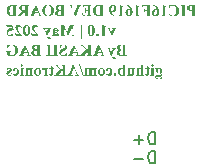
<source format=gbr>
%TF.GenerationSoftware,KiCad,Pcbnew,7.0.10*%
%TF.CreationDate,2025-06-13T16:12:02+05:30*%
%TF.ProjectId,PIC custom dev board_01,50494320-6375-4737-946f-6d2064657620,rev?*%
%TF.SameCoordinates,Original*%
%TF.FileFunction,Legend,Bot*%
%TF.FilePolarity,Positive*%
%FSLAX46Y46*%
G04 Gerber Fmt 4.6, Leading zero omitted, Abs format (unit mm)*
G04 Created by KiCad (PCBNEW 7.0.10) date 2025-06-13 16:12:02*
%MOMM*%
%LPD*%
G01*
G04 APERTURE LIST*
%ADD10C,0.200000*%
%ADD11C,0.150000*%
G04 APERTURE END LIST*
D10*
G36*
X133706884Y-52049370D02*
G01*
X133695244Y-52049465D01*
X133684321Y-52049748D01*
X133674115Y-52050220D01*
X133661623Y-52051144D01*
X133650405Y-52052403D01*
X133640461Y-52053998D01*
X133629824Y-52056465D01*
X133619689Y-52060117D01*
X133616814Y-52061458D01*
X133607621Y-52066604D01*
X133599784Y-52072451D01*
X133592487Y-52079992D01*
X133586961Y-52088449D01*
X133584786Y-52093639D01*
X133582066Y-52104401D01*
X133580299Y-52116098D01*
X133579211Y-52127242D01*
X133578414Y-52139973D01*
X133578006Y-52150563D01*
X133577761Y-52162046D01*
X133577680Y-52174422D01*
X133577680Y-52799684D01*
X133577716Y-52808034D01*
X133577906Y-52819815D01*
X133578260Y-52830703D01*
X133578985Y-52843831D01*
X133580000Y-52855371D01*
X133581305Y-52865324D01*
X133583344Y-52875533D01*
X133586961Y-52885658D01*
X133588175Y-52887800D01*
X133594121Y-52895876D01*
X133601807Y-52903157D01*
X133609960Y-52908877D01*
X133619445Y-52913990D01*
X133629514Y-52917642D01*
X133640136Y-52920108D01*
X133650092Y-52921703D01*
X133661347Y-52922963D01*
X133673898Y-52923886D01*
X133684164Y-52924359D01*
X133695159Y-52924642D01*
X133706884Y-52924736D01*
X133706884Y-52956000D01*
X133233541Y-52956000D01*
X133233541Y-52924736D01*
X133245055Y-52924644D01*
X133255872Y-52924367D01*
X133265995Y-52923906D01*
X133278409Y-52923003D01*
X133289587Y-52921772D01*
X133299528Y-52920213D01*
X133310216Y-52917803D01*
X133320492Y-52914234D01*
X133323397Y-52912864D01*
X133332678Y-52907648D01*
X133340581Y-52901778D01*
X133347923Y-52894267D01*
X133353465Y-52885902D01*
X133355640Y-52880654D01*
X133358359Y-52869821D01*
X133360126Y-52858077D01*
X133361214Y-52846905D01*
X133362012Y-52834153D01*
X133362420Y-52823552D01*
X133362664Y-52812062D01*
X133362746Y-52799684D01*
X133362746Y-52518316D01*
X133352913Y-52518301D01*
X133333788Y-52518175D01*
X133315382Y-52517923D01*
X133297695Y-52517545D01*
X133280728Y-52517041D01*
X133264480Y-52516412D01*
X133248952Y-52515656D01*
X133234143Y-52514774D01*
X133220053Y-52513767D01*
X133206683Y-52512633D01*
X133194032Y-52511374D01*
X133182100Y-52509989D01*
X133170888Y-52508477D01*
X133160395Y-52506840D01*
X133150621Y-52505077D01*
X133137310Y-52502196D01*
X133125112Y-52499169D01*
X133113248Y-52495827D01*
X133101718Y-52492170D01*
X133090522Y-52488198D01*
X133079660Y-52483911D01*
X133069132Y-52479310D01*
X133058937Y-52474394D01*
X133049077Y-52469162D01*
X133039551Y-52463616D01*
X133030358Y-52457756D01*
X133021499Y-52451580D01*
X133012975Y-52445089D01*
X133004784Y-52438284D01*
X132996927Y-52431164D01*
X132989404Y-52423729D01*
X132982216Y-52415979D01*
X132975383Y-52407941D01*
X132968992Y-52399706D01*
X132963041Y-52391272D01*
X132957532Y-52382639D01*
X132952463Y-52373809D01*
X132947835Y-52364779D01*
X132943647Y-52355551D01*
X132939900Y-52346125D01*
X132936595Y-52336500D01*
X132933729Y-52326677D01*
X132931305Y-52316656D01*
X132929322Y-52306436D01*
X132927779Y-52296017D01*
X132926677Y-52285400D01*
X132926016Y-52274585D01*
X132925859Y-52266746D01*
X133153918Y-52266746D01*
X133153963Y-52273287D01*
X133154318Y-52286045D01*
X133155027Y-52298371D01*
X133156092Y-52310267D01*
X133157512Y-52321731D01*
X133159286Y-52332764D01*
X133161416Y-52343365D01*
X133163900Y-52353536D01*
X133166740Y-52363275D01*
X133171664Y-52377075D01*
X133177387Y-52389905D01*
X133183909Y-52401765D01*
X133191229Y-52412654D01*
X133199347Y-52422573D01*
X133202209Y-52425654D01*
X133211247Y-52434308D01*
X133220962Y-52442083D01*
X133231357Y-52448977D01*
X133242429Y-52454991D01*
X133254180Y-52460125D01*
X133266609Y-52464379D01*
X133279717Y-52467753D01*
X133293503Y-52470247D01*
X133307967Y-52471861D01*
X133317986Y-52472447D01*
X133328308Y-52472643D01*
X133331410Y-52472624D01*
X133341714Y-52472375D01*
X133352076Y-52471956D01*
X133362746Y-52471422D01*
X133362746Y-52065002D01*
X133334658Y-52065002D01*
X133323568Y-52065191D01*
X133312829Y-52065761D01*
X133302441Y-52066710D01*
X133292404Y-52068039D01*
X133278007Y-52070745D01*
X133264400Y-52074305D01*
X133251583Y-52078719D01*
X133239556Y-52083988D01*
X133228319Y-52090111D01*
X133217872Y-52097088D01*
X133208215Y-52104920D01*
X133199347Y-52113606D01*
X133193846Y-52119900D01*
X133186260Y-52130160D01*
X133179472Y-52141404D01*
X133173483Y-52153631D01*
X133168292Y-52166840D01*
X133165276Y-52176193D01*
X133162614Y-52185983D01*
X133160307Y-52196210D01*
X133158355Y-52206873D01*
X133156758Y-52217974D01*
X133155515Y-52229512D01*
X133154628Y-52241486D01*
X133154096Y-52253898D01*
X133153918Y-52266746D01*
X132925859Y-52266746D01*
X132925795Y-52263571D01*
X132926136Y-52250550D01*
X132927158Y-52237803D01*
X132928861Y-52225332D01*
X132931245Y-52213135D01*
X132934311Y-52201213D01*
X132938057Y-52189565D01*
X132942485Y-52178193D01*
X132947594Y-52167095D01*
X132953384Y-52156272D01*
X132959856Y-52145724D01*
X132967009Y-52135450D01*
X132974842Y-52125452D01*
X132983358Y-52115728D01*
X132992554Y-52106279D01*
X133002431Y-52097104D01*
X133012990Y-52088205D01*
X133018551Y-52083892D01*
X133030337Y-52075677D01*
X133043011Y-52068011D01*
X133056572Y-52060891D01*
X133071021Y-52054320D01*
X133086357Y-52048296D01*
X133102580Y-52042819D01*
X133119690Y-52037890D01*
X133137688Y-52033509D01*
X133156573Y-52029676D01*
X133166348Y-52027964D01*
X133176345Y-52026390D01*
X133186564Y-52024952D01*
X133197004Y-52023652D01*
X133207667Y-52022488D01*
X133218551Y-52021461D01*
X133229657Y-52020571D01*
X133240985Y-52019818D01*
X133252535Y-52019202D01*
X133264307Y-52018723D01*
X133276300Y-52018381D01*
X133288515Y-52018175D01*
X133300952Y-52018107D01*
X133706884Y-52018107D01*
X133706884Y-52049370D01*
G37*
G36*
X132372585Y-52924736D02*
G01*
X132372585Y-52956000D01*
X132859606Y-52956000D01*
X132859606Y-52924736D01*
X132828587Y-52924736D01*
X132818699Y-52924527D01*
X132807036Y-52923674D01*
X132796149Y-52922165D01*
X132786037Y-52920001D01*
X132774926Y-52916537D01*
X132764931Y-52912130D01*
X132763374Y-52911303D01*
X132754871Y-52905991D01*
X132747437Y-52899091D01*
X132741072Y-52890603D01*
X132736378Y-52881875D01*
X132735774Y-52880528D01*
X132732462Y-52869705D01*
X132730872Y-52859763D01*
X132729652Y-52847375D01*
X132728942Y-52835705D01*
X132728565Y-52825926D01*
X132728321Y-52815266D01*
X132728210Y-52803726D01*
X132728203Y-52799684D01*
X132728203Y-52174422D01*
X132728270Y-52162360D01*
X132728469Y-52151178D01*
X132728802Y-52140876D01*
X132729453Y-52128510D01*
X132730340Y-52117708D01*
X132731782Y-52106406D01*
X132734000Y-52096070D01*
X132735774Y-52091136D01*
X132741270Y-52082004D01*
X132748231Y-52074470D01*
X132755925Y-52068329D01*
X132765114Y-52062609D01*
X132766549Y-52061826D01*
X132775725Y-52057593D01*
X132786035Y-52054236D01*
X132797478Y-52051754D01*
X132807880Y-52050355D01*
X132819069Y-52049565D01*
X132828587Y-52049370D01*
X132859606Y-52049370D01*
X132859606Y-52018107D01*
X132372585Y-52018107D01*
X132372585Y-52049370D01*
X132403604Y-52049370D01*
X132413439Y-52049580D01*
X132425056Y-52050433D01*
X132435922Y-52051941D01*
X132446036Y-52054106D01*
X132455399Y-52056926D01*
X132465643Y-52061177D01*
X132468817Y-52062803D01*
X132477259Y-52068116D01*
X132484754Y-52075016D01*
X132491303Y-52083503D01*
X132496256Y-52092232D01*
X132496905Y-52093578D01*
X132500218Y-52104401D01*
X132501807Y-52114344D01*
X132503027Y-52126731D01*
X132503737Y-52138401D01*
X132504114Y-52148181D01*
X132504358Y-52158840D01*
X132504469Y-52170380D01*
X132504477Y-52174422D01*
X132504477Y-52799684D01*
X132504408Y-52811748D01*
X132504202Y-52822937D01*
X132503858Y-52833249D01*
X132503187Y-52845637D01*
X132502271Y-52856468D01*
X132500782Y-52867816D01*
X132498493Y-52878223D01*
X132496661Y-52883215D01*
X132490948Y-52892229D01*
X132483892Y-52899690D01*
X132476190Y-52905792D01*
X132467062Y-52911497D01*
X132465642Y-52912280D01*
X132456466Y-52916513D01*
X132446156Y-52919871D01*
X132434713Y-52922352D01*
X132424311Y-52923751D01*
X132413122Y-52924542D01*
X132403604Y-52924736D01*
X132372585Y-52924736D01*
G37*
G36*
X131404407Y-52002475D02*
G01*
X131404407Y-52330738D01*
X131431273Y-52330738D01*
X131435263Y-52314884D01*
X131439662Y-52299501D01*
X131444468Y-52284590D01*
X131449683Y-52270150D01*
X131455307Y-52256182D01*
X131461338Y-52242684D01*
X131467778Y-52229658D01*
X131474627Y-52217104D01*
X131481883Y-52205020D01*
X131489548Y-52193408D01*
X131497622Y-52182268D01*
X131506103Y-52171598D01*
X131514993Y-52161400D01*
X131524292Y-52151673D01*
X131533999Y-52142418D01*
X131544114Y-52133634D01*
X131554488Y-52125323D01*
X131565035Y-52117548D01*
X131575753Y-52110310D01*
X131586642Y-52103607D01*
X131597704Y-52097441D01*
X131608937Y-52091811D01*
X131620342Y-52086717D01*
X131631919Y-52082160D01*
X131643667Y-52078138D01*
X131655588Y-52074653D01*
X131667680Y-52071704D01*
X131679943Y-52069291D01*
X131692379Y-52067414D01*
X131704986Y-52066074D01*
X131717765Y-52065270D01*
X131730715Y-52065002D01*
X131741588Y-52065197D01*
X131752346Y-52065784D01*
X131762990Y-52066762D01*
X131773519Y-52068131D01*
X131783933Y-52069891D01*
X131794234Y-52072043D01*
X131804419Y-52074585D01*
X131814490Y-52077519D01*
X131824447Y-52080844D01*
X131834289Y-52084560D01*
X131844017Y-52088667D01*
X131853630Y-52093166D01*
X131863129Y-52098055D01*
X131872513Y-52103336D01*
X131881783Y-52109008D01*
X131890938Y-52115071D01*
X131899884Y-52121420D01*
X131908524Y-52128009D01*
X131916859Y-52134838D01*
X131924888Y-52141908D01*
X131932612Y-52149218D01*
X131940031Y-52156768D01*
X131947145Y-52164559D01*
X131953953Y-52172591D01*
X131960456Y-52180862D01*
X131966654Y-52189375D01*
X131972546Y-52198127D01*
X131978133Y-52207120D01*
X131983415Y-52216354D01*
X131988391Y-52225828D01*
X131993063Y-52235542D01*
X131997428Y-52245497D01*
X132002663Y-52258502D01*
X132007561Y-52271688D01*
X132012120Y-52285056D01*
X132016342Y-52298605D01*
X132020226Y-52312335D01*
X132023772Y-52326246D01*
X132026981Y-52340339D01*
X132029852Y-52354613D01*
X132032385Y-52369068D01*
X132034580Y-52383704D01*
X132036438Y-52398522D01*
X132037957Y-52413521D01*
X132039140Y-52428701D01*
X132039984Y-52444063D01*
X132040490Y-52459605D01*
X132040659Y-52475330D01*
X132040536Y-52490813D01*
X132040167Y-52506123D01*
X132039552Y-52521260D01*
X132038690Y-52536222D01*
X132037582Y-52551011D01*
X132036229Y-52565627D01*
X132034629Y-52580069D01*
X132032783Y-52594337D01*
X132030690Y-52608431D01*
X132028352Y-52622352D01*
X132025767Y-52636100D01*
X132022936Y-52649673D01*
X132019860Y-52663073D01*
X132016537Y-52676299D01*
X132012967Y-52689352D01*
X132009152Y-52702231D01*
X132005045Y-52714828D01*
X132000661Y-52727033D01*
X131996000Y-52738848D01*
X131991063Y-52750271D01*
X131985849Y-52761303D01*
X131980358Y-52771943D01*
X131974591Y-52782193D01*
X131968547Y-52792051D01*
X131962226Y-52801519D01*
X131955628Y-52810595D01*
X131948754Y-52819280D01*
X131941604Y-52827574D01*
X131934176Y-52835476D01*
X131926472Y-52842988D01*
X131918491Y-52850108D01*
X131910234Y-52856837D01*
X131901652Y-52863166D01*
X131892759Y-52869087D01*
X131883555Y-52874600D01*
X131874040Y-52879704D01*
X131864214Y-52884400D01*
X131854077Y-52888688D01*
X131843629Y-52892567D01*
X131832870Y-52896038D01*
X131821800Y-52899100D01*
X131810418Y-52901755D01*
X131798726Y-52904001D01*
X131786723Y-52905838D01*
X131774409Y-52907267D01*
X131761784Y-52908288D01*
X131748847Y-52908901D01*
X131735600Y-52909105D01*
X131724667Y-52908955D01*
X131713851Y-52908506D01*
X131703151Y-52907757D01*
X131692567Y-52906708D01*
X131682100Y-52905360D01*
X131671750Y-52903712D01*
X131661515Y-52901765D01*
X131651397Y-52899518D01*
X131641396Y-52896972D01*
X131631511Y-52894126D01*
X131621742Y-52890980D01*
X131612089Y-52887535D01*
X131602554Y-52883790D01*
X131593134Y-52879746D01*
X131583831Y-52875402D01*
X131574644Y-52870759D01*
X131565454Y-52865748D01*
X131556204Y-52860302D01*
X131546892Y-52854421D01*
X131537519Y-52848105D01*
X131528085Y-52841354D01*
X131518590Y-52834168D01*
X131509034Y-52826547D01*
X131499417Y-52818491D01*
X131489739Y-52810000D01*
X131480000Y-52801073D01*
X131470200Y-52791712D01*
X131460338Y-52781915D01*
X131450416Y-52771684D01*
X131440433Y-52761017D01*
X131430388Y-52749916D01*
X131420283Y-52738379D01*
X131420283Y-52818735D01*
X131430108Y-52828636D01*
X131439982Y-52838190D01*
X131449906Y-52847397D01*
X131459880Y-52856257D01*
X131469904Y-52864769D01*
X131479977Y-52872934D01*
X131490100Y-52880752D01*
X131500272Y-52888222D01*
X131510494Y-52895345D01*
X131520766Y-52902121D01*
X131531087Y-52908550D01*
X131541457Y-52914631D01*
X131551878Y-52920365D01*
X131562348Y-52925752D01*
X131572868Y-52930791D01*
X131583437Y-52935483D01*
X131594142Y-52939860D01*
X131605071Y-52943955D01*
X131616223Y-52947768D01*
X131627599Y-52951298D01*
X131639198Y-52954545D01*
X131651019Y-52957511D01*
X131663065Y-52960194D01*
X131675333Y-52962594D01*
X131687825Y-52964712D01*
X131700540Y-52966548D01*
X131713478Y-52968101D01*
X131726639Y-52969372D01*
X131740024Y-52970360D01*
X131753632Y-52971066D01*
X131767463Y-52971490D01*
X131781518Y-52971631D01*
X131800041Y-52971399D01*
X131818303Y-52970704D01*
X131836303Y-52969544D01*
X131854043Y-52967922D01*
X131871520Y-52965835D01*
X131888736Y-52963285D01*
X131905691Y-52960271D01*
X131922385Y-52956793D01*
X131938817Y-52952852D01*
X131954987Y-52948447D01*
X131970897Y-52943578D01*
X131986544Y-52938246D01*
X132001931Y-52932450D01*
X132017056Y-52926190D01*
X132031919Y-52919467D01*
X132046521Y-52912280D01*
X132060757Y-52904628D01*
X132074582Y-52896572D01*
X132087998Y-52888111D01*
X132101003Y-52879246D01*
X132113597Y-52869976D01*
X132125782Y-52860302D01*
X132137556Y-52850223D01*
X132148920Y-52839740D01*
X132159874Y-52828852D01*
X132170417Y-52817560D01*
X132180550Y-52805863D01*
X132190273Y-52793761D01*
X132199586Y-52781255D01*
X132208489Y-52768345D01*
X132216981Y-52755030D01*
X132225063Y-52741310D01*
X132232664Y-52727332D01*
X132239775Y-52713241D01*
X132246395Y-52699038D01*
X132252525Y-52684722D01*
X132258164Y-52670294D01*
X132263313Y-52655753D01*
X132267972Y-52641099D01*
X132272140Y-52626333D01*
X132275818Y-52611454D01*
X132279006Y-52596463D01*
X132281703Y-52581359D01*
X132283910Y-52566142D01*
X132285626Y-52550813D01*
X132286852Y-52535371D01*
X132287588Y-52519817D01*
X132287833Y-52504150D01*
X132287561Y-52487626D01*
X132286745Y-52471208D01*
X132285386Y-52454897D01*
X132283483Y-52438693D01*
X132281035Y-52422596D01*
X132278044Y-52406606D01*
X132274509Y-52390722D01*
X132270431Y-52374946D01*
X132265808Y-52359276D01*
X132260642Y-52343713D01*
X132254932Y-52328257D01*
X132248678Y-52312908D01*
X132241880Y-52297666D01*
X132234539Y-52282530D01*
X132226653Y-52267502D01*
X132218224Y-52252580D01*
X132209302Y-52237921D01*
X132200001Y-52223679D01*
X132190320Y-52209856D01*
X132180259Y-52196450D01*
X132169819Y-52183462D01*
X132158999Y-52170892D01*
X132147799Y-52158740D01*
X132136219Y-52147006D01*
X132124260Y-52135690D01*
X132111921Y-52124791D01*
X132099202Y-52114311D01*
X132086104Y-52104248D01*
X132072626Y-52094604D01*
X132058768Y-52085377D01*
X132044530Y-52076568D01*
X132029913Y-52068177D01*
X132015047Y-52060221D01*
X132000065Y-52052778D01*
X131984967Y-52045849D01*
X131969753Y-52039432D01*
X131954422Y-52033530D01*
X131938974Y-52028140D01*
X131923410Y-52023264D01*
X131907730Y-52018901D01*
X131891934Y-52015051D01*
X131876021Y-52011715D01*
X131859991Y-52008892D01*
X131843845Y-52006582D01*
X131827583Y-52004785D01*
X131811205Y-52003502D01*
X131794710Y-52002732D01*
X131778098Y-52002475D01*
X131765782Y-52002630D01*
X131753380Y-52003094D01*
X131740892Y-52003866D01*
X131728319Y-52004948D01*
X131715659Y-52006339D01*
X131702913Y-52008040D01*
X131690082Y-52010049D01*
X131677165Y-52012367D01*
X131664162Y-52014995D01*
X131651073Y-52017931D01*
X131637898Y-52021177D01*
X131624637Y-52024732D01*
X131611291Y-52028596D01*
X131597859Y-52032769D01*
X131584340Y-52037251D01*
X131570736Y-52042043D01*
X131559281Y-52046146D01*
X131548637Y-52049845D01*
X131538804Y-52053141D01*
X131526957Y-52056908D01*
X131516552Y-52059957D01*
X131505574Y-52062760D01*
X131495376Y-52064643D01*
X131490380Y-52065002D01*
X131479756Y-52064070D01*
X131469864Y-52061277D01*
X131460705Y-52056621D01*
X131452278Y-52050103D01*
X131445763Y-52042648D01*
X131440324Y-52033533D01*
X131436517Y-52024400D01*
X131433500Y-52014047D01*
X131431273Y-52002475D01*
X131404407Y-52002475D01*
G37*
G36*
X130875132Y-52002475D02*
G01*
X130875132Y-52768421D01*
X130875103Y-52778447D01*
X130874948Y-52792617D01*
X130874659Y-52805744D01*
X130874238Y-52817828D01*
X130873683Y-52828868D01*
X130872996Y-52838865D01*
X130871872Y-52850572D01*
X130870511Y-52860424D01*
X130868478Y-52870130D01*
X130867561Y-52873201D01*
X130863465Y-52882741D01*
X130857804Y-52891487D01*
X130850576Y-52899438D01*
X130841782Y-52906594D01*
X130836054Y-52910326D01*
X130825981Y-52915223D01*
X130816053Y-52918530D01*
X130804729Y-52921134D01*
X130794666Y-52922710D01*
X130783709Y-52923836D01*
X130771860Y-52924511D01*
X130759117Y-52924736D01*
X130737868Y-52924736D01*
X130737868Y-52956000D01*
X131228308Y-52956000D01*
X131228308Y-52924736D01*
X131203639Y-52924736D01*
X131192722Y-52924620D01*
X131182410Y-52924273D01*
X131169603Y-52923448D01*
X131157871Y-52922212D01*
X131147216Y-52920563D01*
X131137637Y-52918502D01*
X131127177Y-52915347D01*
X131118398Y-52911547D01*
X131109374Y-52906258D01*
X131101534Y-52900282D01*
X131093886Y-52892441D01*
X131087850Y-52883665D01*
X131083960Y-52875399D01*
X131080889Y-52864643D01*
X131078815Y-52852400D01*
X131077474Y-52840459D01*
X131076653Y-52830251D01*
X131075991Y-52818969D01*
X131075488Y-52806614D01*
X131075144Y-52793186D01*
X131074958Y-52778685D01*
X131074923Y-52768421D01*
X131074923Y-52283843D01*
X131074979Y-52272621D01*
X131075146Y-52262219D01*
X131075543Y-52249625D01*
X131076139Y-52238489D01*
X131077162Y-52226620D01*
X131078799Y-52215382D01*
X131081273Y-52206418D01*
X131086139Y-52197078D01*
X131092313Y-52189406D01*
X131100187Y-52182429D01*
X131104232Y-52179551D01*
X131112888Y-52174529D01*
X131122245Y-52170942D01*
X131132305Y-52168790D01*
X131143067Y-52168072D01*
X131154351Y-52168609D01*
X131166375Y-52170219D01*
X131176526Y-52172280D01*
X131187151Y-52175027D01*
X131198249Y-52178462D01*
X131209820Y-52182584D01*
X131221864Y-52187392D01*
X131228063Y-52190054D01*
X131240520Y-52158791D01*
X130897847Y-52002475D01*
X130875132Y-52002475D01*
G37*
G36*
X129984199Y-52002645D02*
G01*
X129995416Y-52002971D01*
X130006548Y-52003452D01*
X130017596Y-52004090D01*
X130028560Y-52004883D01*
X130039440Y-52005833D01*
X130050237Y-52006938D01*
X130060949Y-52008200D01*
X130071577Y-52009617D01*
X130082122Y-52011191D01*
X130092582Y-52012920D01*
X130102959Y-52014806D01*
X130113251Y-52016847D01*
X130123460Y-52019045D01*
X130133584Y-52021398D01*
X130143625Y-52023908D01*
X130153582Y-52026573D01*
X130163455Y-52029395D01*
X130173243Y-52032372D01*
X130182948Y-52035505D01*
X130192569Y-52038795D01*
X130202106Y-52042240D01*
X130211559Y-52045842D01*
X130220928Y-52049599D01*
X130230213Y-52053512D01*
X130239414Y-52057582D01*
X130248531Y-52061807D01*
X130257564Y-52066188D01*
X130266514Y-52070726D01*
X130275379Y-52075419D01*
X130284160Y-52080268D01*
X130292858Y-52085274D01*
X130301436Y-52090396D01*
X130309892Y-52095628D01*
X130318224Y-52100969D01*
X130326433Y-52106420D01*
X130334520Y-52111979D01*
X130342483Y-52117648D01*
X130358040Y-52129314D01*
X130373105Y-52141416D01*
X130387677Y-52153956D01*
X130401757Y-52166932D01*
X130415345Y-52180345D01*
X130428441Y-52194196D01*
X130441044Y-52208483D01*
X130453155Y-52223207D01*
X130464774Y-52238368D01*
X130475900Y-52253966D01*
X130486534Y-52270001D01*
X130496676Y-52286474D01*
X130506326Y-52303383D01*
X130515435Y-52320549D01*
X130523957Y-52337855D01*
X130531891Y-52355300D01*
X130539237Y-52372885D01*
X130545996Y-52390609D01*
X130552167Y-52408472D01*
X130557750Y-52426474D01*
X130562746Y-52444616D01*
X130567154Y-52462897D01*
X130570974Y-52481317D01*
X130574206Y-52499877D01*
X130576851Y-52518576D01*
X130578908Y-52537414D01*
X130580377Y-52556391D01*
X130581259Y-52575508D01*
X130581553Y-52594764D01*
X130581393Y-52607832D01*
X130580915Y-52620780D01*
X130580119Y-52633608D01*
X130579003Y-52646315D01*
X130577569Y-52658902D01*
X130575817Y-52671369D01*
X130573745Y-52683715D01*
X130571355Y-52695942D01*
X130568647Y-52708048D01*
X130565620Y-52720034D01*
X130562274Y-52731900D01*
X130558609Y-52743646D01*
X130554626Y-52755271D01*
X130550324Y-52766776D01*
X130545703Y-52778161D01*
X130540764Y-52789426D01*
X130535511Y-52800432D01*
X130530010Y-52811102D01*
X130524260Y-52821437D01*
X130518263Y-52831436D01*
X130512018Y-52841099D01*
X130505524Y-52850426D01*
X130498783Y-52859417D01*
X130491793Y-52868072D01*
X130484556Y-52876392D01*
X130477070Y-52884375D01*
X130469336Y-52892023D01*
X130461355Y-52899335D01*
X130453125Y-52906311D01*
X130444647Y-52912952D01*
X130435921Y-52919256D01*
X130426947Y-52925225D01*
X130417798Y-52930844D01*
X130408548Y-52936101D01*
X130399198Y-52940996D01*
X130389746Y-52945528D01*
X130380192Y-52949697D01*
X130370538Y-52953504D01*
X130360783Y-52956948D01*
X130350926Y-52960030D01*
X130340969Y-52962749D01*
X130330910Y-52965105D01*
X130320750Y-52967099D01*
X130310489Y-52968731D01*
X130300127Y-52970000D01*
X130289663Y-52970906D01*
X130279099Y-52971450D01*
X130268433Y-52971631D01*
X130263497Y-52971591D01*
X130253681Y-52971275D01*
X130239101Y-52970206D01*
X130224693Y-52968424D01*
X130210456Y-52965929D01*
X130196391Y-52962722D01*
X130182498Y-52958803D01*
X130168776Y-52954170D01*
X130155227Y-52948825D01*
X130146289Y-52944865D01*
X130137427Y-52940589D01*
X130128642Y-52935996D01*
X130119934Y-52931087D01*
X130111387Y-52925856D01*
X130103088Y-52920363D01*
X130095038Y-52914606D01*
X130087236Y-52908586D01*
X130079681Y-52902302D01*
X130072375Y-52895755D01*
X130065317Y-52888945D01*
X130058507Y-52881872D01*
X130051944Y-52874535D01*
X130045630Y-52866935D01*
X130039564Y-52859071D01*
X130033746Y-52850945D01*
X130028177Y-52842554D01*
X130022855Y-52833901D01*
X130017781Y-52824984D01*
X130012955Y-52815804D01*
X130008371Y-52806434D01*
X130004082Y-52796948D01*
X130000090Y-52787345D01*
X129996393Y-52777626D01*
X129992991Y-52767790D01*
X129989886Y-52757838D01*
X129987076Y-52747770D01*
X129985723Y-52742287D01*
X130170736Y-52742287D01*
X130170760Y-52749114D01*
X130170955Y-52762334D01*
X130171344Y-52774974D01*
X130171928Y-52787033D01*
X130172707Y-52798512D01*
X130173680Y-52809412D01*
X130174848Y-52819731D01*
X130176964Y-52834122D01*
X130179519Y-52847208D01*
X130182511Y-52858989D01*
X130185942Y-52869465D01*
X130189810Y-52878636D01*
X130195649Y-52888833D01*
X130197197Y-52891042D01*
X130203525Y-52899176D01*
X130211735Y-52907766D01*
X130220278Y-52914603D01*
X130229156Y-52919687D01*
X130240250Y-52923474D01*
X130251825Y-52924736D01*
X130257566Y-52924517D01*
X130268597Y-52922766D01*
X130279027Y-52919262D01*
X130288855Y-52914007D01*
X130298083Y-52907001D01*
X130305314Y-52899824D01*
X130309230Y-52895256D01*
X130316748Y-52884906D01*
X130322112Y-52876082D01*
X130327239Y-52866347D01*
X130332129Y-52855703D01*
X130336784Y-52844148D01*
X130341203Y-52831683D01*
X130345385Y-52818308D01*
X130348042Y-52808885D01*
X130350594Y-52799058D01*
X130353041Y-52788827D01*
X130355384Y-52778191D01*
X130357572Y-52767299D01*
X130359620Y-52756362D01*
X130361526Y-52745378D01*
X130363291Y-52734349D01*
X130364915Y-52723274D01*
X130366398Y-52712154D01*
X130367739Y-52700987D01*
X130368939Y-52689775D01*
X130369998Y-52678517D01*
X130370916Y-52667213D01*
X130371693Y-52655863D01*
X130372328Y-52644468D01*
X130372822Y-52633026D01*
X130373175Y-52621539D01*
X130373387Y-52610007D01*
X130373458Y-52598428D01*
X130373410Y-52589886D01*
X130373201Y-52577142D01*
X130372933Y-52566567D01*
X130372571Y-52555120D01*
X130372114Y-52542802D01*
X130371563Y-52529612D01*
X130370918Y-52515550D01*
X130370435Y-52505692D01*
X130369910Y-52495446D01*
X130369344Y-52484813D01*
X130368735Y-52473793D01*
X130368084Y-52462385D01*
X130359985Y-52458413D01*
X130349633Y-52453724D01*
X130339793Y-52449731D01*
X130328212Y-52445715D01*
X130317429Y-52442785D01*
X130307446Y-52440940D01*
X130296521Y-52440159D01*
X130293412Y-52440203D01*
X130281375Y-52441274D01*
X130269980Y-52443771D01*
X130259225Y-52447697D01*
X130249112Y-52453049D01*
X130239640Y-52459829D01*
X130230809Y-52468035D01*
X130222620Y-52477670D01*
X130216898Y-52485832D01*
X130211308Y-52495134D01*
X130206079Y-52505333D01*
X130201210Y-52516429D01*
X130196702Y-52528422D01*
X130192555Y-52541311D01*
X130188768Y-52555098D01*
X130185342Y-52569781D01*
X130182277Y-52585361D01*
X130179572Y-52601838D01*
X130177228Y-52619212D01*
X130175244Y-52637482D01*
X130173621Y-52656649D01*
X130172945Y-52666569D01*
X130172359Y-52676714D01*
X130171863Y-52687082D01*
X130171457Y-52697675D01*
X130171142Y-52708491D01*
X130170916Y-52719532D01*
X130170781Y-52730798D01*
X130170736Y-52742287D01*
X129985723Y-52742287D01*
X129984562Y-52737585D01*
X129982344Y-52727284D01*
X129980421Y-52716867D01*
X129978795Y-52706333D01*
X129977464Y-52695682D01*
X129976429Y-52684916D01*
X129975689Y-52674033D01*
X129975245Y-52663033D01*
X129975098Y-52651917D01*
X129975370Y-52636250D01*
X129976189Y-52621001D01*
X129977553Y-52606170D01*
X129979463Y-52591757D01*
X129981919Y-52577762D01*
X129984921Y-52564184D01*
X129988468Y-52551025D01*
X129992561Y-52538283D01*
X129997200Y-52525959D01*
X130002384Y-52514054D01*
X130008114Y-52502566D01*
X130014390Y-52491495D01*
X130021212Y-52480843D01*
X130028579Y-52470609D01*
X130036492Y-52460792D01*
X130044951Y-52451394D01*
X130053788Y-52442462D01*
X130062895Y-52434106D01*
X130072274Y-52426326D01*
X130081923Y-52419123D01*
X130091844Y-52412496D01*
X130102035Y-52406445D01*
X130112498Y-52400971D01*
X130123231Y-52396073D01*
X130134235Y-52391751D01*
X130145510Y-52388005D01*
X130157057Y-52384836D01*
X130168874Y-52382243D01*
X130180962Y-52380226D01*
X130193321Y-52378785D01*
X130205951Y-52377921D01*
X130218852Y-52377632D01*
X130230198Y-52377816D01*
X130241521Y-52378365D01*
X130252821Y-52379281D01*
X130264098Y-52380563D01*
X130275352Y-52382212D01*
X130286584Y-52384227D01*
X130297792Y-52386608D01*
X130308978Y-52389356D01*
X130312779Y-52390427D01*
X130322368Y-52393778D01*
X130331387Y-52397599D01*
X130341144Y-52402296D01*
X130349839Y-52406879D01*
X130359047Y-52412071D01*
X130355978Y-52398531D01*
X130352754Y-52385269D01*
X130349376Y-52372283D01*
X130345843Y-52359574D01*
X130342155Y-52347141D01*
X130338313Y-52334985D01*
X130334317Y-52323106D01*
X130330166Y-52311504D01*
X130325860Y-52300178D01*
X130321400Y-52289129D01*
X130316785Y-52278356D01*
X130312015Y-52267861D01*
X130307091Y-52257641D01*
X130302013Y-52247699D01*
X130296780Y-52238033D01*
X130291392Y-52228644D01*
X130285804Y-52219480D01*
X130279970Y-52210490D01*
X130273890Y-52201674D01*
X130267563Y-52193031D01*
X130260991Y-52184561D01*
X130254172Y-52176266D01*
X130247107Y-52168144D01*
X130239796Y-52160195D01*
X130232239Y-52152420D01*
X130224435Y-52144819D01*
X130216386Y-52137392D01*
X130208090Y-52130138D01*
X130199548Y-52123058D01*
X130190760Y-52116151D01*
X130181726Y-52109418D01*
X130172446Y-52102859D01*
X130162851Y-52096460D01*
X130152872Y-52090208D01*
X130142510Y-52084103D01*
X130131764Y-52078145D01*
X130120635Y-52072334D01*
X130109122Y-52066669D01*
X130097226Y-52061152D01*
X130084946Y-52055781D01*
X130072282Y-52050558D01*
X130059235Y-52045481D01*
X130045805Y-52040552D01*
X130031991Y-52035769D01*
X130017793Y-52031133D01*
X130003212Y-52026644D01*
X129988248Y-52022302D01*
X129972899Y-52018107D01*
X129972899Y-52002475D01*
X129984199Y-52002645D01*
G37*
G36*
X129547673Y-52080633D02*
G01*
X129547673Y-52440159D01*
X129520806Y-52440159D01*
X129509419Y-52439980D01*
X129498432Y-52439446D01*
X129487844Y-52438555D01*
X129477655Y-52437308D01*
X129467866Y-52435704D01*
X129455434Y-52433012D01*
X129443712Y-52429686D01*
X129432700Y-52425727D01*
X129422398Y-52421134D01*
X129419934Y-52419886D01*
X129410294Y-52414383D01*
X129401035Y-52408010D01*
X129392159Y-52400767D01*
X129383664Y-52392653D01*
X129375550Y-52383670D01*
X129367818Y-52373816D01*
X129360468Y-52363092D01*
X129355206Y-52354479D01*
X129353500Y-52351498D01*
X129348582Y-52342178D01*
X129343994Y-52332261D01*
X129339737Y-52321748D01*
X129335811Y-52310637D01*
X129332215Y-52298930D01*
X129328950Y-52286626D01*
X129326016Y-52273725D01*
X129323412Y-52260228D01*
X129321139Y-52246134D01*
X129319807Y-52236406D01*
X129318622Y-52226413D01*
X129318084Y-52221317D01*
X129294149Y-52221317D01*
X129294149Y-52721526D01*
X129318084Y-52721526D01*
X129319879Y-52705182D01*
X129322027Y-52689550D01*
X129324527Y-52674629D01*
X129327381Y-52660420D01*
X129330587Y-52646923D01*
X129334147Y-52634137D01*
X129338060Y-52622063D01*
X129342325Y-52610701D01*
X129346944Y-52600051D01*
X129351916Y-52590112D01*
X129357240Y-52580885D01*
X129362918Y-52572370D01*
X129368949Y-52564567D01*
X129378657Y-52554196D01*
X129389159Y-52545427D01*
X129400194Y-52537789D01*
X129411499Y-52530902D01*
X129423074Y-52524766D01*
X129434920Y-52519381D01*
X129447037Y-52514748D01*
X129459424Y-52510866D01*
X129472081Y-52507735D01*
X129485009Y-52505356D01*
X129498207Y-52503728D01*
X129511676Y-52502852D01*
X129520806Y-52502685D01*
X129547673Y-52502685D01*
X129547673Y-52799684D01*
X129547604Y-52811748D01*
X129547398Y-52822937D01*
X129547054Y-52833249D01*
X129546383Y-52845637D01*
X129545467Y-52856468D01*
X129543978Y-52867816D01*
X129541689Y-52878223D01*
X129539857Y-52883215D01*
X129534145Y-52892229D01*
X129527088Y-52899690D01*
X129519386Y-52905792D01*
X129510258Y-52911497D01*
X129508838Y-52912280D01*
X129499662Y-52916513D01*
X129489352Y-52919871D01*
X129477909Y-52922352D01*
X129467507Y-52923751D01*
X129456318Y-52924542D01*
X129446800Y-52924736D01*
X129415781Y-52924736D01*
X129415781Y-52956000D01*
X129902802Y-52956000D01*
X129902802Y-52924736D01*
X129871783Y-52924736D01*
X129861895Y-52924527D01*
X129850232Y-52923674D01*
X129839345Y-52922165D01*
X129829233Y-52920001D01*
X129818122Y-52916537D01*
X129808127Y-52912130D01*
X129806570Y-52911303D01*
X129798067Y-52905991D01*
X129790633Y-52899091D01*
X129784268Y-52890603D01*
X129779574Y-52881875D01*
X129778971Y-52880528D01*
X129775658Y-52869705D01*
X129774068Y-52859763D01*
X129772848Y-52847375D01*
X129772138Y-52835705D01*
X129771761Y-52825926D01*
X129771517Y-52815266D01*
X129771406Y-52803726D01*
X129771399Y-52799684D01*
X129771399Y-52174422D01*
X129771466Y-52162360D01*
X129771665Y-52151178D01*
X129771998Y-52140876D01*
X129772649Y-52128510D01*
X129773536Y-52117708D01*
X129774978Y-52106406D01*
X129777196Y-52096070D01*
X129778971Y-52091136D01*
X129784466Y-52082004D01*
X129791427Y-52074470D01*
X129799121Y-52068329D01*
X129808310Y-52062609D01*
X129809745Y-52061826D01*
X129818921Y-52057593D01*
X129829231Y-52054236D01*
X129840674Y-52051754D01*
X129851076Y-52050355D01*
X129862265Y-52049565D01*
X129871783Y-52049370D01*
X129902802Y-52049370D01*
X129902802Y-52018107D01*
X129116828Y-52018107D01*
X129116828Y-52299475D01*
X129144916Y-52299475D01*
X129146224Y-52287611D01*
X129147767Y-52276138D01*
X129149544Y-52265057D01*
X129151556Y-52254366D01*
X129153803Y-52244067D01*
X129156285Y-52234159D01*
X129159001Y-52224642D01*
X129163516Y-52211100D01*
X129168558Y-52198438D01*
X129174129Y-52186657D01*
X129180227Y-52175755D01*
X129186854Y-52165734D01*
X129194009Y-52156593D01*
X129201739Y-52148132D01*
X129210092Y-52140152D01*
X129219067Y-52132653D01*
X129228665Y-52125635D01*
X129238885Y-52119098D01*
X129249728Y-52113041D01*
X129261193Y-52107466D01*
X129273281Y-52102371D01*
X129285991Y-52097757D01*
X129299324Y-52093624D01*
X129308559Y-52091136D01*
X129319916Y-52088674D01*
X129329877Y-52087043D01*
X129341074Y-52085597D01*
X129353507Y-52084336D01*
X129367177Y-52083259D01*
X129376977Y-52082643D01*
X129387327Y-52082110D01*
X129398227Y-52081659D01*
X129409675Y-52081290D01*
X129421674Y-52081002D01*
X129434222Y-52080797D01*
X129447319Y-52080674D01*
X129460966Y-52080633D01*
X129547673Y-52080633D01*
G37*
G36*
X128621259Y-52002475D02*
G01*
X128621259Y-52768421D01*
X128621230Y-52778447D01*
X128621075Y-52792617D01*
X128620786Y-52805744D01*
X128620365Y-52817828D01*
X128619810Y-52828868D01*
X128619123Y-52838865D01*
X128617999Y-52850572D01*
X128616638Y-52860424D01*
X128614605Y-52870130D01*
X128613688Y-52873201D01*
X128609592Y-52882741D01*
X128603931Y-52891487D01*
X128596703Y-52899438D01*
X128587909Y-52906594D01*
X128582181Y-52910326D01*
X128572108Y-52915223D01*
X128562180Y-52918530D01*
X128550856Y-52921134D01*
X128540793Y-52922710D01*
X128529836Y-52923836D01*
X128517987Y-52924511D01*
X128505244Y-52924736D01*
X128483995Y-52924736D01*
X128483995Y-52956000D01*
X128974435Y-52956000D01*
X128974435Y-52924736D01*
X128949766Y-52924736D01*
X128938849Y-52924620D01*
X128928537Y-52924273D01*
X128915730Y-52923448D01*
X128903998Y-52922212D01*
X128893343Y-52920563D01*
X128883764Y-52918502D01*
X128873304Y-52915347D01*
X128864525Y-52911547D01*
X128855501Y-52906258D01*
X128847661Y-52900282D01*
X128840013Y-52892441D01*
X128833977Y-52883665D01*
X128830087Y-52875399D01*
X128827016Y-52864643D01*
X128824942Y-52852400D01*
X128823601Y-52840459D01*
X128822780Y-52830251D01*
X128822118Y-52818969D01*
X128821615Y-52806614D01*
X128821271Y-52793186D01*
X128821085Y-52778685D01*
X128821050Y-52768421D01*
X128821050Y-52283843D01*
X128821106Y-52272621D01*
X128821273Y-52262219D01*
X128821670Y-52249625D01*
X128822266Y-52238489D01*
X128823289Y-52226620D01*
X128824926Y-52215382D01*
X128827400Y-52206418D01*
X128832266Y-52197078D01*
X128838440Y-52189406D01*
X128846314Y-52182429D01*
X128850359Y-52179551D01*
X128859015Y-52174529D01*
X128868372Y-52170942D01*
X128878432Y-52168790D01*
X128889194Y-52168072D01*
X128900478Y-52168609D01*
X128912502Y-52170219D01*
X128922653Y-52172280D01*
X128933278Y-52175027D01*
X128944376Y-52178462D01*
X128955947Y-52182584D01*
X128967991Y-52187392D01*
X128974190Y-52190054D01*
X128986647Y-52158791D01*
X128643974Y-52002475D01*
X128621259Y-52002475D01*
G37*
G36*
X127730326Y-52002645D02*
G01*
X127741543Y-52002971D01*
X127752675Y-52003452D01*
X127763723Y-52004090D01*
X127774687Y-52004883D01*
X127785567Y-52005833D01*
X127796364Y-52006938D01*
X127807076Y-52008200D01*
X127817704Y-52009617D01*
X127828249Y-52011191D01*
X127838709Y-52012920D01*
X127849086Y-52014806D01*
X127859378Y-52016847D01*
X127869587Y-52019045D01*
X127879711Y-52021398D01*
X127889752Y-52023908D01*
X127899709Y-52026573D01*
X127909582Y-52029395D01*
X127919370Y-52032372D01*
X127929075Y-52035505D01*
X127938696Y-52038795D01*
X127948233Y-52042240D01*
X127957686Y-52045842D01*
X127967055Y-52049599D01*
X127976340Y-52053512D01*
X127985541Y-52057582D01*
X127994658Y-52061807D01*
X128003691Y-52066188D01*
X128012641Y-52070726D01*
X128021506Y-52075419D01*
X128030287Y-52080268D01*
X128038985Y-52085274D01*
X128047563Y-52090396D01*
X128056019Y-52095628D01*
X128064351Y-52100969D01*
X128072560Y-52106420D01*
X128080647Y-52111979D01*
X128088610Y-52117648D01*
X128104167Y-52129314D01*
X128119232Y-52141416D01*
X128133804Y-52153956D01*
X128147884Y-52166932D01*
X128161472Y-52180345D01*
X128174568Y-52194196D01*
X128187171Y-52208483D01*
X128199282Y-52223207D01*
X128210901Y-52238368D01*
X128222027Y-52253966D01*
X128232661Y-52270001D01*
X128242803Y-52286474D01*
X128252453Y-52303383D01*
X128261562Y-52320549D01*
X128270084Y-52337855D01*
X128278018Y-52355300D01*
X128285365Y-52372885D01*
X128292123Y-52390609D01*
X128298294Y-52408472D01*
X128303877Y-52426474D01*
X128308873Y-52444616D01*
X128313281Y-52462897D01*
X128317101Y-52481317D01*
X128320333Y-52499877D01*
X128322978Y-52518576D01*
X128325035Y-52537414D01*
X128326504Y-52556391D01*
X128327386Y-52575508D01*
X128327680Y-52594764D01*
X128327520Y-52607832D01*
X128327042Y-52620780D01*
X128326246Y-52633608D01*
X128325130Y-52646315D01*
X128323696Y-52658902D01*
X128321944Y-52671369D01*
X128319872Y-52683715D01*
X128317482Y-52695942D01*
X128314774Y-52708048D01*
X128311747Y-52720034D01*
X128308401Y-52731900D01*
X128304736Y-52743646D01*
X128300753Y-52755271D01*
X128296451Y-52766776D01*
X128291830Y-52778161D01*
X128286891Y-52789426D01*
X128281638Y-52800432D01*
X128276137Y-52811102D01*
X128270387Y-52821437D01*
X128264390Y-52831436D01*
X128258145Y-52841099D01*
X128251651Y-52850426D01*
X128244910Y-52859417D01*
X128237920Y-52868072D01*
X128230683Y-52876392D01*
X128223197Y-52884375D01*
X128215463Y-52892023D01*
X128207482Y-52899335D01*
X128199252Y-52906311D01*
X128190774Y-52912952D01*
X128182048Y-52919256D01*
X128173074Y-52925225D01*
X128163925Y-52930844D01*
X128154676Y-52936101D01*
X128145325Y-52940996D01*
X128135873Y-52945528D01*
X128126319Y-52949697D01*
X128116665Y-52953504D01*
X128106910Y-52956948D01*
X128097053Y-52960030D01*
X128087096Y-52962749D01*
X128077037Y-52965105D01*
X128066877Y-52967099D01*
X128056616Y-52968731D01*
X128046254Y-52970000D01*
X128035790Y-52970906D01*
X128025226Y-52971450D01*
X128014560Y-52971631D01*
X128009624Y-52971591D01*
X127999808Y-52971275D01*
X127985228Y-52970206D01*
X127970820Y-52968424D01*
X127956583Y-52965929D01*
X127942518Y-52962722D01*
X127928625Y-52958803D01*
X127914903Y-52954170D01*
X127901354Y-52948825D01*
X127892416Y-52944865D01*
X127883554Y-52940589D01*
X127874769Y-52935996D01*
X127866061Y-52931087D01*
X127857514Y-52925856D01*
X127849215Y-52920363D01*
X127841165Y-52914606D01*
X127833363Y-52908586D01*
X127825808Y-52902302D01*
X127818502Y-52895755D01*
X127811444Y-52888945D01*
X127804634Y-52881872D01*
X127798071Y-52874535D01*
X127791757Y-52866935D01*
X127785691Y-52859071D01*
X127779873Y-52850945D01*
X127774304Y-52842554D01*
X127768982Y-52833901D01*
X127763908Y-52824984D01*
X127759082Y-52815804D01*
X127754498Y-52806434D01*
X127750209Y-52796948D01*
X127746217Y-52787345D01*
X127742520Y-52777626D01*
X127739118Y-52767790D01*
X127736013Y-52757838D01*
X127733203Y-52747770D01*
X127731850Y-52742287D01*
X127916863Y-52742287D01*
X127916887Y-52749114D01*
X127917082Y-52762334D01*
X127917471Y-52774974D01*
X127918055Y-52787033D01*
X127918834Y-52798512D01*
X127919807Y-52809412D01*
X127920975Y-52819731D01*
X127923091Y-52834122D01*
X127925646Y-52847208D01*
X127928638Y-52858989D01*
X127932069Y-52869465D01*
X127935937Y-52878636D01*
X127941776Y-52888833D01*
X127943324Y-52891042D01*
X127949652Y-52899176D01*
X127957862Y-52907766D01*
X127966405Y-52914603D01*
X127975283Y-52919687D01*
X127986377Y-52923474D01*
X127997952Y-52924736D01*
X128003693Y-52924517D01*
X128014724Y-52922766D01*
X128025154Y-52919262D01*
X128034982Y-52914007D01*
X128044210Y-52907001D01*
X128051441Y-52899824D01*
X128055357Y-52895256D01*
X128062875Y-52884906D01*
X128068239Y-52876082D01*
X128073366Y-52866347D01*
X128078256Y-52855703D01*
X128082911Y-52844148D01*
X128087330Y-52831683D01*
X128091512Y-52818308D01*
X128094169Y-52808885D01*
X128096721Y-52799058D01*
X128099168Y-52788827D01*
X128101511Y-52778191D01*
X128103699Y-52767299D01*
X128105747Y-52756362D01*
X128107653Y-52745378D01*
X128109418Y-52734349D01*
X128111042Y-52723274D01*
X128112525Y-52712154D01*
X128113866Y-52700987D01*
X128115066Y-52689775D01*
X128116125Y-52678517D01*
X128117043Y-52667213D01*
X128117820Y-52655863D01*
X128118455Y-52644468D01*
X128118949Y-52633026D01*
X128119302Y-52621539D01*
X128119514Y-52610007D01*
X128119585Y-52598428D01*
X128119537Y-52589886D01*
X128119328Y-52577142D01*
X128119060Y-52566567D01*
X128118698Y-52555120D01*
X128118241Y-52542802D01*
X128117690Y-52529612D01*
X128117045Y-52515550D01*
X128116562Y-52505692D01*
X128116037Y-52495446D01*
X128115471Y-52484813D01*
X128114862Y-52473793D01*
X128114211Y-52462385D01*
X128106112Y-52458413D01*
X128095760Y-52453724D01*
X128085920Y-52449731D01*
X128074339Y-52445715D01*
X128063556Y-52442785D01*
X128053573Y-52440940D01*
X128042648Y-52440159D01*
X128039539Y-52440203D01*
X128027502Y-52441274D01*
X128016107Y-52443771D01*
X128005352Y-52447697D01*
X127995239Y-52453049D01*
X127985767Y-52459829D01*
X127976936Y-52468035D01*
X127968747Y-52477670D01*
X127963025Y-52485832D01*
X127957435Y-52495134D01*
X127952206Y-52505333D01*
X127947337Y-52516429D01*
X127942829Y-52528422D01*
X127938682Y-52541311D01*
X127934895Y-52555098D01*
X127931469Y-52569781D01*
X127928404Y-52585361D01*
X127925699Y-52601838D01*
X127923355Y-52619212D01*
X127921371Y-52637482D01*
X127919748Y-52656649D01*
X127919072Y-52666569D01*
X127918486Y-52676714D01*
X127917990Y-52687082D01*
X127917584Y-52697675D01*
X127917269Y-52708491D01*
X127917043Y-52719532D01*
X127916908Y-52730798D01*
X127916863Y-52742287D01*
X127731850Y-52742287D01*
X127730689Y-52737585D01*
X127728471Y-52727284D01*
X127726548Y-52716867D01*
X127724922Y-52706333D01*
X127723591Y-52695682D01*
X127722556Y-52684916D01*
X127721816Y-52674033D01*
X127721372Y-52663033D01*
X127721225Y-52651917D01*
X127721497Y-52636250D01*
X127722316Y-52621001D01*
X127723680Y-52606170D01*
X127725590Y-52591757D01*
X127728046Y-52577762D01*
X127731048Y-52564184D01*
X127734595Y-52551025D01*
X127738688Y-52538283D01*
X127743327Y-52525959D01*
X127748511Y-52514054D01*
X127754241Y-52502566D01*
X127760517Y-52491495D01*
X127767339Y-52480843D01*
X127774706Y-52470609D01*
X127782619Y-52460792D01*
X127791078Y-52451394D01*
X127799915Y-52442462D01*
X127809022Y-52434106D01*
X127818401Y-52426326D01*
X127828050Y-52419123D01*
X127837971Y-52412496D01*
X127848162Y-52406445D01*
X127858625Y-52400971D01*
X127869358Y-52396073D01*
X127880362Y-52391751D01*
X127891637Y-52388005D01*
X127903184Y-52384836D01*
X127915001Y-52382243D01*
X127927089Y-52380226D01*
X127939448Y-52378785D01*
X127952078Y-52377921D01*
X127964979Y-52377632D01*
X127976325Y-52377816D01*
X127987648Y-52378365D01*
X127998948Y-52379281D01*
X128010225Y-52380563D01*
X128021479Y-52382212D01*
X128032711Y-52384227D01*
X128043919Y-52386608D01*
X128055105Y-52389356D01*
X128058906Y-52390427D01*
X128068495Y-52393778D01*
X128077514Y-52397599D01*
X128087271Y-52402296D01*
X128095966Y-52406879D01*
X128105174Y-52412071D01*
X128102105Y-52398531D01*
X128098881Y-52385269D01*
X128095503Y-52372283D01*
X128091970Y-52359574D01*
X128088282Y-52347141D01*
X128084440Y-52334985D01*
X128080444Y-52323106D01*
X128076293Y-52311504D01*
X128071987Y-52300178D01*
X128067527Y-52289129D01*
X128062912Y-52278356D01*
X128058142Y-52267861D01*
X128053218Y-52257641D01*
X128048140Y-52247699D01*
X128042907Y-52238033D01*
X128037519Y-52228644D01*
X128031931Y-52219480D01*
X128026097Y-52210490D01*
X128020017Y-52201674D01*
X128013690Y-52193031D01*
X128007118Y-52184561D01*
X128000299Y-52176266D01*
X127993234Y-52168144D01*
X127985923Y-52160195D01*
X127978366Y-52152420D01*
X127970562Y-52144819D01*
X127962513Y-52137392D01*
X127954217Y-52130138D01*
X127945675Y-52123058D01*
X127936887Y-52116151D01*
X127927853Y-52109418D01*
X127918573Y-52102859D01*
X127908978Y-52096460D01*
X127898999Y-52090208D01*
X127888637Y-52084103D01*
X127877891Y-52078145D01*
X127866762Y-52072334D01*
X127855249Y-52066669D01*
X127843353Y-52061152D01*
X127831073Y-52055781D01*
X127818409Y-52050558D01*
X127805362Y-52045481D01*
X127791932Y-52040552D01*
X127778118Y-52035769D01*
X127763920Y-52031133D01*
X127749339Y-52026644D01*
X127734375Y-52022302D01*
X127719026Y-52018107D01*
X127719026Y-52002475D01*
X127730326Y-52002645D01*
G37*
G36*
X127222236Y-52002475D02*
G01*
X127222236Y-52768421D01*
X127222207Y-52778447D01*
X127222052Y-52792617D01*
X127221763Y-52805744D01*
X127221342Y-52817828D01*
X127220787Y-52828868D01*
X127220100Y-52838865D01*
X127218976Y-52850572D01*
X127217615Y-52860424D01*
X127215582Y-52870130D01*
X127214665Y-52873201D01*
X127210569Y-52882741D01*
X127204908Y-52891487D01*
X127197680Y-52899438D01*
X127188886Y-52906594D01*
X127183158Y-52910326D01*
X127173085Y-52915223D01*
X127163157Y-52918530D01*
X127151833Y-52921134D01*
X127141770Y-52922710D01*
X127130813Y-52923836D01*
X127118964Y-52924511D01*
X127106221Y-52924736D01*
X127084972Y-52924736D01*
X127084972Y-52956000D01*
X127575412Y-52956000D01*
X127575412Y-52924736D01*
X127550743Y-52924736D01*
X127539826Y-52924620D01*
X127529514Y-52924273D01*
X127516707Y-52923448D01*
X127504975Y-52922212D01*
X127494320Y-52920563D01*
X127484741Y-52918502D01*
X127474281Y-52915347D01*
X127465502Y-52911547D01*
X127456478Y-52906258D01*
X127448638Y-52900282D01*
X127440990Y-52892441D01*
X127434954Y-52883665D01*
X127431064Y-52875399D01*
X127427993Y-52864643D01*
X127425919Y-52852400D01*
X127424578Y-52840459D01*
X127423757Y-52830251D01*
X127423095Y-52818969D01*
X127422592Y-52806614D01*
X127422248Y-52793186D01*
X127422062Y-52778685D01*
X127422027Y-52768421D01*
X127422027Y-52283843D01*
X127422083Y-52272621D01*
X127422250Y-52262219D01*
X127422647Y-52249625D01*
X127423243Y-52238489D01*
X127424266Y-52226620D01*
X127425903Y-52215382D01*
X127428377Y-52206418D01*
X127433243Y-52197078D01*
X127439417Y-52189406D01*
X127447291Y-52182429D01*
X127451336Y-52179551D01*
X127459992Y-52174529D01*
X127469349Y-52170942D01*
X127479409Y-52168790D01*
X127490171Y-52168072D01*
X127501455Y-52168609D01*
X127513479Y-52170219D01*
X127523630Y-52172280D01*
X127534255Y-52175027D01*
X127545353Y-52178462D01*
X127556924Y-52182584D01*
X127568968Y-52187392D01*
X127575167Y-52190054D01*
X127587624Y-52158791D01*
X127244951Y-52002475D01*
X127222236Y-52002475D01*
G37*
G36*
X126646184Y-52002516D02*
G01*
X126660394Y-52003132D01*
X126674509Y-52004486D01*
X126688530Y-52006578D01*
X126702456Y-52009409D01*
X126716287Y-52012978D01*
X126730025Y-52017286D01*
X126743667Y-52022332D01*
X126752710Y-52026106D01*
X126761711Y-52030208D01*
X126770670Y-52034639D01*
X126779586Y-52039398D01*
X126788461Y-52044485D01*
X126797187Y-52049839D01*
X126805657Y-52055461D01*
X126813872Y-52061349D01*
X126821831Y-52067505D01*
X126829534Y-52073928D01*
X126836982Y-52080618D01*
X126844173Y-52087575D01*
X126851109Y-52094799D01*
X126857790Y-52102291D01*
X126864215Y-52110049D01*
X126870384Y-52118075D01*
X126876297Y-52126368D01*
X126881955Y-52134928D01*
X126887357Y-52143755D01*
X126892503Y-52152849D01*
X126897393Y-52162210D01*
X126902007Y-52171765D01*
X126906324Y-52181441D01*
X126910342Y-52191236D01*
X126914063Y-52201152D01*
X126917486Y-52211188D01*
X126920612Y-52221344D01*
X126923440Y-52231620D01*
X126925970Y-52242017D01*
X126928202Y-52252533D01*
X126930137Y-52263170D01*
X126931774Y-52273927D01*
X126933114Y-52284805D01*
X126934156Y-52295802D01*
X126934900Y-52306920D01*
X126935347Y-52318158D01*
X126935495Y-52329517D01*
X126935221Y-52345724D01*
X126934396Y-52361497D01*
X126933022Y-52376835D01*
X126931099Y-52391737D01*
X126928626Y-52406205D01*
X126925604Y-52420238D01*
X126922031Y-52433835D01*
X126917910Y-52446997D01*
X126913239Y-52459725D01*
X126908018Y-52472017D01*
X126902248Y-52483874D01*
X126895928Y-52495296D01*
X126889059Y-52506284D01*
X126881640Y-52516836D01*
X126873671Y-52526953D01*
X126865153Y-52536635D01*
X126856222Y-52545774D01*
X126847015Y-52554323D01*
X126837530Y-52562283D01*
X126827769Y-52569653D01*
X126817731Y-52576434D01*
X126807417Y-52582625D01*
X126796826Y-52588226D01*
X126785958Y-52593238D01*
X126774813Y-52597660D01*
X126763392Y-52601492D01*
X126751694Y-52604735D01*
X126739719Y-52607389D01*
X126727468Y-52609452D01*
X126714940Y-52610926D01*
X126702136Y-52611811D01*
X126689054Y-52612106D01*
X126678828Y-52611933D01*
X126668756Y-52611414D01*
X126658840Y-52610549D01*
X126649079Y-52609339D01*
X126637570Y-52607430D01*
X126626284Y-52605023D01*
X126624394Y-52604554D01*
X126614580Y-52601888D01*
X126604158Y-52598686D01*
X126593128Y-52594948D01*
X126583866Y-52591570D01*
X126574214Y-52587849D01*
X126564174Y-52583785D01*
X126553744Y-52579377D01*
X126556173Y-52591531D01*
X126558819Y-52603507D01*
X126561684Y-52615306D01*
X126564765Y-52626928D01*
X126568064Y-52638372D01*
X126571581Y-52649639D01*
X126575315Y-52660728D01*
X126579267Y-52671640D01*
X126583436Y-52682374D01*
X126587823Y-52692931D01*
X126592428Y-52703310D01*
X126597250Y-52713512D01*
X126602289Y-52723537D01*
X126607546Y-52733384D01*
X126613020Y-52743053D01*
X126618712Y-52752545D01*
X126624642Y-52761854D01*
X126630829Y-52770974D01*
X126637274Y-52779905D01*
X126643976Y-52788647D01*
X126650936Y-52797201D01*
X126658154Y-52805565D01*
X126665629Y-52813740D01*
X126673362Y-52821727D01*
X126681352Y-52829525D01*
X126689600Y-52837133D01*
X126698106Y-52844553D01*
X126706869Y-52851784D01*
X126715890Y-52858826D01*
X126725168Y-52865679D01*
X126734704Y-52872343D01*
X126744497Y-52878819D01*
X126754526Y-52885102D01*
X126764827Y-52891191D01*
X126775401Y-52897085D01*
X126786248Y-52902785D01*
X126797367Y-52908290D01*
X126808760Y-52913600D01*
X126820425Y-52918716D01*
X126832364Y-52923637D01*
X126844575Y-52928364D01*
X126857059Y-52932896D01*
X126869816Y-52937233D01*
X126882846Y-52941375D01*
X126896148Y-52945323D01*
X126909724Y-52949077D01*
X126923572Y-52952635D01*
X126937694Y-52956000D01*
X126937694Y-52971631D01*
X126925852Y-52971131D01*
X126914109Y-52970485D01*
X126902465Y-52969694D01*
X126890921Y-52968757D01*
X126879476Y-52967675D01*
X126868130Y-52966448D01*
X126856883Y-52965074D01*
X126845736Y-52963556D01*
X126834688Y-52961892D01*
X126823739Y-52960082D01*
X126812889Y-52958127D01*
X126802139Y-52956026D01*
X126791487Y-52953780D01*
X126780935Y-52951388D01*
X126770483Y-52948851D01*
X126760129Y-52946169D01*
X126749875Y-52943341D01*
X126739719Y-52940367D01*
X126729664Y-52937248D01*
X126719707Y-52933983D01*
X126709849Y-52930573D01*
X126700091Y-52927018D01*
X126690432Y-52923317D01*
X126680872Y-52919470D01*
X126671412Y-52915478D01*
X126662050Y-52911340D01*
X126652788Y-52907057D01*
X126643625Y-52902629D01*
X126634561Y-52898055D01*
X126625597Y-52893335D01*
X126616732Y-52888470D01*
X126607966Y-52883459D01*
X126599317Y-52878324D01*
X126590803Y-52873085D01*
X126582424Y-52867741D01*
X126574180Y-52862294D01*
X126566071Y-52856743D01*
X126558097Y-52851088D01*
X126542554Y-52839465D01*
X126527552Y-52827427D01*
X126513089Y-52814972D01*
X126499166Y-52802102D01*
X126485783Y-52788815D01*
X126472940Y-52775113D01*
X126460638Y-52760994D01*
X126448875Y-52746460D01*
X126437652Y-52731510D01*
X126426969Y-52716143D01*
X126416827Y-52700361D01*
X126407224Y-52684163D01*
X126398161Y-52667549D01*
X126389614Y-52650679D01*
X126381617Y-52633713D01*
X126374173Y-52616653D01*
X126367280Y-52599497D01*
X126360938Y-52582245D01*
X126355148Y-52564898D01*
X126349909Y-52547456D01*
X126345221Y-52529918D01*
X126341086Y-52512285D01*
X126337501Y-52494556D01*
X126334468Y-52476732D01*
X126331987Y-52458813D01*
X126330056Y-52440798D01*
X126328678Y-52422688D01*
X126327851Y-52404482D01*
X126327634Y-52390089D01*
X126536403Y-52390089D01*
X126536429Y-52397552D01*
X126536569Y-52409025D01*
X126536830Y-52420833D01*
X126537211Y-52432976D01*
X126537712Y-52445454D01*
X126538333Y-52458266D01*
X126539074Y-52471414D01*
X126539935Y-52484897D01*
X126540917Y-52498714D01*
X126542019Y-52512866D01*
X126543241Y-52527353D01*
X126551334Y-52531325D01*
X126561657Y-52536014D01*
X126571446Y-52540007D01*
X126582931Y-52544023D01*
X126593581Y-52546953D01*
X126603396Y-52548798D01*
X126614072Y-52549579D01*
X126617181Y-52549533D01*
X126629218Y-52548423D01*
X126640613Y-52545831D01*
X126651367Y-52541759D01*
X126661481Y-52536207D01*
X126670953Y-52529173D01*
X126679784Y-52520659D01*
X126687973Y-52510664D01*
X126693695Y-52502196D01*
X126699196Y-52492598D01*
X126704342Y-52482062D01*
X126709134Y-52470586D01*
X126713570Y-52458172D01*
X126717652Y-52444818D01*
X126721378Y-52430526D01*
X126724750Y-52415295D01*
X126727767Y-52399126D01*
X126730429Y-52382017D01*
X126732736Y-52363970D01*
X126734688Y-52344984D01*
X126735531Y-52335139D01*
X126736285Y-52325059D01*
X126736950Y-52314745D01*
X126737527Y-52304195D01*
X126738015Y-52293412D01*
X126738414Y-52282393D01*
X126738725Y-52271140D01*
X126738947Y-52259652D01*
X126739080Y-52247929D01*
X126739124Y-52235972D01*
X126739019Y-52221822D01*
X126738704Y-52208254D01*
X126738180Y-52195268D01*
X126737445Y-52182864D01*
X126736500Y-52171042D01*
X126735346Y-52159802D01*
X126733982Y-52149144D01*
X126732407Y-52139068D01*
X126729653Y-52125046D01*
X126726425Y-52112332D01*
X126722726Y-52100928D01*
X126718554Y-52090834D01*
X126712257Y-52079412D01*
X126705864Y-52070757D01*
X126698743Y-52063570D01*
X126689237Y-52056881D01*
X126678684Y-52052304D01*
X126669090Y-52050103D01*
X126658768Y-52049370D01*
X126652032Y-52049610D01*
X126641035Y-52051188D01*
X126631042Y-52054239D01*
X126622054Y-52058762D01*
X126614072Y-52064757D01*
X126612072Y-52066575D01*
X126604378Y-52074469D01*
X126597173Y-52083363D01*
X126590457Y-52093256D01*
X126584228Y-52104150D01*
X126579878Y-52112976D01*
X126575802Y-52122365D01*
X126572001Y-52132316D01*
X126568475Y-52142830D01*
X126565223Y-52153906D01*
X126561733Y-52167651D01*
X126558468Y-52181532D01*
X126555429Y-52195548D01*
X126552614Y-52209700D01*
X126550025Y-52223987D01*
X126547661Y-52238410D01*
X126545522Y-52252968D01*
X126543608Y-52267662D01*
X126541919Y-52282491D01*
X126540455Y-52297456D01*
X126539217Y-52312556D01*
X126538204Y-52327792D01*
X126537416Y-52343163D01*
X126536853Y-52358669D01*
X126536515Y-52374311D01*
X126536403Y-52390089D01*
X126327634Y-52390089D01*
X126327575Y-52386181D01*
X126327744Y-52372112D01*
X126328250Y-52358238D01*
X126329095Y-52344559D01*
X126330277Y-52331074D01*
X126331797Y-52317783D01*
X126333654Y-52304688D01*
X126335850Y-52291787D01*
X126338383Y-52279080D01*
X126341253Y-52266569D01*
X126344462Y-52254252D01*
X126348008Y-52242129D01*
X126351892Y-52230201D01*
X126356114Y-52218468D01*
X126360674Y-52206930D01*
X126365571Y-52195586D01*
X126370806Y-52184436D01*
X126376326Y-52173518D01*
X126382079Y-52162928D01*
X126388065Y-52152666D01*
X126394284Y-52142732D01*
X126400735Y-52133126D01*
X126407419Y-52123849D01*
X126414336Y-52114900D01*
X126421486Y-52106279D01*
X126428869Y-52097986D01*
X126436484Y-52090021D01*
X126444333Y-52082385D01*
X126452414Y-52075077D01*
X126460727Y-52068097D01*
X126469274Y-52061445D01*
X126478053Y-52055121D01*
X126487065Y-52049126D01*
X126496198Y-52043477D01*
X126505399Y-52038192D01*
X126514669Y-52033272D01*
X126524007Y-52028716D01*
X126533414Y-52024525D01*
X126542890Y-52020698D01*
X126552435Y-52017236D01*
X126562048Y-52014138D01*
X126571730Y-52011405D01*
X126581481Y-52009036D01*
X126591300Y-52007031D01*
X126601188Y-52005391D01*
X126611145Y-52004115D01*
X126621170Y-52003204D01*
X126631264Y-52002658D01*
X126641427Y-52002475D01*
X126646184Y-52002516D01*
G37*
G36*
X125913095Y-52049370D02*
G01*
X125882076Y-52049370D01*
X125872558Y-52049565D01*
X125861369Y-52050355D01*
X125850967Y-52051754D01*
X125839524Y-52054236D01*
X125829215Y-52057593D01*
X125820038Y-52061826D01*
X125818618Y-52062609D01*
X125809521Y-52068329D01*
X125801895Y-52074470D01*
X125794984Y-52082004D01*
X125789508Y-52091136D01*
X125787733Y-52096070D01*
X125785515Y-52106406D01*
X125784073Y-52117708D01*
X125783186Y-52128510D01*
X125782535Y-52140876D01*
X125782203Y-52151178D01*
X125782003Y-52162360D01*
X125781936Y-52174422D01*
X125781936Y-52799684D01*
X125781942Y-52803845D01*
X125782032Y-52815693D01*
X125782229Y-52826593D01*
X125782533Y-52836545D01*
X125783105Y-52848337D01*
X125784089Y-52860705D01*
X125785371Y-52870438D01*
X125788042Y-52880528D01*
X125790786Y-52885524D01*
X125796451Y-52893623D01*
X125803215Y-52900905D01*
X125811077Y-52907368D01*
X125820038Y-52913013D01*
X125821415Y-52913734D01*
X125830437Y-52917581D01*
X125840764Y-52920603D01*
X125850366Y-52922492D01*
X125860875Y-52923809D01*
X125872291Y-52924553D01*
X125882076Y-52924736D01*
X125913095Y-52924736D01*
X125913095Y-52956000D01*
X125496172Y-52956000D01*
X125485095Y-52955967D01*
X125474396Y-52955870D01*
X125464075Y-52955708D01*
X125449302Y-52955343D01*
X125435379Y-52954832D01*
X125422305Y-52954175D01*
X125410082Y-52953372D01*
X125398709Y-52952423D01*
X125388186Y-52951328D01*
X125375478Y-52949642D01*
X125364281Y-52947695D01*
X125358387Y-52946551D01*
X125346768Y-52944178D01*
X125335376Y-52941689D01*
X125324212Y-52939087D01*
X125313274Y-52936369D01*
X125302564Y-52933538D01*
X125292080Y-52930592D01*
X125281824Y-52927531D01*
X125271795Y-52924356D01*
X125261993Y-52921066D01*
X125252418Y-52917662D01*
X125243070Y-52914143D01*
X125229473Y-52908651D01*
X125216388Y-52902901D01*
X125203814Y-52896893D01*
X125195662Y-52892688D01*
X125183664Y-52886070D01*
X125171940Y-52879078D01*
X125160491Y-52871713D01*
X125149317Y-52863974D01*
X125138418Y-52855862D01*
X125127793Y-52847376D01*
X125117443Y-52838517D01*
X125107368Y-52829284D01*
X125097568Y-52819678D01*
X125088042Y-52809698D01*
X125078818Y-52799276D01*
X125069919Y-52788343D01*
X125061347Y-52776899D01*
X125053100Y-52764944D01*
X125047784Y-52756691D01*
X125042613Y-52748210D01*
X125037587Y-52739502D01*
X125032706Y-52730567D01*
X125027970Y-52721405D01*
X125023379Y-52712016D01*
X125018933Y-52702400D01*
X125014632Y-52692557D01*
X125010476Y-52682487D01*
X125006465Y-52672189D01*
X125002620Y-52661688D01*
X124999024Y-52651066D01*
X124995675Y-52640324D01*
X124992574Y-52629462D01*
X124989721Y-52618480D01*
X124987117Y-52607377D01*
X124984760Y-52596154D01*
X124982652Y-52584811D01*
X124980791Y-52573348D01*
X124979179Y-52561765D01*
X124977815Y-52550061D01*
X124976698Y-52538237D01*
X124975830Y-52526293D01*
X124975210Y-52514229D01*
X124974838Y-52502045D01*
X124974761Y-52494381D01*
X125222620Y-52494381D01*
X125222701Y-52508446D01*
X125222943Y-52522279D01*
X125223346Y-52535879D01*
X125223910Y-52549247D01*
X125224636Y-52562383D01*
X125225523Y-52575287D01*
X125226571Y-52587958D01*
X125227780Y-52600397D01*
X125229150Y-52612604D01*
X125230682Y-52624578D01*
X125232375Y-52636320D01*
X125234229Y-52647830D01*
X125236245Y-52659107D01*
X125238422Y-52670152D01*
X125240760Y-52680965D01*
X125243259Y-52691546D01*
X125245919Y-52701894D01*
X125248741Y-52712009D01*
X125251724Y-52721893D01*
X125254868Y-52731544D01*
X125258173Y-52740963D01*
X125261640Y-52750150D01*
X125269057Y-52767826D01*
X125277119Y-52784573D01*
X125285826Y-52800390D01*
X125295178Y-52815278D01*
X125305174Y-52829237D01*
X125312928Y-52838909D01*
X125321107Y-52847956D01*
X125329712Y-52856380D01*
X125338742Y-52864179D01*
X125348198Y-52871355D01*
X125358080Y-52877907D01*
X125368386Y-52883834D01*
X125379119Y-52889138D01*
X125390277Y-52893818D01*
X125401860Y-52897874D01*
X125413869Y-52901305D01*
X125426304Y-52904113D01*
X125439163Y-52906297D01*
X125452449Y-52907857D01*
X125466160Y-52908793D01*
X125480296Y-52909105D01*
X125482478Y-52909095D01*
X125492902Y-52908736D01*
X125504339Y-52907628D01*
X125514609Y-52905782D01*
X125525114Y-52902695D01*
X125534030Y-52898602D01*
X125540044Y-52894679D01*
X125547349Y-52887363D01*
X125552592Y-52878330D01*
X125554686Y-52870279D01*
X125556071Y-52859918D01*
X125556937Y-52848844D01*
X125557441Y-52838387D01*
X125557777Y-52826511D01*
X125557918Y-52816672D01*
X125557966Y-52806034D01*
X125557966Y-52065002D01*
X125550855Y-52064978D01*
X125537017Y-52065062D01*
X125523691Y-52065321D01*
X125510875Y-52065756D01*
X125498572Y-52066367D01*
X125486779Y-52067153D01*
X125475498Y-52068115D01*
X125464729Y-52069252D01*
X125454471Y-52070565D01*
X125440042Y-52072863D01*
X125426764Y-52075557D01*
X125414637Y-52078645D01*
X125403661Y-52082128D01*
X125393834Y-52086006D01*
X125389478Y-52087983D01*
X125376707Y-52094555D01*
X125364382Y-52102088D01*
X125352504Y-52110583D01*
X125344833Y-52116781D01*
X125337361Y-52123406D01*
X125330087Y-52130459D01*
X125323012Y-52137939D01*
X125316135Y-52145846D01*
X125309456Y-52154181D01*
X125302976Y-52162943D01*
X125296695Y-52172133D01*
X125290611Y-52181750D01*
X125284727Y-52191794D01*
X125279040Y-52202266D01*
X125272208Y-52216230D01*
X125265817Y-52230766D01*
X125259866Y-52245875D01*
X125254357Y-52261556D01*
X125249288Y-52277810D01*
X125244659Y-52294636D01*
X125240472Y-52312034D01*
X125236725Y-52330005D01*
X125233419Y-52348548D01*
X125230554Y-52367664D01*
X125229287Y-52377437D01*
X125228130Y-52387353D01*
X125227083Y-52397411D01*
X125226147Y-52407613D01*
X125225320Y-52417958D01*
X125224604Y-52428446D01*
X125223998Y-52439078D01*
X125223502Y-52449852D01*
X125223116Y-52460769D01*
X125222841Y-52471830D01*
X125222675Y-52483034D01*
X125222620Y-52494381D01*
X124974761Y-52494381D01*
X124974714Y-52489740D01*
X124974965Y-52471966D01*
X124975717Y-52454424D01*
X124976972Y-52437115D01*
X124978729Y-52420039D01*
X124980987Y-52403196D01*
X124983747Y-52386585D01*
X124987009Y-52370208D01*
X124990773Y-52354063D01*
X124995038Y-52338151D01*
X124999806Y-52322472D01*
X125005075Y-52307025D01*
X125010846Y-52291812D01*
X125017119Y-52276831D01*
X125023894Y-52262083D01*
X125031171Y-52247567D01*
X125038950Y-52233285D01*
X125047214Y-52219313D01*
X125055947Y-52205792D01*
X125065150Y-52192722D01*
X125074823Y-52180101D01*
X125084965Y-52167931D01*
X125095576Y-52156211D01*
X125106656Y-52144942D01*
X125118206Y-52134122D01*
X125130226Y-52123753D01*
X125142715Y-52113835D01*
X125155673Y-52104367D01*
X125169101Y-52095349D01*
X125182998Y-52086781D01*
X125197364Y-52078664D01*
X125212200Y-52070997D01*
X125227505Y-52063780D01*
X125233919Y-52060970D01*
X125247131Y-52055618D01*
X125260855Y-52050623D01*
X125275090Y-52045984D01*
X125289836Y-52041702D01*
X125305093Y-52037777D01*
X125320862Y-52034209D01*
X125337142Y-52030997D01*
X125353934Y-52028143D01*
X125371237Y-52025645D01*
X125389052Y-52023504D01*
X125407378Y-52021720D01*
X125426215Y-52020293D01*
X125445563Y-52019222D01*
X125455429Y-52018821D01*
X125465423Y-52018508D01*
X125475545Y-52018285D01*
X125485795Y-52018152D01*
X125496172Y-52018107D01*
X125913095Y-52018107D01*
X125913095Y-52049370D01*
G37*
G36*
X124538252Y-52080633D02*
G01*
X124538252Y-52455790D01*
X124519689Y-52455790D01*
X124508798Y-52455574D01*
X124498288Y-52454924D01*
X124488159Y-52453841D01*
X124478412Y-52452325D01*
X124464508Y-52449239D01*
X124451462Y-52445178D01*
X124439274Y-52440143D01*
X124427946Y-52434133D01*
X124417476Y-52427148D01*
X124407864Y-52419189D01*
X124399112Y-52410255D01*
X124391218Y-52400347D01*
X124384006Y-52389490D01*
X124377301Y-52377710D01*
X124371103Y-52365006D01*
X124367253Y-52356025D01*
X124363627Y-52346633D01*
X124360227Y-52336831D01*
X124357052Y-52326618D01*
X124354102Y-52315996D01*
X124351377Y-52304963D01*
X124348877Y-52293520D01*
X124346603Y-52281666D01*
X124344553Y-52269403D01*
X124342729Y-52256729D01*
X124341130Y-52243644D01*
X124340415Y-52236949D01*
X124314281Y-52236949D01*
X124314281Y-52721526D01*
X124340415Y-52721526D01*
X124341524Y-52711566D01*
X124342774Y-52701834D01*
X124344913Y-52687666D01*
X124347370Y-52674014D01*
X124350145Y-52660876D01*
X124353238Y-52648254D01*
X124356648Y-52636146D01*
X124360376Y-52624554D01*
X124364422Y-52613478D01*
X124368785Y-52602916D01*
X124373467Y-52592870D01*
X124375098Y-52589635D01*
X124380121Y-52580271D01*
X124385299Y-52571503D01*
X124392443Y-52560741D01*
X124399862Y-52551040D01*
X124407555Y-52542400D01*
X124415524Y-52534821D01*
X124423767Y-52528303D01*
X124432285Y-52522845D01*
X124436647Y-52520515D01*
X124445875Y-52516336D01*
X124456095Y-52512714D01*
X124467307Y-52509650D01*
X124479511Y-52507142D01*
X124489316Y-52505627D01*
X124499679Y-52504426D01*
X124510599Y-52503538D01*
X124522078Y-52502963D01*
X124534115Y-52502702D01*
X124538252Y-52502685D01*
X124538252Y-52772329D01*
X124538196Y-52786584D01*
X124538029Y-52799766D01*
X124537749Y-52811875D01*
X124537359Y-52822910D01*
X124536856Y-52832872D01*
X124536013Y-52844485D01*
X124534680Y-52856318D01*
X124532670Y-52866582D01*
X124531901Y-52869049D01*
X124527303Y-52878439D01*
X124520928Y-52886823D01*
X124512775Y-52894204D01*
X124507477Y-52897870D01*
X124498530Y-52902247D01*
X124487502Y-52905550D01*
X124476393Y-52907525D01*
X124465969Y-52908567D01*
X124454483Y-52909061D01*
X124449592Y-52909105D01*
X124393904Y-52909105D01*
X124377803Y-52908860D01*
X124362107Y-52908124D01*
X124346815Y-52906898D01*
X124331928Y-52905182D01*
X124317445Y-52902975D01*
X124303367Y-52900278D01*
X124289693Y-52897090D01*
X124276423Y-52893412D01*
X124263559Y-52889244D01*
X124251099Y-52884585D01*
X124239043Y-52879436D01*
X124227392Y-52873797D01*
X124216145Y-52867667D01*
X124205303Y-52861046D01*
X124194865Y-52853936D01*
X124184832Y-52846334D01*
X124175174Y-52838251D01*
X124165862Y-52829692D01*
X124156894Y-52820657D01*
X124148272Y-52811148D01*
X124139996Y-52801164D01*
X124132065Y-52790704D01*
X124124479Y-52779770D01*
X124117238Y-52768360D01*
X124110343Y-52756475D01*
X124103793Y-52744115D01*
X124097589Y-52731280D01*
X124091730Y-52717970D01*
X124086216Y-52704184D01*
X124081048Y-52689924D01*
X124076225Y-52675188D01*
X124071748Y-52659977D01*
X124046347Y-52659977D01*
X124088356Y-52956000D01*
X124893381Y-52956000D01*
X124893381Y-52924736D01*
X124862362Y-52924736D01*
X124852474Y-52924527D01*
X124840812Y-52923674D01*
X124829925Y-52922165D01*
X124819813Y-52920001D01*
X124808701Y-52916537D01*
X124798707Y-52912130D01*
X124797149Y-52911303D01*
X124788647Y-52905991D01*
X124781212Y-52899091D01*
X124774847Y-52890603D01*
X124770153Y-52881875D01*
X124769550Y-52880528D01*
X124766237Y-52869705D01*
X124764648Y-52859763D01*
X124763427Y-52847375D01*
X124762718Y-52835705D01*
X124762341Y-52825926D01*
X124762097Y-52815266D01*
X124761986Y-52803726D01*
X124761978Y-52799684D01*
X124761978Y-52174422D01*
X124762008Y-52163741D01*
X124762098Y-52153863D01*
X124762312Y-52141941D01*
X124762633Y-52131446D01*
X124763184Y-52120335D01*
X124764065Y-52109945D01*
X124765398Y-52101882D01*
X124768951Y-52092554D01*
X124774385Y-52083124D01*
X124781285Y-52075007D01*
X124789650Y-52068202D01*
X124790799Y-52067444D01*
X124799437Y-52062237D01*
X124809017Y-52057913D01*
X124819539Y-52054471D01*
X124831004Y-52051912D01*
X124840853Y-52050500D01*
X124851306Y-52049652D01*
X124862362Y-52049370D01*
X124893381Y-52049370D01*
X124893381Y-52018107D01*
X124113513Y-52018107D01*
X124113513Y-52299475D01*
X124139647Y-52299475D01*
X124142214Y-52287239D01*
X124144906Y-52275444D01*
X124147725Y-52264089D01*
X124150669Y-52253175D01*
X124153739Y-52242703D01*
X124156935Y-52232670D01*
X124160257Y-52223079D01*
X124163705Y-52213929D01*
X124169114Y-52201029D01*
X124174805Y-52189122D01*
X124180780Y-52178206D01*
X124187038Y-52168282D01*
X124193580Y-52159350D01*
X124195823Y-52156593D01*
X124202819Y-52148645D01*
X124210343Y-52141105D01*
X124218396Y-52133973D01*
X124226976Y-52127249D01*
X124236084Y-52120933D01*
X124245720Y-52115025D01*
X124255885Y-52109524D01*
X124266577Y-52104432D01*
X124277798Y-52099747D01*
X124289547Y-52095470D01*
X124297673Y-52092845D01*
X124308370Y-52089983D01*
X124321166Y-52087502D01*
X124332140Y-52085892D01*
X124344295Y-52084497D01*
X124357631Y-52083316D01*
X124372148Y-52082350D01*
X124382481Y-52081826D01*
X124393339Y-52081396D01*
X124404723Y-52081062D01*
X124416630Y-52080824D01*
X124429063Y-52080681D01*
X124442020Y-52080633D01*
X124538252Y-52080633D01*
G37*
G36*
X122986821Y-52018107D02*
G01*
X122986821Y-52049370D01*
X122999350Y-52051954D01*
X123011536Y-52055675D01*
X123023378Y-52060533D01*
X123034876Y-52066528D01*
X123043274Y-52071771D01*
X123051480Y-52077654D01*
X123059492Y-52084176D01*
X123067311Y-52091338D01*
X123074936Y-52099140D01*
X123077435Y-52101882D01*
X123085137Y-52111530D01*
X123091484Y-52120609D01*
X123098320Y-52131268D01*
X123105646Y-52143507D01*
X123110802Y-52152544D01*
X123116175Y-52162283D01*
X123121766Y-52172724D01*
X123127574Y-52183868D01*
X123133600Y-52195713D01*
X123139844Y-52208261D01*
X123146305Y-52221512D01*
X123152983Y-52235464D01*
X123159879Y-52250119D01*
X123163409Y-52257709D01*
X123484344Y-52971631D01*
X123506814Y-52971631D01*
X123826284Y-52229621D01*
X123833341Y-52213888D01*
X123840103Y-52198988D01*
X123846568Y-52184922D01*
X123852738Y-52171690D01*
X123858613Y-52159292D01*
X123864191Y-52147727D01*
X123869474Y-52136997D01*
X123874461Y-52127100D01*
X123879152Y-52118038D01*
X123885634Y-52106007D01*
X123891451Y-52095853D01*
X123898171Y-52085232D01*
X123903709Y-52077946D01*
X123912255Y-52070021D01*
X123921240Y-52064322D01*
X123931919Y-52059445D01*
X123941681Y-52056136D01*
X123952527Y-52053354D01*
X123964457Y-52051099D01*
X123977470Y-52049370D01*
X123977470Y-52018107D01*
X123530994Y-52018107D01*
X123530994Y-52049370D01*
X123546137Y-52049370D01*
X123557112Y-52049495D01*
X123567412Y-52049868D01*
X123580098Y-52050753D01*
X123591585Y-52052082D01*
X123601873Y-52053852D01*
X123613049Y-52056688D01*
X123622353Y-52060216D01*
X123628447Y-52063536D01*
X123636122Y-52069727D01*
X123641703Y-52078237D01*
X123644183Y-52088465D01*
X123644323Y-52091868D01*
X123643436Y-52102079D01*
X123641300Y-52111789D01*
X123638950Y-52119468D01*
X123635253Y-52129322D01*
X123631096Y-52140053D01*
X123626860Y-52150853D01*
X123623152Y-52160245D01*
X123618989Y-52170745D01*
X123614370Y-52182353D01*
X123609297Y-52195069D01*
X123605662Y-52204161D01*
X123601825Y-52213745D01*
X123403255Y-52672678D01*
X123219096Y-52264304D01*
X123215074Y-52254537D01*
X123211250Y-52245203D01*
X123205886Y-52232015D01*
X123200969Y-52219801D01*
X123196498Y-52208562D01*
X123192474Y-52198297D01*
X123188896Y-52189007D01*
X123184820Y-52178136D01*
X123180842Y-52166984D01*
X123178552Y-52160012D01*
X123175602Y-52149677D01*
X123173376Y-52140043D01*
X123171720Y-52129892D01*
X123170988Y-52119566D01*
X123170980Y-52118491D01*
X123171850Y-52107730D01*
X123174458Y-52097702D01*
X123178805Y-52088410D01*
X123181971Y-52083564D01*
X123188965Y-52075626D01*
X123197582Y-52068847D01*
X123206604Y-52063794D01*
X123214211Y-52060605D01*
X123223918Y-52057369D01*
X123234566Y-52054680D01*
X123246157Y-52052541D01*
X123256108Y-52051224D01*
X123266662Y-52050259D01*
X123277819Y-52049644D01*
X123289579Y-52049381D01*
X123292613Y-52049370D01*
X123292613Y-52018107D01*
X122986821Y-52018107D01*
G37*
G36*
X122624365Y-52049370D02*
G01*
X122612725Y-52049465D01*
X122601802Y-52049748D01*
X122591596Y-52050220D01*
X122579103Y-52051144D01*
X122567885Y-52052403D01*
X122557942Y-52053998D01*
X122547305Y-52056465D01*
X122537170Y-52060117D01*
X122534295Y-52061458D01*
X122525102Y-52066604D01*
X122517264Y-52072451D01*
X122509968Y-52079992D01*
X122504442Y-52088449D01*
X122502266Y-52093639D01*
X122499547Y-52104401D01*
X122497780Y-52116098D01*
X122496692Y-52127242D01*
X122495895Y-52139973D01*
X122495487Y-52150563D01*
X122495242Y-52162046D01*
X122495160Y-52174422D01*
X122495160Y-52799684D01*
X122495197Y-52808034D01*
X122495387Y-52819815D01*
X122495740Y-52830703D01*
X122496466Y-52843831D01*
X122497481Y-52855371D01*
X122498786Y-52865324D01*
X122500825Y-52875533D01*
X122504442Y-52885658D01*
X122505656Y-52887800D01*
X122511602Y-52895876D01*
X122519288Y-52903157D01*
X122527441Y-52908877D01*
X122536926Y-52913990D01*
X122546995Y-52917642D01*
X122557616Y-52920108D01*
X122567573Y-52921703D01*
X122578827Y-52922963D01*
X122591379Y-52923886D01*
X122601645Y-52924359D01*
X122612640Y-52924642D01*
X122624365Y-52924736D01*
X122624365Y-52956000D01*
X122151022Y-52956000D01*
X122138764Y-52955917D01*
X122126690Y-52955671D01*
X122114798Y-52955261D01*
X122103090Y-52954687D01*
X122091564Y-52953948D01*
X122080222Y-52953046D01*
X122069063Y-52951979D01*
X122058088Y-52950748D01*
X122047295Y-52949353D01*
X122036686Y-52947794D01*
X122026260Y-52946071D01*
X122016017Y-52944184D01*
X122005957Y-52942133D01*
X121996081Y-52939918D01*
X121986387Y-52937538D01*
X121976877Y-52934995D01*
X121958406Y-52929415D01*
X121940668Y-52923179D01*
X121923663Y-52916287D01*
X121907390Y-52908739D01*
X121891850Y-52900533D01*
X121877043Y-52891672D01*
X121862968Y-52882154D01*
X121849627Y-52871980D01*
X121839393Y-52863136D01*
X121829820Y-52854005D01*
X121820907Y-52844589D01*
X121812654Y-52834886D01*
X121805062Y-52824896D01*
X121798129Y-52814621D01*
X121791857Y-52804059D01*
X121786246Y-52793212D01*
X121781294Y-52782078D01*
X121777002Y-52770657D01*
X121773371Y-52758951D01*
X121770400Y-52746958D01*
X121768090Y-52734679D01*
X121766439Y-52722114D01*
X121765449Y-52709263D01*
X121765432Y-52708581D01*
X122006919Y-52708581D01*
X122007015Y-52715745D01*
X122007521Y-52726332D01*
X122008461Y-52736730D01*
X122009834Y-52746940D01*
X122011641Y-52756961D01*
X122013881Y-52766792D01*
X122016555Y-52776435D01*
X122019663Y-52785889D01*
X122023204Y-52795154D01*
X122027179Y-52804230D01*
X122031587Y-52813117D01*
X122033150Y-52816012D01*
X122039827Y-52827159D01*
X122047183Y-52837619D01*
X122055218Y-52847393D01*
X122063933Y-52856480D01*
X122073327Y-52864879D01*
X122083400Y-52872592D01*
X122094152Y-52879618D01*
X122102662Y-52884436D01*
X122111438Y-52888845D01*
X122120365Y-52892820D01*
X122132501Y-52897445D01*
X122144904Y-52901300D01*
X122154381Y-52903685D01*
X122164009Y-52905636D01*
X122173787Y-52907154D01*
X122183715Y-52908238D01*
X122193794Y-52908888D01*
X122204023Y-52909105D01*
X122212964Y-52908800D01*
X122223358Y-52907559D01*
X122232881Y-52905365D01*
X122243159Y-52901472D01*
X122252184Y-52896206D01*
X122259955Y-52889565D01*
X122265372Y-52883000D01*
X122270662Y-52873910D01*
X122274629Y-52863497D01*
X122276925Y-52853810D01*
X122278302Y-52843204D01*
X122278761Y-52831680D01*
X122278273Y-52796020D01*
X122278273Y-52487053D01*
X122271745Y-52487033D01*
X122258996Y-52487150D01*
X122246658Y-52487474D01*
X122234730Y-52488007D01*
X122223213Y-52488747D01*
X122212106Y-52489695D01*
X122201409Y-52490852D01*
X122191122Y-52492216D01*
X122181245Y-52493788D01*
X122167199Y-52496537D01*
X122154077Y-52499753D01*
X122141877Y-52503438D01*
X122130601Y-52507590D01*
X122120248Y-52512210D01*
X122113712Y-52515521D01*
X122104245Y-52520880D01*
X122095182Y-52526712D01*
X122086523Y-52533016D01*
X122078266Y-52539793D01*
X122070414Y-52547041D01*
X122062965Y-52554762D01*
X122055920Y-52562955D01*
X122049278Y-52571620D01*
X122043040Y-52580758D01*
X122037205Y-52590368D01*
X122033538Y-52596955D01*
X122028480Y-52607036D01*
X122023955Y-52617357D01*
X122019962Y-52627918D01*
X122016502Y-52638720D01*
X122013574Y-52649763D01*
X122011178Y-52661046D01*
X122009315Y-52672569D01*
X122007984Y-52684333D01*
X122007185Y-52696337D01*
X122006919Y-52708581D01*
X121765432Y-52708581D01*
X121765119Y-52696125D01*
X121765419Y-52683663D01*
X121766321Y-52671495D01*
X121767823Y-52659620D01*
X121769927Y-52648040D01*
X121772632Y-52636753D01*
X121775938Y-52625760D01*
X121779845Y-52615061D01*
X121784353Y-52604656D01*
X121789462Y-52594545D01*
X121795172Y-52584727D01*
X121801483Y-52575204D01*
X121808395Y-52565974D01*
X121815909Y-52557038D01*
X121824023Y-52548396D01*
X121832738Y-52540048D01*
X121842055Y-52531994D01*
X121845475Y-52529229D01*
X121856664Y-52521087D01*
X121864896Y-52515788D01*
X121873746Y-52510592D01*
X121883214Y-52505499D01*
X121893300Y-52500509D01*
X121904005Y-52495623D01*
X121915328Y-52490839D01*
X121927269Y-52486158D01*
X121939828Y-52481581D01*
X121953006Y-52477106D01*
X121966802Y-52472734D01*
X121981216Y-52468466D01*
X121996249Y-52464300D01*
X122011899Y-52460238D01*
X122028168Y-52456279D01*
X122013072Y-52452317D01*
X121998557Y-52448188D01*
X121984625Y-52443891D01*
X121971275Y-52439426D01*
X121958506Y-52434793D01*
X121946320Y-52429992D01*
X121934716Y-52425023D01*
X121923693Y-52419886D01*
X121913253Y-52414582D01*
X121903394Y-52409109D01*
X121894118Y-52403469D01*
X121885423Y-52397660D01*
X121877311Y-52391684D01*
X121866233Y-52382405D01*
X121856465Y-52372748D01*
X121850550Y-52366096D01*
X121842393Y-52355903D01*
X121835094Y-52345453D01*
X121828654Y-52334746D01*
X121823073Y-52323781D01*
X121818350Y-52312558D01*
X121814486Y-52301078D01*
X121811481Y-52289340D01*
X121809334Y-52277344D01*
X121808046Y-52265091D01*
X121807617Y-52252580D01*
X121807659Y-52250382D01*
X122038426Y-52250382D01*
X122038523Y-52258202D01*
X122039029Y-52269602D01*
X122039968Y-52280607D01*
X122041341Y-52291217D01*
X122043148Y-52301432D01*
X122045388Y-52311253D01*
X122048062Y-52320678D01*
X122052302Y-52332631D01*
X122057313Y-52343881D01*
X122063095Y-52354429D01*
X122069602Y-52364340D01*
X122076788Y-52373679D01*
X122084653Y-52382445D01*
X122093198Y-52390638D01*
X122102422Y-52398260D01*
X122112325Y-52405308D01*
X122122908Y-52411784D01*
X122134169Y-52417688D01*
X122140171Y-52420409D01*
X122149924Y-52424162D01*
X122160578Y-52427519D01*
X122172134Y-52430481D01*
X122184592Y-52433049D01*
X122197952Y-52435221D01*
X122212213Y-52436999D01*
X122222221Y-52437964D01*
X122232630Y-52438754D01*
X122243440Y-52439369D01*
X122254650Y-52439808D01*
X122266261Y-52440071D01*
X122278273Y-52440159D01*
X122278273Y-52065002D01*
X122272053Y-52064977D01*
X122259936Y-52065057D01*
X122248250Y-52065309D01*
X122236996Y-52065733D01*
X122226173Y-52066328D01*
X122215781Y-52067095D01*
X122205821Y-52068034D01*
X122191689Y-52069764D01*
X122178527Y-52071881D01*
X122166335Y-52074384D01*
X122155114Y-52077273D01*
X122144863Y-52080549D01*
X122132704Y-52085518D01*
X122121675Y-52091075D01*
X122111302Y-52097242D01*
X122101586Y-52104019D01*
X122092526Y-52111408D01*
X122084123Y-52119407D01*
X122076375Y-52128016D01*
X122069285Y-52137236D01*
X122062851Y-52147067D01*
X122059893Y-52152193D01*
X122054550Y-52162978D01*
X122049971Y-52174473D01*
X122046154Y-52186677D01*
X122043793Y-52196297D01*
X122041861Y-52206315D01*
X122040358Y-52216733D01*
X122039285Y-52227550D01*
X122038641Y-52238766D01*
X122038426Y-52250382D01*
X121807659Y-52250382D01*
X121807768Y-52244610D01*
X121808559Y-52232762D01*
X121810029Y-52221042D01*
X121812177Y-52209452D01*
X121815003Y-52197990D01*
X121818508Y-52186657D01*
X121822691Y-52175453D01*
X121827553Y-52164377D01*
X121833092Y-52153431D01*
X121839311Y-52142613D01*
X121846207Y-52131924D01*
X121851111Y-52124951D01*
X121858882Y-52114902D01*
X121867151Y-52105347D01*
X121875918Y-52096286D01*
X121885183Y-52087719D01*
X121894946Y-52079645D01*
X121905207Y-52072066D01*
X121915966Y-52064979D01*
X121927223Y-52058387D01*
X121938978Y-52052288D01*
X121951232Y-52046683D01*
X121964554Y-52041576D01*
X121974346Y-52038451D01*
X121984868Y-52035549D01*
X121996118Y-52032870D01*
X122008098Y-52030414D01*
X122020806Y-52028181D01*
X122034243Y-52026172D01*
X122048409Y-52024386D01*
X122063304Y-52022823D01*
X122078928Y-52021484D01*
X122095281Y-52020367D01*
X122112363Y-52019474D01*
X122130173Y-52018805D01*
X122148713Y-52018358D01*
X122167981Y-52018135D01*
X122177889Y-52018107D01*
X122624365Y-52018107D01*
X122624365Y-52049370D01*
G37*
G36*
X121163645Y-52002100D02*
G01*
X121177470Y-52002475D01*
X121190291Y-52002100D01*
X121202984Y-52002013D01*
X121215551Y-52002213D01*
X121227990Y-52002701D01*
X121240303Y-52003476D01*
X121252489Y-52004539D01*
X121264548Y-52005890D01*
X121276480Y-52007528D01*
X121288285Y-52009454D01*
X121299964Y-52011668D01*
X121311515Y-52014169D01*
X121322940Y-52016958D01*
X121334237Y-52020035D01*
X121345408Y-52023399D01*
X121356452Y-52027051D01*
X121367369Y-52030991D01*
X121378159Y-52035218D01*
X121388822Y-52039733D01*
X121399359Y-52044536D01*
X121409768Y-52049626D01*
X121420051Y-52055004D01*
X121430206Y-52060669D01*
X121440235Y-52066622D01*
X121450137Y-52072863D01*
X121459912Y-52079392D01*
X121469560Y-52086208D01*
X121479081Y-52093312D01*
X121488475Y-52100703D01*
X121497743Y-52108382D01*
X121506883Y-52116349D01*
X121515897Y-52124603D01*
X121524784Y-52133145D01*
X121533469Y-52141884D01*
X121541879Y-52150759D01*
X121550013Y-52159769D01*
X121557871Y-52168915D01*
X121565453Y-52178198D01*
X121572760Y-52187616D01*
X121579791Y-52197171D01*
X121586546Y-52206861D01*
X121593026Y-52216687D01*
X121599230Y-52226649D01*
X121605158Y-52236747D01*
X121610810Y-52246982D01*
X121616187Y-52257352D01*
X121621288Y-52267858D01*
X121626113Y-52278500D01*
X121630663Y-52289278D01*
X121634937Y-52300191D01*
X121638935Y-52311241D01*
X121642657Y-52322427D01*
X121646104Y-52333749D01*
X121649274Y-52345207D01*
X121652170Y-52356800D01*
X121654789Y-52368530D01*
X121657133Y-52380395D01*
X121659201Y-52392397D01*
X121660993Y-52404534D01*
X121662509Y-52416808D01*
X121663750Y-52429217D01*
X121664715Y-52441763D01*
X121665404Y-52454444D01*
X121665818Y-52467261D01*
X121665956Y-52480214D01*
X121665850Y-52491752D01*
X121665532Y-52503190D01*
X121665003Y-52514531D01*
X121664261Y-52525773D01*
X121663308Y-52536917D01*
X121662143Y-52547963D01*
X121660767Y-52558911D01*
X121659178Y-52569760D01*
X121657378Y-52580511D01*
X121655366Y-52591164D01*
X121653142Y-52601718D01*
X121650706Y-52612174D01*
X121648058Y-52622532D01*
X121645199Y-52632792D01*
X121642128Y-52642953D01*
X121638845Y-52653016D01*
X121635350Y-52662981D01*
X121631644Y-52672848D01*
X121627725Y-52682616D01*
X121623595Y-52692286D01*
X121619253Y-52701858D01*
X121614699Y-52711331D01*
X121609934Y-52720706D01*
X121604956Y-52729983D01*
X121599767Y-52739162D01*
X121594366Y-52748242D01*
X121588753Y-52757224D01*
X121582929Y-52766108D01*
X121576892Y-52774894D01*
X121570644Y-52783581D01*
X121564184Y-52792170D01*
X121557512Y-52800661D01*
X121548807Y-52811180D01*
X121539879Y-52821364D01*
X121530729Y-52831215D01*
X121521357Y-52840732D01*
X121511762Y-52849915D01*
X121501945Y-52858764D01*
X121491906Y-52867279D01*
X121481644Y-52875460D01*
X121471160Y-52883308D01*
X121460454Y-52890821D01*
X121449526Y-52898000D01*
X121438375Y-52904846D01*
X121427002Y-52911357D01*
X121415407Y-52917535D01*
X121403589Y-52923379D01*
X121391549Y-52928889D01*
X121379287Y-52934064D01*
X121366802Y-52938906D01*
X121354095Y-52943414D01*
X121341166Y-52947588D01*
X121328015Y-52951429D01*
X121314641Y-52954935D01*
X121301045Y-52958107D01*
X121287227Y-52960945D01*
X121273186Y-52963450D01*
X121258923Y-52965620D01*
X121244438Y-52967457D01*
X121229731Y-52968960D01*
X121214801Y-52970128D01*
X121199649Y-52970963D01*
X121184274Y-52971464D01*
X121168677Y-52971631D01*
X121153111Y-52971456D01*
X121137766Y-52970931D01*
X121122644Y-52970055D01*
X121107743Y-52968830D01*
X121093064Y-52967254D01*
X121078606Y-52965328D01*
X121064371Y-52963052D01*
X121050357Y-52960426D01*
X121036565Y-52957450D01*
X121022995Y-52954124D01*
X121009647Y-52950447D01*
X120996521Y-52946421D01*
X120983616Y-52942044D01*
X120970933Y-52937317D01*
X120958472Y-52932240D01*
X120946233Y-52926812D01*
X120934216Y-52921035D01*
X120922421Y-52914908D01*
X120910847Y-52908430D01*
X120899495Y-52901602D01*
X120888365Y-52894424D01*
X120877457Y-52886896D01*
X120866771Y-52879018D01*
X120856306Y-52870789D01*
X120846063Y-52862211D01*
X120836043Y-52853282D01*
X120826244Y-52844003D01*
X120816666Y-52834374D01*
X120807311Y-52824395D01*
X120798177Y-52814066D01*
X120789266Y-52803386D01*
X120780576Y-52792357D01*
X120774189Y-52783873D01*
X120768006Y-52775307D01*
X120762025Y-52766656D01*
X120756247Y-52757922D01*
X120750671Y-52749105D01*
X120745299Y-52740204D01*
X120740129Y-52731220D01*
X120735162Y-52722152D01*
X120730397Y-52713001D01*
X120725836Y-52703766D01*
X120721477Y-52694448D01*
X120717321Y-52685046D01*
X120713367Y-52675561D01*
X120709616Y-52665993D01*
X120706068Y-52656340D01*
X120702723Y-52646605D01*
X120699581Y-52636786D01*
X120696641Y-52626883D01*
X120693904Y-52616897D01*
X120691370Y-52606828D01*
X120689038Y-52596675D01*
X120686909Y-52586438D01*
X120684983Y-52576118D01*
X120683260Y-52565715D01*
X120681740Y-52555228D01*
X120680422Y-52544657D01*
X120679307Y-52534003D01*
X120678394Y-52523266D01*
X120677685Y-52512445D01*
X120677178Y-52501541D01*
X120677014Y-52495602D01*
X120924679Y-52495602D01*
X120924811Y-52514910D01*
X120925206Y-52533757D01*
X120925864Y-52552142D01*
X120926785Y-52570065D01*
X120927970Y-52587527D01*
X120929419Y-52604526D01*
X120931130Y-52621064D01*
X120933105Y-52637140D01*
X120935344Y-52652755D01*
X120937845Y-52667907D01*
X120940610Y-52682598D01*
X120943638Y-52696827D01*
X120946930Y-52710595D01*
X120950485Y-52723900D01*
X120954303Y-52736744D01*
X120958384Y-52749126D01*
X120960517Y-52755135D01*
X120964938Y-52766843D01*
X120969567Y-52778139D01*
X120974404Y-52789023D01*
X120979450Y-52799495D01*
X120984703Y-52809555D01*
X120990164Y-52819203D01*
X120995833Y-52828438D01*
X121001710Y-52837261D01*
X121007795Y-52845672D01*
X121014088Y-52853671D01*
X121020589Y-52861258D01*
X121030731Y-52871865D01*
X121041340Y-52881546D01*
X121052418Y-52890298D01*
X121058432Y-52894468D01*
X121067798Y-52900219D01*
X121077575Y-52905365D01*
X121087764Y-52909905D01*
X121098366Y-52913840D01*
X121109380Y-52917169D01*
X121120806Y-52919894D01*
X121132644Y-52922012D01*
X121144894Y-52923526D01*
X121157557Y-52924434D01*
X121170631Y-52924736D01*
X121183607Y-52924423D01*
X121196216Y-52923485D01*
X121208459Y-52921920D01*
X121220335Y-52919729D01*
X121231845Y-52916913D01*
X121242988Y-52913471D01*
X121253766Y-52909403D01*
X121264176Y-52904709D01*
X121274221Y-52899389D01*
X121283899Y-52893443D01*
X121293211Y-52886871D01*
X121302156Y-52879674D01*
X121310735Y-52871850D01*
X121318948Y-52863401D01*
X121326794Y-52854326D01*
X121334274Y-52844625D01*
X121339428Y-52837328D01*
X121349246Y-52822004D01*
X121358409Y-52805705D01*
X121366917Y-52788430D01*
X121370926Y-52779427D01*
X121374771Y-52770181D01*
X121378453Y-52760690D01*
X121381970Y-52750956D01*
X121385325Y-52740978D01*
X121388515Y-52730756D01*
X121391542Y-52720291D01*
X121394406Y-52709582D01*
X121397106Y-52698629D01*
X121399642Y-52687432D01*
X121402014Y-52675991D01*
X121404223Y-52664307D01*
X121406269Y-52652379D01*
X121408150Y-52640207D01*
X121409868Y-52627791D01*
X121411423Y-52615132D01*
X121412813Y-52602229D01*
X121414041Y-52589082D01*
X121415104Y-52575691D01*
X121416004Y-52562057D01*
X121416740Y-52548179D01*
X121417313Y-52534057D01*
X121417722Y-52519691D01*
X121417968Y-52505082D01*
X121418049Y-52490228D01*
X121417996Y-52477711D01*
X121417838Y-52465377D01*
X121417573Y-52453226D01*
X121417202Y-52441258D01*
X121416726Y-52429473D01*
X121416143Y-52417871D01*
X121415455Y-52406453D01*
X121414661Y-52395218D01*
X121413760Y-52384166D01*
X121412754Y-52373297D01*
X121411642Y-52362612D01*
X121410424Y-52352109D01*
X121409101Y-52341790D01*
X121407671Y-52331654D01*
X121406135Y-52321701D01*
X121404494Y-52311931D01*
X121400893Y-52292941D01*
X121396869Y-52274684D01*
X121392421Y-52257160D01*
X121387550Y-52240368D01*
X121382254Y-52224309D01*
X121376536Y-52208983D01*
X121370393Y-52194389D01*
X121363828Y-52180528D01*
X121355254Y-52164646D01*
X121346204Y-52149788D01*
X121336676Y-52135955D01*
X121326672Y-52123147D01*
X121316191Y-52111363D01*
X121305232Y-52100604D01*
X121293797Y-52090869D01*
X121281884Y-52082160D01*
X121269494Y-52074475D01*
X121256628Y-52067814D01*
X121243284Y-52062178D01*
X121229463Y-52057567D01*
X121215166Y-52053981D01*
X121200391Y-52051419D01*
X121185139Y-52049882D01*
X121169410Y-52049370D01*
X121160773Y-52049519D01*
X121148057Y-52050300D01*
X121135628Y-52051751D01*
X121123488Y-52053872D01*
X121111634Y-52056663D01*
X121100069Y-52060123D01*
X121088791Y-52064254D01*
X121077801Y-52069054D01*
X121067098Y-52074523D01*
X121056683Y-52080663D01*
X121046556Y-52087472D01*
X121043247Y-52089891D01*
X121033542Y-52097787D01*
X121024173Y-52106641D01*
X121015138Y-52116452D01*
X121006439Y-52127220D01*
X120998074Y-52138946D01*
X120992683Y-52147295D01*
X120987442Y-52156070D01*
X120982349Y-52165270D01*
X120977405Y-52174896D01*
X120972610Y-52184947D01*
X120967963Y-52195423D01*
X120963466Y-52206326D01*
X120959117Y-52217653D01*
X120954947Y-52229530D01*
X120951046Y-52242139D01*
X120947414Y-52255480D01*
X120944050Y-52269555D01*
X120940956Y-52284362D01*
X120938131Y-52299902D01*
X120935575Y-52316175D01*
X120933288Y-52333180D01*
X120931271Y-52350918D01*
X120929522Y-52369389D01*
X120928042Y-52388593D01*
X120927403Y-52398469D01*
X120926831Y-52408529D01*
X120926327Y-52418772D01*
X120925890Y-52429198D01*
X120925520Y-52439808D01*
X120925217Y-52450600D01*
X120924982Y-52461576D01*
X120924813Y-52472734D01*
X120924713Y-52484077D01*
X120924679Y-52495602D01*
X120677014Y-52495602D01*
X120676874Y-52490553D01*
X120676772Y-52479482D01*
X120676908Y-52466544D01*
X120677316Y-52453742D01*
X120677996Y-52441076D01*
X120678948Y-52428546D01*
X120680171Y-52416151D01*
X120681667Y-52403893D01*
X120683434Y-52391771D01*
X120685474Y-52379785D01*
X120687785Y-52367935D01*
X120690368Y-52356220D01*
X120693223Y-52344642D01*
X120696350Y-52333199D01*
X120699749Y-52321893D01*
X120703420Y-52310722D01*
X120707362Y-52299688D01*
X120711577Y-52288789D01*
X120716064Y-52278026D01*
X120720822Y-52267400D01*
X120725852Y-52256909D01*
X120731155Y-52246554D01*
X120736729Y-52236335D01*
X120742575Y-52226252D01*
X120748693Y-52216306D01*
X120755083Y-52206495D01*
X120761745Y-52196820D01*
X120768678Y-52187280D01*
X120775884Y-52177877D01*
X120783361Y-52168610D01*
X120791111Y-52159479D01*
X120799132Y-52150484D01*
X120807426Y-52141624D01*
X120815991Y-52132901D01*
X120824758Y-52124374D01*
X120833689Y-52116134D01*
X120842783Y-52108182D01*
X120852040Y-52100516D01*
X120861460Y-52093138D01*
X120871043Y-52086047D01*
X120880789Y-52079243D01*
X120890699Y-52072726D01*
X120900771Y-52066496D01*
X120911007Y-52060554D01*
X120921406Y-52054898D01*
X120931968Y-52049530D01*
X120942693Y-52044449D01*
X120953582Y-52039656D01*
X120964633Y-52035149D01*
X120975848Y-52030930D01*
X120987226Y-52026998D01*
X120998767Y-52023352D01*
X121010471Y-52019995D01*
X121022338Y-52016924D01*
X121034368Y-52014140D01*
X121046562Y-52011644D01*
X121058918Y-52009435D01*
X121071438Y-52007513D01*
X121084121Y-52005878D01*
X121096967Y-52004530D01*
X121109977Y-52003470D01*
X121123149Y-52002697D01*
X121136485Y-52002211D01*
X121149983Y-52002012D01*
X121163645Y-52002100D01*
G37*
G36*
X120459396Y-52748149D02*
G01*
X120465261Y-52760788D01*
X120471009Y-52772878D01*
X120476641Y-52784419D01*
X120482157Y-52795410D01*
X120487556Y-52805851D01*
X120492838Y-52815743D01*
X120498005Y-52825085D01*
X120503055Y-52833878D01*
X120510411Y-52846037D01*
X120517506Y-52856959D01*
X120524339Y-52866645D01*
X120530910Y-52875094D01*
X120539264Y-52884436D01*
X120547602Y-52892279D01*
X120556498Y-52899320D01*
X120565951Y-52905560D01*
X120575961Y-52910998D01*
X120586528Y-52915635D01*
X120597653Y-52919470D01*
X120609335Y-52922504D01*
X120621574Y-52924736D01*
X120621574Y-52956000D01*
X120311874Y-52956000D01*
X120311874Y-52924736D01*
X120325042Y-52923727D01*
X120337253Y-52922624D01*
X120348506Y-52921426D01*
X120358803Y-52920134D01*
X120371041Y-52918264D01*
X120381578Y-52916226D01*
X120392356Y-52913443D01*
X120402976Y-52909105D01*
X120406821Y-52906861D01*
X120415348Y-52900583D01*
X120422325Y-52893351D01*
X120427751Y-52885165D01*
X120431627Y-52876025D01*
X120433953Y-52865931D01*
X120434728Y-52854883D01*
X120434257Y-52845818D01*
X120432843Y-52836026D01*
X120430488Y-52825506D01*
X120427191Y-52814259D01*
X120423874Y-52804737D01*
X120419955Y-52794750D01*
X120415433Y-52784297D01*
X120376354Y-52690263D01*
X120047359Y-52690263D01*
X119997777Y-52806523D01*
X119993236Y-52816751D01*
X119989259Y-52825818D01*
X119985083Y-52835521D01*
X119980718Y-52846060D01*
X119977261Y-52855860D01*
X119976065Y-52859735D01*
X119973903Y-52869642D01*
X119973109Y-52880040D01*
X119973345Y-52884841D01*
X119975608Y-52894582D01*
X119980932Y-52903684D01*
X119988252Y-52910326D01*
X119989657Y-52911213D01*
X119999412Y-52915941D01*
X120009272Y-52919107D01*
X120020707Y-52921570D01*
X120030988Y-52923034D01*
X120042276Y-52924047D01*
X120054572Y-52924610D01*
X120064456Y-52924736D01*
X120083018Y-52924736D01*
X120083018Y-52956000D01*
X119632390Y-52956000D01*
X119632390Y-52924736D01*
X119640191Y-52923945D01*
X119650071Y-52922422D01*
X119661585Y-52919768D01*
X119672168Y-52916278D01*
X119681821Y-52911954D01*
X119690543Y-52906795D01*
X119698336Y-52900801D01*
X119706300Y-52892805D01*
X119712629Y-52885211D01*
X119719263Y-52876248D01*
X119726202Y-52865914D01*
X119733445Y-52854211D01*
X119738444Y-52845648D01*
X119743578Y-52836477D01*
X119748847Y-52826697D01*
X119754252Y-52816308D01*
X119759792Y-52805310D01*
X119765468Y-52793704D01*
X119771279Y-52781489D01*
X119777226Y-52768665D01*
X119839042Y-52627737D01*
X120070562Y-52627737D01*
X120352174Y-52627737D01*
X120209292Y-52318281D01*
X120070562Y-52627737D01*
X119839042Y-52627737D01*
X120113304Y-52002475D01*
X120126249Y-52002475D01*
X120459396Y-52748149D01*
G37*
G36*
X119596242Y-52049370D02*
G01*
X119584602Y-52049465D01*
X119573679Y-52049748D01*
X119563473Y-52050220D01*
X119550981Y-52051144D01*
X119539763Y-52052403D01*
X119529819Y-52053998D01*
X119519182Y-52056465D01*
X119509047Y-52060117D01*
X119506172Y-52061458D01*
X119496979Y-52066604D01*
X119489142Y-52072451D01*
X119481845Y-52079992D01*
X119476319Y-52088449D01*
X119474144Y-52093639D01*
X119471424Y-52104401D01*
X119469657Y-52116098D01*
X119468569Y-52127242D01*
X119467772Y-52139973D01*
X119467364Y-52150563D01*
X119467119Y-52162046D01*
X119467038Y-52174422D01*
X119467038Y-52799684D01*
X119467074Y-52808034D01*
X119467264Y-52819815D01*
X119467618Y-52830703D01*
X119468343Y-52843831D01*
X119469358Y-52855371D01*
X119470663Y-52865324D01*
X119472702Y-52875533D01*
X119476319Y-52885658D01*
X119477533Y-52887800D01*
X119483479Y-52895876D01*
X119491165Y-52903157D01*
X119499318Y-52908877D01*
X119508803Y-52913990D01*
X119518872Y-52917642D01*
X119529494Y-52920108D01*
X119539450Y-52921703D01*
X119550705Y-52922963D01*
X119563256Y-52923886D01*
X119573522Y-52924359D01*
X119584517Y-52924642D01*
X119596242Y-52924736D01*
X119596242Y-52956000D01*
X119119480Y-52956000D01*
X119119480Y-52924736D01*
X119131122Y-52924644D01*
X119142051Y-52924367D01*
X119152268Y-52923906D01*
X119164782Y-52923003D01*
X119176028Y-52921772D01*
X119186008Y-52920213D01*
X119196701Y-52917803D01*
X119206919Y-52914234D01*
X119208356Y-52913556D01*
X119217650Y-52908433D01*
X119226642Y-52901778D01*
X119233893Y-52894267D01*
X119239403Y-52885902D01*
X119241579Y-52880654D01*
X119244298Y-52869821D01*
X119246065Y-52858077D01*
X119247153Y-52846905D01*
X119247950Y-52834153D01*
X119248358Y-52823552D01*
X119248603Y-52812062D01*
X119248684Y-52799684D01*
X119248684Y-52533948D01*
X119187624Y-52533948D01*
X118887449Y-52956000D01*
X118594114Y-52956000D01*
X118594114Y-52924736D01*
X118598719Y-52924421D01*
X118609923Y-52923005D01*
X118620686Y-52920695D01*
X118631008Y-52917490D01*
X118640889Y-52913392D01*
X118650328Y-52908398D01*
X118659326Y-52902510D01*
X118660511Y-52901582D01*
X118668663Y-52894209D01*
X118676820Y-52885703D01*
X118684239Y-52877353D01*
X118692452Y-52867629D01*
X118699132Y-52859435D01*
X118706259Y-52850468D01*
X118713833Y-52840727D01*
X118721853Y-52830214D01*
X118945823Y-52512699D01*
X118940533Y-52511335D01*
X118930173Y-52508482D01*
X118920110Y-52505463D01*
X118910342Y-52502279D01*
X118900870Y-52498928D01*
X118891694Y-52495411D01*
X118878484Y-52489825D01*
X118865939Y-52483865D01*
X118854061Y-52477532D01*
X118842847Y-52470825D01*
X118832299Y-52463744D01*
X118822417Y-52456290D01*
X118813199Y-52448463D01*
X118804208Y-52439835D01*
X118795797Y-52430927D01*
X118787966Y-52421738D01*
X118780715Y-52412269D01*
X118774044Y-52402519D01*
X118767953Y-52392489D01*
X118762443Y-52382179D01*
X118757512Y-52371587D01*
X118753162Y-52360716D01*
X118749391Y-52349564D01*
X118746201Y-52338131D01*
X118743590Y-52326418D01*
X118741560Y-52314424D01*
X118740110Y-52302150D01*
X118739240Y-52289595D01*
X118739027Y-52280180D01*
X118964874Y-52280180D01*
X118964980Y-52289592D01*
X118965536Y-52303290D01*
X118966569Y-52316480D01*
X118968078Y-52329164D01*
X118970063Y-52341341D01*
X118972526Y-52353012D01*
X118975464Y-52364176D01*
X118978880Y-52374834D01*
X118982772Y-52384985D01*
X118987140Y-52394629D01*
X118991985Y-52403766D01*
X118993700Y-52406684D01*
X118999084Y-52415097D01*
X119006823Y-52425519D01*
X119015204Y-52435033D01*
X119024225Y-52443639D01*
X119033888Y-52451337D01*
X119044192Y-52458126D01*
X119055137Y-52464007D01*
X119066724Y-52468979D01*
X119072834Y-52471168D01*
X119082705Y-52474186D01*
X119093422Y-52476887D01*
X119104985Y-52479269D01*
X119117393Y-52481335D01*
X119130648Y-52483082D01*
X119144748Y-52484512D01*
X119154618Y-52485288D01*
X119164863Y-52485924D01*
X119175485Y-52486418D01*
X119186483Y-52486771D01*
X119197856Y-52486983D01*
X119209606Y-52487053D01*
X119248684Y-52487053D01*
X119248684Y-52065002D01*
X119175167Y-52065002D01*
X119161575Y-52065208D01*
X119148457Y-52065826D01*
X119135815Y-52066856D01*
X119123647Y-52068299D01*
X119111955Y-52070154D01*
X119100738Y-52072420D01*
X119089996Y-52075100D01*
X119079729Y-52078191D01*
X119069938Y-52081694D01*
X119060621Y-52085610D01*
X119047537Y-52092256D01*
X119035522Y-52099829D01*
X119024577Y-52108330D01*
X119014700Y-52117758D01*
X119011634Y-52121096D01*
X119003022Y-52131783D01*
X118995285Y-52143479D01*
X118988425Y-52156183D01*
X118984337Y-52165214D01*
X118980639Y-52174692D01*
X118977331Y-52184620D01*
X118974411Y-52194995D01*
X118971881Y-52205819D01*
X118969740Y-52217091D01*
X118967988Y-52228812D01*
X118966626Y-52240981D01*
X118965653Y-52253599D01*
X118965069Y-52266665D01*
X118964874Y-52280180D01*
X118739027Y-52280180D01*
X118738950Y-52276760D01*
X118738998Y-52271469D01*
X118739385Y-52261014D01*
X118740160Y-52250729D01*
X118741322Y-52240614D01*
X118742872Y-52230669D01*
X118744808Y-52220894D01*
X118747132Y-52211288D01*
X118749844Y-52201852D01*
X118754637Y-52188017D01*
X118760303Y-52174564D01*
X118766839Y-52161493D01*
X118771681Y-52152991D01*
X118776910Y-52144659D01*
X118782527Y-52136497D01*
X118788531Y-52128505D01*
X118791643Y-52124590D01*
X118798037Y-52116994D01*
X118804658Y-52109708D01*
X118811507Y-52102734D01*
X118822205Y-52092856D01*
X118833414Y-52083677D01*
X118845134Y-52075199D01*
X118857365Y-52067420D01*
X118870107Y-52060341D01*
X118878886Y-52056010D01*
X118887891Y-52051991D01*
X118897124Y-52048282D01*
X118906583Y-52044885D01*
X118916270Y-52041799D01*
X118926395Y-52038930D01*
X118937229Y-52036246D01*
X118948773Y-52033747D01*
X118961027Y-52031433D01*
X118973991Y-52029305D01*
X118987665Y-52027361D01*
X119002049Y-52025603D01*
X119017142Y-52024030D01*
X119032946Y-52022642D01*
X119049459Y-52021439D01*
X119066682Y-52020421D01*
X119084614Y-52019588D01*
X119103257Y-52018940D01*
X119122609Y-52018477D01*
X119132552Y-52018315D01*
X119142672Y-52018200D01*
X119152969Y-52018130D01*
X119163444Y-52018107D01*
X119596242Y-52018107D01*
X119596242Y-52049370D01*
G37*
G36*
X118593625Y-52049370D02*
G01*
X118562606Y-52049370D01*
X118553088Y-52049565D01*
X118541900Y-52050355D01*
X118531498Y-52051754D01*
X118520055Y-52054236D01*
X118509745Y-52057593D01*
X118500569Y-52061826D01*
X118499149Y-52062609D01*
X118490051Y-52068329D01*
X118482426Y-52074470D01*
X118475514Y-52082004D01*
X118470038Y-52091136D01*
X118468264Y-52096070D01*
X118466045Y-52106406D01*
X118464604Y-52117708D01*
X118463716Y-52128510D01*
X118463066Y-52140876D01*
X118462733Y-52151178D01*
X118462533Y-52162360D01*
X118462467Y-52174422D01*
X118462467Y-52799684D01*
X118462473Y-52803845D01*
X118462562Y-52815693D01*
X118462759Y-52826593D01*
X118463063Y-52836545D01*
X118463635Y-52848337D01*
X118464619Y-52860705D01*
X118465901Y-52870438D01*
X118468573Y-52880528D01*
X118471317Y-52885524D01*
X118476982Y-52893623D01*
X118483745Y-52900905D01*
X118491608Y-52907368D01*
X118500569Y-52913013D01*
X118501945Y-52913734D01*
X118510967Y-52917581D01*
X118521294Y-52920603D01*
X118530897Y-52922492D01*
X118541406Y-52923809D01*
X118552821Y-52924553D01*
X118562606Y-52924736D01*
X118593625Y-52924736D01*
X118593625Y-52956000D01*
X118176703Y-52956000D01*
X118165626Y-52955967D01*
X118154927Y-52955870D01*
X118144606Y-52955708D01*
X118129832Y-52955343D01*
X118115909Y-52954832D01*
X118102836Y-52954175D01*
X118090613Y-52953372D01*
X118079240Y-52952423D01*
X118068717Y-52951328D01*
X118056008Y-52949642D01*
X118044811Y-52947695D01*
X118038917Y-52946551D01*
X118027298Y-52944178D01*
X118015907Y-52941689D01*
X118004742Y-52939087D01*
X117993805Y-52936369D01*
X117983094Y-52933538D01*
X117972611Y-52930592D01*
X117962354Y-52927531D01*
X117952325Y-52924356D01*
X117942523Y-52921066D01*
X117932948Y-52917662D01*
X117923600Y-52914143D01*
X117910004Y-52908651D01*
X117896918Y-52902901D01*
X117884344Y-52896893D01*
X117876192Y-52892688D01*
X117864194Y-52886070D01*
X117852470Y-52879078D01*
X117841021Y-52871713D01*
X117829847Y-52863974D01*
X117818948Y-52855862D01*
X117808323Y-52847376D01*
X117797974Y-52838517D01*
X117787899Y-52829284D01*
X117778098Y-52819678D01*
X117768573Y-52809698D01*
X117759348Y-52799276D01*
X117750449Y-52788343D01*
X117741877Y-52776899D01*
X117733631Y-52764944D01*
X117728315Y-52756691D01*
X117723144Y-52748210D01*
X117718118Y-52739502D01*
X117713237Y-52730567D01*
X117708501Y-52721405D01*
X117703910Y-52712016D01*
X117699464Y-52702400D01*
X117695163Y-52692557D01*
X117691007Y-52682487D01*
X117686996Y-52672189D01*
X117683151Y-52661688D01*
X117679554Y-52651066D01*
X117676205Y-52640324D01*
X117673104Y-52629462D01*
X117670252Y-52618480D01*
X117667647Y-52607377D01*
X117665291Y-52596154D01*
X117663182Y-52584811D01*
X117661322Y-52573348D01*
X117659709Y-52561765D01*
X117658345Y-52550061D01*
X117657229Y-52538237D01*
X117656360Y-52526293D01*
X117655740Y-52514229D01*
X117655368Y-52502045D01*
X117655291Y-52494381D01*
X117903151Y-52494381D01*
X117903231Y-52508446D01*
X117903473Y-52522279D01*
X117903876Y-52535879D01*
X117904441Y-52549247D01*
X117905166Y-52562383D01*
X117906053Y-52575287D01*
X117907101Y-52587958D01*
X117908310Y-52600397D01*
X117909681Y-52612604D01*
X117911213Y-52624578D01*
X117912906Y-52636320D01*
X117914760Y-52647830D01*
X117916775Y-52659107D01*
X117918952Y-52670152D01*
X117921290Y-52680965D01*
X117923789Y-52691546D01*
X117926450Y-52701894D01*
X117929271Y-52712009D01*
X117932254Y-52721893D01*
X117935398Y-52731544D01*
X117938704Y-52740963D01*
X117942170Y-52750150D01*
X117949587Y-52767826D01*
X117957649Y-52784573D01*
X117966356Y-52800390D01*
X117975708Y-52815278D01*
X117985705Y-52829237D01*
X117993458Y-52838909D01*
X118001638Y-52847956D01*
X118010243Y-52856380D01*
X118019273Y-52864179D01*
X118028729Y-52871355D01*
X118038610Y-52877907D01*
X118048917Y-52883834D01*
X118059649Y-52889138D01*
X118070807Y-52893818D01*
X118082391Y-52897874D01*
X118094399Y-52901305D01*
X118106834Y-52904113D01*
X118119694Y-52906297D01*
X118132979Y-52907857D01*
X118146690Y-52908793D01*
X118160827Y-52909105D01*
X118163009Y-52909095D01*
X118173432Y-52908736D01*
X118184869Y-52907628D01*
X118195139Y-52905782D01*
X118205644Y-52902695D01*
X118214560Y-52898602D01*
X118220575Y-52894679D01*
X118227879Y-52887363D01*
X118233123Y-52878330D01*
X118235216Y-52870279D01*
X118236602Y-52859918D01*
X118237468Y-52848844D01*
X118237971Y-52838387D01*
X118238307Y-52826511D01*
X118238449Y-52816672D01*
X118238496Y-52806034D01*
X118238496Y-52065002D01*
X118231385Y-52064978D01*
X118217547Y-52065062D01*
X118204221Y-52065321D01*
X118191406Y-52065756D01*
X118179102Y-52066367D01*
X118167310Y-52067153D01*
X118156029Y-52068115D01*
X118145259Y-52069252D01*
X118135001Y-52070565D01*
X118120573Y-52072863D01*
X118107295Y-52075557D01*
X118095167Y-52078645D01*
X118084191Y-52082128D01*
X118074365Y-52086006D01*
X118070009Y-52087983D01*
X118057237Y-52094555D01*
X118044913Y-52102088D01*
X118033034Y-52110583D01*
X118025364Y-52116781D01*
X118017891Y-52123406D01*
X118010617Y-52130459D01*
X118003542Y-52137939D01*
X117996665Y-52145846D01*
X117989987Y-52154181D01*
X117983507Y-52162943D01*
X117977225Y-52172133D01*
X117971142Y-52181750D01*
X117965257Y-52191794D01*
X117959571Y-52202266D01*
X117952739Y-52216230D01*
X117946347Y-52230766D01*
X117940397Y-52245875D01*
X117934887Y-52261556D01*
X117929818Y-52277810D01*
X117925190Y-52294636D01*
X117921002Y-52312034D01*
X117917256Y-52330005D01*
X117913950Y-52348548D01*
X117911085Y-52367664D01*
X117909817Y-52377437D01*
X117908660Y-52387353D01*
X117907614Y-52397411D01*
X117906677Y-52407613D01*
X117905850Y-52417958D01*
X117905134Y-52428446D01*
X117904528Y-52439078D01*
X117904032Y-52449852D01*
X117903646Y-52460769D01*
X117903371Y-52471830D01*
X117903206Y-52483034D01*
X117903151Y-52494381D01*
X117655291Y-52494381D01*
X117655244Y-52489740D01*
X117655495Y-52471966D01*
X117656248Y-52454424D01*
X117657502Y-52437115D01*
X117659259Y-52420039D01*
X117661517Y-52403196D01*
X117664277Y-52386585D01*
X117667539Y-52370208D01*
X117671303Y-52354063D01*
X117675569Y-52338151D01*
X117680336Y-52322472D01*
X117685606Y-52307025D01*
X117691377Y-52291812D01*
X117697650Y-52276831D01*
X117704425Y-52262083D01*
X117711701Y-52247567D01*
X117719480Y-52233285D01*
X117727744Y-52219313D01*
X117736478Y-52205792D01*
X117745681Y-52192722D01*
X117755353Y-52180101D01*
X117765495Y-52167931D01*
X117776106Y-52156211D01*
X117787187Y-52144942D01*
X117798737Y-52134122D01*
X117810756Y-52123753D01*
X117823245Y-52113835D01*
X117836203Y-52104367D01*
X117849631Y-52095349D01*
X117863528Y-52086781D01*
X117877894Y-52078664D01*
X117892730Y-52070997D01*
X117908035Y-52063780D01*
X117914450Y-52060970D01*
X117927662Y-52055618D01*
X117941385Y-52050623D01*
X117955620Y-52045984D01*
X117970366Y-52041702D01*
X117985624Y-52037777D01*
X118001393Y-52034209D01*
X118017673Y-52030997D01*
X118034465Y-52028143D01*
X118051768Y-52025645D01*
X118069582Y-52023504D01*
X118087908Y-52021720D01*
X118106745Y-52020293D01*
X118126094Y-52019222D01*
X118135960Y-52018821D01*
X118145954Y-52018508D01*
X118156076Y-52018285D01*
X118166325Y-52018152D01*
X118176703Y-52018107D01*
X118593625Y-52018107D01*
X118593625Y-52049370D01*
G37*
G36*
X126587937Y-54651631D02*
G01*
X126804336Y-54158016D01*
X126809155Y-54147545D01*
X126813843Y-54137565D01*
X126818398Y-54128075D01*
X126822822Y-54119075D01*
X126829212Y-54106495D01*
X126835305Y-54095018D01*
X126841101Y-54084644D01*
X126846602Y-54075374D01*
X126853475Y-54064731D01*
X126859821Y-54056049D01*
X126865641Y-54049328D01*
X126873216Y-54042386D01*
X126882264Y-54036519D01*
X126891191Y-54032346D01*
X126901201Y-54028963D01*
X126912292Y-54026369D01*
X126912292Y-53995106D01*
X126570840Y-53995106D01*
X126570840Y-54026369D01*
X126582209Y-54026756D01*
X126592135Y-54027915D01*
X126601892Y-54030244D01*
X126611552Y-54034784D01*
X126614804Y-54037360D01*
X126621963Y-54044886D01*
X126627572Y-54054119D01*
X126630593Y-54064163D01*
X126631168Y-54071310D01*
X126630103Y-54081872D01*
X126627589Y-54092956D01*
X126624513Y-54103317D01*
X126620491Y-54115006D01*
X126616853Y-54124645D01*
X126612683Y-54135030D01*
X126607980Y-54146163D01*
X126602745Y-54158042D01*
X126600882Y-54162168D01*
X126495125Y-54401526D01*
X126410617Y-54194897D01*
X126406210Y-54184406D01*
X126402087Y-54174304D01*
X126398249Y-54164592D01*
X126394695Y-54155269D01*
X126389897Y-54142014D01*
X126385739Y-54129634D01*
X126382221Y-54118131D01*
X126379342Y-54107504D01*
X126377103Y-54097752D01*
X126375113Y-54086112D01*
X126374260Y-54076030D01*
X126374225Y-54073752D01*
X126375461Y-54062929D01*
X126379171Y-54053265D01*
X126385353Y-54044760D01*
X126389856Y-54040535D01*
X126399031Y-54034796D01*
X126409487Y-54030976D01*
X126420255Y-54028594D01*
X126430501Y-54027239D01*
X126441903Y-54026457D01*
X126444322Y-54026369D01*
X126444322Y-53995106D01*
X126234273Y-53995106D01*
X126234273Y-54026369D01*
X126245244Y-54028298D01*
X126255442Y-54031155D01*
X126264868Y-54034939D01*
X126273520Y-54039650D01*
X126282638Y-54046319D01*
X126283855Y-54047374D01*
X126291677Y-54056038D01*
X126297646Y-54064419D01*
X126304218Y-54074883D01*
X126309542Y-54084099D01*
X126315206Y-54094486D01*
X126321208Y-54106046D01*
X126327550Y-54118778D01*
X126331967Y-54127917D01*
X126336534Y-54137577D01*
X126341252Y-54147758D01*
X126555697Y-54651631D01*
X126587937Y-54651631D01*
G37*
G36*
X125767525Y-53682475D02*
G01*
X125767525Y-54448421D01*
X125767496Y-54458447D01*
X125767341Y-54472617D01*
X125767052Y-54485744D01*
X125766631Y-54497828D01*
X125766076Y-54508868D01*
X125765389Y-54518865D01*
X125764265Y-54530572D01*
X125762904Y-54540424D01*
X125760871Y-54550130D01*
X125759954Y-54553201D01*
X125755858Y-54562741D01*
X125750197Y-54571487D01*
X125742969Y-54579438D01*
X125734175Y-54586594D01*
X125728447Y-54590326D01*
X125718374Y-54595223D01*
X125708446Y-54598530D01*
X125697122Y-54601134D01*
X125687059Y-54602710D01*
X125676102Y-54603836D01*
X125664253Y-54604511D01*
X125651510Y-54604736D01*
X125630261Y-54604736D01*
X125630261Y-54636000D01*
X126120701Y-54636000D01*
X126120701Y-54604736D01*
X126096032Y-54604736D01*
X126085115Y-54604620D01*
X126074803Y-54604273D01*
X126061995Y-54603448D01*
X126050264Y-54602212D01*
X126039609Y-54600563D01*
X126030030Y-54598502D01*
X126019570Y-54595347D01*
X126010791Y-54591547D01*
X126001767Y-54586258D01*
X125993927Y-54580282D01*
X125986279Y-54572441D01*
X125980243Y-54563665D01*
X125976353Y-54555399D01*
X125973282Y-54544643D01*
X125971208Y-54532400D01*
X125969867Y-54520459D01*
X125969046Y-54510251D01*
X125968384Y-54498969D01*
X125967881Y-54486614D01*
X125967537Y-54473186D01*
X125967351Y-54458685D01*
X125967316Y-54448421D01*
X125967316Y-53963843D01*
X125967372Y-53952621D01*
X125967539Y-53942219D01*
X125967936Y-53929625D01*
X125968532Y-53918489D01*
X125969555Y-53906620D01*
X125971192Y-53895382D01*
X125973666Y-53886418D01*
X125978532Y-53877078D01*
X125984706Y-53869406D01*
X125992580Y-53862429D01*
X125996625Y-53859551D01*
X126005281Y-53854529D01*
X126014638Y-53850942D01*
X126024698Y-53848790D01*
X126035460Y-53848072D01*
X126046744Y-53848609D01*
X126058768Y-53850219D01*
X126068919Y-53852280D01*
X126079544Y-53855027D01*
X126090642Y-53858462D01*
X126102213Y-53862584D01*
X126114257Y-53867392D01*
X126120456Y-53870054D01*
X126132913Y-53838791D01*
X125790240Y-53682475D01*
X125767525Y-53682475D01*
G37*
G36*
X125350359Y-54432789D02*
G01*
X125338562Y-54433293D01*
X125327232Y-54434804D01*
X125316367Y-54437323D01*
X125305967Y-54440849D01*
X125296034Y-54445383D01*
X125286565Y-54450924D01*
X125277563Y-54457473D01*
X125269026Y-54465030D01*
X125261183Y-54473292D01*
X125254386Y-54481959D01*
X125248635Y-54491030D01*
X125243930Y-54500506D01*
X125240270Y-54510386D01*
X125237656Y-54520671D01*
X125236087Y-54531361D01*
X125235564Y-54542454D01*
X125236091Y-54553602D01*
X125237671Y-54564329D01*
X125240304Y-54574637D01*
X125243991Y-54584525D01*
X125248731Y-54593994D01*
X125254524Y-54603042D01*
X125261370Y-54611671D01*
X125269270Y-54619879D01*
X125277910Y-54627321D01*
X125286978Y-54633771D01*
X125296473Y-54639228D01*
X125306395Y-54643693D01*
X125316745Y-54647166D01*
X125327522Y-54649647D01*
X125338727Y-54651135D01*
X125350359Y-54651631D01*
X125361987Y-54651135D01*
X125373180Y-54649647D01*
X125383938Y-54647166D01*
X125394261Y-54643693D01*
X125404149Y-54639228D01*
X125413602Y-54633771D01*
X125422620Y-54627321D01*
X125431203Y-54619879D01*
X125438988Y-54611671D01*
X125445735Y-54603042D01*
X125451445Y-54593994D01*
X125456116Y-54584525D01*
X125459749Y-54574637D01*
X125462344Y-54564329D01*
X125463901Y-54553602D01*
X125464420Y-54542454D01*
X125463901Y-54531361D01*
X125462344Y-54520671D01*
X125459749Y-54510386D01*
X125456116Y-54500506D01*
X125451445Y-54491030D01*
X125445735Y-54481959D01*
X125438988Y-54473292D01*
X125431203Y-54465030D01*
X125422620Y-54457473D01*
X125413602Y-54450924D01*
X125404149Y-54445383D01*
X125394261Y-54440849D01*
X125383938Y-54437323D01*
X125373180Y-54434804D01*
X125361987Y-54433293D01*
X125350359Y-54432789D01*
G37*
G36*
X124835402Y-53682694D02*
G01*
X124845261Y-53683349D01*
X124855056Y-53684442D01*
X124864789Y-53685971D01*
X124874458Y-53687937D01*
X124884065Y-53690341D01*
X124893608Y-53693181D01*
X124903089Y-53696458D01*
X124912507Y-53700173D01*
X124921861Y-53704324D01*
X124931153Y-53708912D01*
X124940382Y-53713937D01*
X124949548Y-53719399D01*
X124958650Y-53725298D01*
X124967690Y-53731634D01*
X124976667Y-53738407D01*
X124985441Y-53745590D01*
X124993932Y-53753157D01*
X125002141Y-53761107D01*
X125010067Y-53769441D01*
X125017711Y-53778159D01*
X125025073Y-53787259D01*
X125032152Y-53796744D01*
X125038949Y-53806612D01*
X125045463Y-53816863D01*
X125051695Y-53827498D01*
X125057645Y-53838517D01*
X125063312Y-53849919D01*
X125068697Y-53861705D01*
X125073799Y-53873874D01*
X125078619Y-53886427D01*
X125083157Y-53899363D01*
X125088303Y-53915335D01*
X125093117Y-53931500D01*
X125097600Y-53947858D01*
X125101750Y-53964408D01*
X125105568Y-53981151D01*
X125109054Y-53998087D01*
X125112208Y-54015215D01*
X125115031Y-54032536D01*
X125117521Y-54050050D01*
X125119679Y-54067757D01*
X125121505Y-54085656D01*
X125122999Y-54103749D01*
X125124161Y-54122033D01*
X125124991Y-54140511D01*
X125125489Y-54159181D01*
X125125655Y-54178044D01*
X125125540Y-54192000D01*
X125125193Y-54205903D01*
X125124616Y-54219752D01*
X125123808Y-54233548D01*
X125122769Y-54247291D01*
X125121499Y-54260980D01*
X125119998Y-54274615D01*
X125118267Y-54288198D01*
X125116304Y-54301726D01*
X125114111Y-54315202D01*
X125111687Y-54328624D01*
X125109031Y-54341992D01*
X125106145Y-54355307D01*
X125103028Y-54368569D01*
X125099681Y-54381777D01*
X125096102Y-54394932D01*
X125093233Y-54404519D01*
X125088819Y-54418446D01*
X125084271Y-54431828D01*
X125079591Y-54444664D01*
X125074777Y-54456955D01*
X125069831Y-54468701D01*
X125064751Y-54479902D01*
X125059538Y-54490557D01*
X125054192Y-54500667D01*
X125048713Y-54510232D01*
X125043101Y-54519251D01*
X125037832Y-54527105D01*
X125029745Y-54538457D01*
X125021440Y-54549293D01*
X125012915Y-54559614D01*
X125004172Y-54569420D01*
X124995210Y-54578711D01*
X124986028Y-54587487D01*
X124976628Y-54595747D01*
X124967009Y-54603492D01*
X124957171Y-54610722D01*
X124947114Y-54617437D01*
X124940284Y-54621578D01*
X124929847Y-54627288D01*
X124919178Y-54632397D01*
X124908278Y-54636905D01*
X124897145Y-54640812D01*
X124885781Y-54644118D01*
X124874184Y-54646823D01*
X124862356Y-54648926D01*
X124850296Y-54650429D01*
X124838004Y-54651331D01*
X124825481Y-54651631D01*
X124818128Y-54651522D01*
X124807231Y-54650951D01*
X124796492Y-54649891D01*
X124785913Y-54648341D01*
X124775492Y-54646302D01*
X124765230Y-54643773D01*
X124755127Y-54640755D01*
X124745183Y-54637247D01*
X124735398Y-54633250D01*
X124725772Y-54628763D01*
X124716304Y-54623787D01*
X124710058Y-54620232D01*
X124700849Y-54614615D01*
X124691834Y-54608660D01*
X124683012Y-54602365D01*
X124674383Y-54595731D01*
X124665947Y-54588758D01*
X124657705Y-54581446D01*
X124649656Y-54573794D01*
X124641800Y-54565804D01*
X124634137Y-54557474D01*
X124626667Y-54548805D01*
X124621784Y-54542777D01*
X124614696Y-54533342D01*
X124607891Y-54523434D01*
X124601369Y-54513054D01*
X124595131Y-54502202D01*
X124589176Y-54490878D01*
X124583505Y-54479081D01*
X124578117Y-54466812D01*
X124573012Y-54454071D01*
X124568190Y-54440858D01*
X124563652Y-54427172D01*
X124558920Y-54411988D01*
X124554493Y-54396661D01*
X124550372Y-54381190D01*
X124546555Y-54365577D01*
X124543044Y-54349820D01*
X124539839Y-54333921D01*
X124536938Y-54317878D01*
X124534343Y-54301692D01*
X124532053Y-54285363D01*
X124530069Y-54268891D01*
X124528390Y-54252276D01*
X124527016Y-54235518D01*
X124525947Y-54218616D01*
X124525184Y-54201572D01*
X124524726Y-54184384D01*
X124524574Y-54167053D01*
X124736088Y-54167053D01*
X124738775Y-54463320D01*
X124739058Y-54468331D01*
X124739770Y-54478107D01*
X124741199Y-54492151D01*
X124743061Y-54505452D01*
X124745358Y-54518011D01*
X124748087Y-54529827D01*
X124751251Y-54540900D01*
X124754848Y-54551231D01*
X124758879Y-54560818D01*
X124764928Y-54572447D01*
X124771747Y-54582755D01*
X124775147Y-54586683D01*
X124782835Y-54593381D01*
X124791708Y-54598533D01*
X124801766Y-54602139D01*
X124813008Y-54604200D01*
X124823283Y-54604736D01*
X124834751Y-54604161D01*
X124845345Y-54602435D01*
X124855062Y-54599559D01*
X124865292Y-54594748D01*
X124874329Y-54588372D01*
X124878958Y-54583712D01*
X124885401Y-54574820D01*
X124890311Y-54565664D01*
X124894804Y-54554922D01*
X124898097Y-54545187D01*
X124901124Y-54534436D01*
X124903883Y-54522671D01*
X124905539Y-54513732D01*
X124907088Y-54503769D01*
X124908531Y-54492781D01*
X124909867Y-54480768D01*
X124911095Y-54467730D01*
X124912217Y-54453668D01*
X124913233Y-54438582D01*
X124914141Y-54422470D01*
X124914942Y-54405334D01*
X124915637Y-54387173D01*
X124916225Y-54367988D01*
X124916478Y-54358011D01*
X124916705Y-54347778D01*
X124916906Y-54337288D01*
X124917079Y-54326543D01*
X124917226Y-54315541D01*
X124917347Y-54304283D01*
X124917440Y-54292769D01*
X124917507Y-54280999D01*
X124917547Y-54268973D01*
X124917560Y-54256690D01*
X124917552Y-54234196D01*
X124917526Y-54212294D01*
X124917483Y-54190986D01*
X124917423Y-54170270D01*
X124917346Y-54150148D01*
X124917251Y-54130618D01*
X124917140Y-54111681D01*
X124917011Y-54093338D01*
X124916865Y-54075587D01*
X124916702Y-54058429D01*
X124916521Y-54041864D01*
X124916324Y-54025892D01*
X124916109Y-54010513D01*
X124915877Y-53995727D01*
X124915628Y-53981534D01*
X124915362Y-53967934D01*
X124915079Y-53954927D01*
X124914778Y-53942513D01*
X124914461Y-53930692D01*
X124914126Y-53919463D01*
X124913774Y-53908828D01*
X124913018Y-53889336D01*
X124912194Y-53872217D01*
X124911301Y-53857469D01*
X124910339Y-53845092D01*
X124908768Y-53830975D01*
X124908187Y-53827195D01*
X124906253Y-53816290D01*
X124904031Y-53806037D01*
X124901521Y-53796438D01*
X124897728Y-53784653D01*
X124893423Y-53774028D01*
X124888607Y-53764564D01*
X124881868Y-53754365D01*
X124874329Y-53745979D01*
X124867397Y-53740334D01*
X124858224Y-53735225D01*
X124847882Y-53731706D01*
X124838088Y-53729954D01*
X124827435Y-53729370D01*
X124818176Y-53729714D01*
X124807527Y-53731109D01*
X124797902Y-53733578D01*
X124787707Y-53737957D01*
X124778989Y-53743882D01*
X124771747Y-53751352D01*
X124767017Y-53758261D01*
X124761237Y-53769162D01*
X124757298Y-53778605D01*
X124753698Y-53789134D01*
X124750437Y-53800750D01*
X124747516Y-53813452D01*
X124744933Y-53827240D01*
X124743400Y-53837035D01*
X124742017Y-53847314D01*
X124740786Y-53858075D01*
X124739705Y-53869318D01*
X124738775Y-53881045D01*
X124738294Y-53890448D01*
X124737861Y-53903453D01*
X124737599Y-53914125D01*
X124737358Y-53926397D01*
X124737137Y-53940270D01*
X124736938Y-53955744D01*
X124736760Y-53972819D01*
X124736602Y-53991495D01*
X124736531Y-54001433D01*
X124736466Y-54011772D01*
X124736405Y-54022511D01*
X124736350Y-54033650D01*
X124736300Y-54045189D01*
X124736256Y-54057129D01*
X124736216Y-54069468D01*
X124736182Y-54082208D01*
X124736153Y-54095349D01*
X124736130Y-54108889D01*
X124736111Y-54122830D01*
X124736098Y-54137171D01*
X124736090Y-54151912D01*
X124736088Y-54167053D01*
X124524574Y-54167053D01*
X124524753Y-54148097D01*
X124525291Y-54129329D01*
X124526188Y-54110750D01*
X124527443Y-54092361D01*
X124529058Y-54074160D01*
X124531031Y-54056148D01*
X124533362Y-54038325D01*
X124536053Y-54020691D01*
X124539102Y-54003245D01*
X124542510Y-53985989D01*
X124546277Y-53968922D01*
X124550402Y-53952043D01*
X124554886Y-53935354D01*
X124559729Y-53918853D01*
X124564931Y-53902541D01*
X124570491Y-53886418D01*
X124574760Y-53874875D01*
X124579322Y-53863631D01*
X124584178Y-53852687D01*
X124589328Y-53842042D01*
X124594772Y-53831697D01*
X124600510Y-53821652D01*
X124606542Y-53811906D01*
X124612867Y-53802460D01*
X124619487Y-53793313D01*
X124626400Y-53784466D01*
X124633607Y-53775918D01*
X124641108Y-53767670D01*
X124648903Y-53759722D01*
X124656991Y-53752073D01*
X124665374Y-53744724D01*
X124674050Y-53737674D01*
X124682885Y-53730990D01*
X124691804Y-53724737D01*
X124700806Y-53718915D01*
X124709893Y-53713525D01*
X124719063Y-53708566D01*
X124728318Y-53704037D01*
X124737656Y-53699941D01*
X124747079Y-53696275D01*
X124756585Y-53693041D01*
X124766176Y-53690238D01*
X124775850Y-53687866D01*
X124785608Y-53685925D01*
X124795450Y-53684416D01*
X124805377Y-53683338D01*
X124815387Y-53682691D01*
X124825481Y-53682475D01*
X124835402Y-53682694D01*
G37*
G36*
X124018014Y-54932999D02*
G01*
X124018014Y-53682475D01*
X123928621Y-53682475D01*
X123928621Y-54932999D01*
X124018014Y-54932999D01*
G37*
G36*
X122799242Y-54300654D02*
G01*
X122546451Y-53698107D01*
X122167142Y-53698107D01*
X122167142Y-53729370D01*
X122197428Y-53729370D01*
X122207487Y-53729584D01*
X122219332Y-53730452D01*
X122230366Y-53731988D01*
X122240589Y-53734192D01*
X122250001Y-53737064D01*
X122260225Y-53741391D01*
X122263373Y-53743048D01*
X122271601Y-53748329D01*
X122278944Y-53755138D01*
X122285401Y-53763472D01*
X122290325Y-53772018D01*
X122290973Y-53773334D01*
X122294285Y-53784264D01*
X122295875Y-53794258D01*
X122296881Y-53804004D01*
X122297650Y-53815308D01*
X122298182Y-53828169D01*
X122298426Y-53838837D01*
X122298537Y-53850380D01*
X122298544Y-53854422D01*
X122298544Y-54479684D01*
X122298478Y-54491748D01*
X122298278Y-54502937D01*
X122297945Y-54513249D01*
X122297295Y-54525637D01*
X122296407Y-54536468D01*
X122294966Y-54547816D01*
X122292747Y-54558223D01*
X122290973Y-54563215D01*
X122285458Y-54572229D01*
X122278447Y-54579690D01*
X122270685Y-54585792D01*
X122261404Y-54591497D01*
X122259954Y-54592280D01*
X122250612Y-54596513D01*
X122240170Y-54599871D01*
X122230629Y-54601999D01*
X122220325Y-54603520D01*
X122209258Y-54604432D01*
X122197428Y-54604736D01*
X122167142Y-54604736D01*
X122167142Y-54636000D01*
X122653673Y-54636000D01*
X122653673Y-54604736D01*
X122623387Y-54604736D01*
X122613381Y-54604527D01*
X122601581Y-54603674D01*
X122590569Y-54602165D01*
X122580344Y-54600001D01*
X122570906Y-54597180D01*
X122560619Y-54592930D01*
X122557442Y-54591303D01*
X122548366Y-54585215D01*
X122541206Y-54578117D01*
X122534902Y-54569431D01*
X122530086Y-54560528D01*
X122526774Y-54549705D01*
X122525184Y-54539763D01*
X122523964Y-54527375D01*
X122523254Y-54515705D01*
X122522877Y-54505926D01*
X122522633Y-54495266D01*
X122522522Y-54483726D01*
X122522515Y-54479684D01*
X122522515Y-53789454D01*
X122879598Y-54636000D01*
X122896206Y-54636000D01*
X123258907Y-53792385D01*
X123258907Y-54448421D01*
X123258877Y-54460385D01*
X123258787Y-54471456D01*
X123258637Y-54481634D01*
X123258343Y-54493816D01*
X123257942Y-54504410D01*
X123257291Y-54515420D01*
X123256289Y-54525357D01*
X123255488Y-54529998D01*
X123252157Y-54540010D01*
X123247812Y-54549437D01*
X123242454Y-54558280D01*
X123236082Y-54566539D01*
X123228696Y-54574213D01*
X123220297Y-54581303D01*
X123216653Y-54583976D01*
X123206507Y-54589957D01*
X123197187Y-54594011D01*
X123186799Y-54597417D01*
X123175343Y-54600175D01*
X123162818Y-54602283D01*
X123152723Y-54603439D01*
X123142026Y-54604230D01*
X123130729Y-54604655D01*
X123122864Y-54604736D01*
X123122864Y-54636000D01*
X123441601Y-54636000D01*
X123441601Y-54604736D01*
X123432075Y-54604736D01*
X123420589Y-54604616D01*
X123409395Y-54603706D01*
X123398493Y-54602006D01*
X123387883Y-54599516D01*
X123377564Y-54596236D01*
X123374190Y-54594967D01*
X123364578Y-54590779D01*
X123355894Y-54586094D01*
X123346935Y-54579998D01*
X123339238Y-54573224D01*
X123333645Y-54566879D01*
X123327954Y-54558507D01*
X123322846Y-54548780D01*
X123318934Y-54539363D01*
X123315450Y-54528951D01*
X123312875Y-54519512D01*
X123312396Y-54517542D01*
X123311624Y-54507538D01*
X123311297Y-54496476D01*
X123311104Y-54484358D01*
X123311001Y-54472766D01*
X123310954Y-54462965D01*
X123310932Y-54452215D01*
X123310931Y-54448421D01*
X123310931Y-53854422D01*
X123310997Y-53842360D01*
X123311197Y-53831178D01*
X123311530Y-53820876D01*
X123312180Y-53808510D01*
X123313068Y-53797708D01*
X123314510Y-53786406D01*
X123316728Y-53776070D01*
X123318502Y-53771136D01*
X123324017Y-53762122D01*
X123331028Y-53754661D01*
X123338790Y-53748558D01*
X123348071Y-53742853D01*
X123349521Y-53742071D01*
X123358789Y-53737754D01*
X123369190Y-53734331D01*
X123378724Y-53732161D01*
X123389045Y-53730610D01*
X123400152Y-53729680D01*
X123412047Y-53729370D01*
X123441601Y-53729370D01*
X123441601Y-53698107D01*
X123061070Y-53698107D01*
X122799242Y-54300654D01*
G37*
G36*
X121787994Y-53979571D02*
G01*
X121802075Y-53980077D01*
X121816058Y-53981017D01*
X121829942Y-53982390D01*
X121843727Y-53984196D01*
X121857413Y-53986437D01*
X121871001Y-53989111D01*
X121884490Y-53992219D01*
X121897880Y-53995760D01*
X121911172Y-53999735D01*
X121924364Y-54004143D01*
X121932977Y-54007311D01*
X121945448Y-54012377D01*
X121957383Y-54017821D01*
X121968781Y-54023643D01*
X121979642Y-54029842D01*
X121989967Y-54036420D01*
X121999755Y-54043375D01*
X122009007Y-54050708D01*
X122017721Y-54058419D01*
X122025899Y-54066507D01*
X122033541Y-54074974D01*
X122035945Y-54077848D01*
X122042700Y-54086526D01*
X122048768Y-54095285D01*
X122054149Y-54104125D01*
X122058843Y-54113048D01*
X122062850Y-54122051D01*
X122067124Y-54134183D01*
X122070177Y-54146461D01*
X122072009Y-54158883D01*
X122072620Y-54171450D01*
X122072506Y-54175902D01*
X122071229Y-54186725D01*
X122068532Y-54197107D01*
X122064417Y-54207047D01*
X122058882Y-54216546D01*
X122051928Y-54225604D01*
X122043555Y-54234220D01*
X122034050Y-54241890D01*
X122023853Y-54248259D01*
X122012965Y-54253329D01*
X122001385Y-54257099D01*
X121991623Y-54259179D01*
X121981418Y-54260427D01*
X121970770Y-54260842D01*
X121965763Y-54260745D01*
X121953780Y-54259650D01*
X121942560Y-54257339D01*
X121932104Y-54253811D01*
X121922410Y-54249067D01*
X121913480Y-54243107D01*
X121905313Y-54235930D01*
X121902267Y-54232774D01*
X121895511Y-54224516D01*
X121889983Y-54215734D01*
X121885684Y-54206427D01*
X121882613Y-54196595D01*
X121880770Y-54186239D01*
X121880156Y-54175357D01*
X121880182Y-54173554D01*
X121881407Y-54162643D01*
X121884469Y-54151578D01*
X121888425Y-54142239D01*
X121893657Y-54132792D01*
X121900165Y-54123238D01*
X121906290Y-54115518D01*
X121907477Y-54114121D01*
X121913809Y-54106038D01*
X121919480Y-54097259D01*
X121923701Y-54088085D01*
X121925585Y-54077905D01*
X121925150Y-54072522D01*
X121921668Y-54062438D01*
X121915556Y-54054137D01*
X121907756Y-54047374D01*
X121898297Y-54041323D01*
X121888087Y-54036297D01*
X121877126Y-54032297D01*
X121865414Y-54029323D01*
X121855503Y-54027682D01*
X121845111Y-54026698D01*
X121834239Y-54026369D01*
X121824095Y-54026893D01*
X121814363Y-54028464D01*
X121803531Y-54031622D01*
X121793259Y-54036205D01*
X121784902Y-54041268D01*
X121782209Y-54043121D01*
X121773657Y-54049936D01*
X121766461Y-54057266D01*
X121759897Y-54066273D01*
X121755104Y-54075951D01*
X121753215Y-54081786D01*
X121751208Y-54091581D01*
X121749885Y-54101417D01*
X121748815Y-54113032D01*
X121748177Y-54122910D01*
X121747681Y-54133789D01*
X121747327Y-54145668D01*
X121747115Y-54158547D01*
X121747044Y-54172427D01*
X121747044Y-54240570D01*
X121760164Y-54246578D01*
X121772993Y-54252510D01*
X121785531Y-54258366D01*
X121797778Y-54264147D01*
X121809734Y-54269853D01*
X121821399Y-54275484D01*
X121832773Y-54281039D01*
X121843856Y-54286519D01*
X121854648Y-54291923D01*
X121865149Y-54297252D01*
X121875359Y-54302505D01*
X121885278Y-54307684D01*
X121894906Y-54312787D01*
X121904243Y-54317814D01*
X121913289Y-54322766D01*
X121922044Y-54327643D01*
X121938681Y-54337170D01*
X121954154Y-54346396D01*
X121968463Y-54355321D01*
X121981609Y-54363943D01*
X121993590Y-54372265D01*
X122004407Y-54380285D01*
X122014060Y-54388003D01*
X122022550Y-54395420D01*
X122030181Y-54402744D01*
X122037319Y-54410182D01*
X122043965Y-54417734D01*
X122050119Y-54425401D01*
X122058426Y-54437116D01*
X122065626Y-54449089D01*
X122071718Y-54461319D01*
X122076703Y-54473807D01*
X122080580Y-54486552D01*
X122083349Y-54499556D01*
X122085011Y-54512816D01*
X122085564Y-54526334D01*
X122085529Y-54529675D01*
X122084996Y-54539489D01*
X122083290Y-54552087D01*
X122080447Y-54564127D01*
X122076466Y-54575610D01*
X122071349Y-54586537D01*
X122065094Y-54596905D01*
X122057702Y-54606717D01*
X122049172Y-54615972D01*
X122044551Y-54620290D01*
X122034873Y-54628090D01*
X122024614Y-54634776D01*
X122013776Y-54640348D01*
X122002358Y-54644806D01*
X121990359Y-54648149D01*
X121977781Y-54650377D01*
X121967966Y-54651318D01*
X121957825Y-54651631D01*
X121951971Y-54651524D01*
X121940119Y-54650669D01*
X121928079Y-54648960D01*
X121915849Y-54646395D01*
X121903431Y-54642976D01*
X121890824Y-54638701D01*
X121878028Y-54633572D01*
X121865043Y-54627588D01*
X121851869Y-54620750D01*
X121838506Y-54613056D01*
X121824955Y-54604507D01*
X121811214Y-54595104D01*
X121797285Y-54584846D01*
X121783166Y-54573733D01*
X121768859Y-54561765D01*
X121754363Y-54548942D01*
X121747044Y-54542210D01*
X121746593Y-54545618D01*
X121744960Y-54555518D01*
X121742129Y-54567963D01*
X121738549Y-54579545D01*
X121734221Y-54590265D01*
X121729145Y-54600123D01*
X121723322Y-54609118D01*
X121716750Y-54617250D01*
X121709430Y-54624520D01*
X121707468Y-54626188D01*
X121699153Y-54632330D01*
X121690089Y-54637625D01*
X121680277Y-54642073D01*
X121669718Y-54645674D01*
X121658410Y-54648428D01*
X121646354Y-54650334D01*
X121633551Y-54651393D01*
X121623457Y-54651631D01*
X121611951Y-54651265D01*
X121600758Y-54650166D01*
X121589877Y-54648334D01*
X121579310Y-54645769D01*
X121569056Y-54642472D01*
X121559114Y-54638442D01*
X121549486Y-54633679D01*
X121540170Y-54628184D01*
X121537868Y-54626690D01*
X121528705Y-54620159D01*
X121519618Y-54612734D01*
X121510608Y-54604417D01*
X121501674Y-54595206D01*
X121495023Y-54587712D01*
X121488416Y-54579716D01*
X121481852Y-54571217D01*
X121475330Y-54562216D01*
X121468851Y-54552713D01*
X121489368Y-54543431D01*
X121496303Y-54548329D01*
X121505470Y-54553282D01*
X121515673Y-54556702D01*
X121525760Y-54557842D01*
X121532740Y-54556955D01*
X121541636Y-54552468D01*
X121547937Y-54544914D01*
X121551894Y-54535616D01*
X121552505Y-54533224D01*
X121553978Y-54522621D01*
X121554659Y-54512698D01*
X121555043Y-54502684D01*
X121555260Y-54491083D01*
X121555313Y-54480661D01*
X121555313Y-54287709D01*
X121747044Y-54287709D01*
X121747044Y-54495316D01*
X121749872Y-54498201D01*
X121758226Y-54506307D01*
X121766382Y-54513588D01*
X121774340Y-54520045D01*
X121784644Y-54527372D01*
X121794597Y-54533234D01*
X121804199Y-54537631D01*
X121815707Y-54541065D01*
X121826667Y-54542210D01*
X121836021Y-54541757D01*
X121846347Y-54540017D01*
X121857158Y-54536337D01*
X121866637Y-54530881D01*
X121874783Y-54523648D01*
X121878842Y-54519047D01*
X121884721Y-54511085D01*
X121890310Y-54501041D01*
X121894303Y-54490465D01*
X121896699Y-54479357D01*
X121897497Y-54467716D01*
X121897393Y-54462986D01*
X121896212Y-54451177D01*
X121893719Y-54439392D01*
X121890781Y-54429981D01*
X121887003Y-54420585D01*
X121882385Y-54411204D01*
X121876928Y-54401839D01*
X121870631Y-54392489D01*
X121862655Y-54382064D01*
X121853933Y-54371764D01*
X121844463Y-54361588D01*
X121834246Y-54351537D01*
X121827020Y-54344905D01*
X121819462Y-54338329D01*
X121811572Y-54331807D01*
X121803350Y-54325342D01*
X121794795Y-54318931D01*
X121785909Y-54312576D01*
X121776691Y-54306276D01*
X121767141Y-54300032D01*
X121757258Y-54293843D01*
X121747044Y-54287709D01*
X121555313Y-54287709D01*
X121555313Y-54233243D01*
X121555323Y-54226874D01*
X121555397Y-54214572D01*
X121555546Y-54202852D01*
X121555769Y-54191714D01*
X121556067Y-54181158D01*
X121556439Y-54171185D01*
X121557136Y-54157315D01*
X121558002Y-54144755D01*
X121559034Y-54133504D01*
X121560234Y-54123563D01*
X121562095Y-54112345D01*
X121564839Y-54101596D01*
X121568144Y-54093226D01*
X121573573Y-54082238D01*
X121580169Y-54071450D01*
X121585883Y-54063489D01*
X121592253Y-54055639D01*
X121599281Y-54047901D01*
X121606965Y-54040274D01*
X121615306Y-54032760D01*
X121624304Y-54025357D01*
X121633959Y-54018065D01*
X121640764Y-54013392D01*
X121651529Y-54006948D01*
X121662963Y-54001182D01*
X121675068Y-53996094D01*
X121687842Y-53991685D01*
X121701286Y-53987954D01*
X121715399Y-53984901D01*
X121725180Y-53983243D01*
X121735259Y-53981887D01*
X121745636Y-53980831D01*
X121756310Y-53980078D01*
X121767282Y-53979625D01*
X121778551Y-53979475D01*
X121787994Y-53979571D01*
G37*
G36*
X121107128Y-54657004D02*
G01*
X121314734Y-54184150D01*
X121320471Y-54171725D01*
X121326019Y-54159913D01*
X121331378Y-54148713D01*
X121336548Y-54138126D01*
X121341529Y-54128151D01*
X121346322Y-54118789D01*
X121350925Y-54110039D01*
X121357476Y-54098063D01*
X121363602Y-54087464D01*
X121369303Y-54078244D01*
X121376242Y-54068095D01*
X121382427Y-54060396D01*
X121383855Y-54058854D01*
X121391027Y-54051878D01*
X121398652Y-54045606D01*
X121406731Y-54040038D01*
X121415263Y-54035174D01*
X121424248Y-54031013D01*
X121433686Y-54027555D01*
X121437588Y-54026369D01*
X121437588Y-53995106D01*
X121096137Y-53995106D01*
X121096137Y-54026369D01*
X121106187Y-54026990D01*
X121116972Y-54028363D01*
X121127796Y-54030834D01*
X121137848Y-54034803D01*
X121143764Y-54038581D01*
X121150977Y-54045880D01*
X121155825Y-54054900D01*
X121157442Y-54064960D01*
X121156231Y-54075785D01*
X121153372Y-54087350D01*
X121149875Y-54098269D01*
X121145301Y-54110668D01*
X121141164Y-54120939D01*
X121136422Y-54132043D01*
X121131075Y-54143980D01*
X121125122Y-54156750D01*
X121123003Y-54161191D01*
X121013094Y-54411296D01*
X120938112Y-54220054D01*
X120933232Y-54207806D01*
X120928666Y-54196034D01*
X120924416Y-54184740D01*
X120920480Y-54173923D01*
X120916860Y-54163582D01*
X120913554Y-54153719D01*
X120910563Y-54144333D01*
X120906667Y-54131148D01*
X120903479Y-54119037D01*
X120900999Y-54107998D01*
X120899228Y-54098034D01*
X120897969Y-54086417D01*
X120897812Y-54081324D01*
X120898618Y-54071022D01*
X120901515Y-54060451D01*
X120906518Y-54051162D01*
X120913627Y-54043156D01*
X120914664Y-54042245D01*
X120923181Y-54036477D01*
X120932472Y-54032555D01*
X120943600Y-54029579D01*
X120954277Y-54027820D01*
X120966231Y-54026716D01*
X120974015Y-54026369D01*
X120974015Y-53995106D01*
X120758837Y-53995106D01*
X120758837Y-54026369D01*
X120770249Y-54028144D01*
X120780854Y-54031086D01*
X120790651Y-54035196D01*
X120799641Y-54040474D01*
X120807824Y-54046920D01*
X120810373Y-54049328D01*
X120817281Y-54057836D01*
X120823744Y-54067991D01*
X120829137Y-54077561D01*
X120834998Y-54088805D01*
X120841327Y-54101724D01*
X120845807Y-54111267D01*
X120850494Y-54121553D01*
X120855390Y-54132584D01*
X120860493Y-54144360D01*
X120865804Y-54156879D01*
X120871324Y-54170143D01*
X120877051Y-54184150D01*
X121060477Y-54651631D01*
X121064778Y-54662807D01*
X121069009Y-54673710D01*
X121073170Y-54684342D01*
X121077261Y-54694702D01*
X121081283Y-54704790D01*
X121085235Y-54714606D01*
X121089118Y-54724150D01*
X121092931Y-54733422D01*
X121100348Y-54751150D01*
X121107486Y-54767791D01*
X121114346Y-54783345D01*
X121120927Y-54797810D01*
X121127230Y-54811188D01*
X121133254Y-54823479D01*
X121138999Y-54834682D01*
X121144466Y-54844797D01*
X121149655Y-54853824D01*
X121156915Y-54865326D01*
X121163548Y-54874381D01*
X121172645Y-54884856D01*
X121182166Y-54894302D01*
X121192113Y-54902717D01*
X121202485Y-54910101D01*
X121213282Y-54916455D01*
X121224504Y-54921779D01*
X121236152Y-54926072D01*
X121248224Y-54929335D01*
X121260721Y-54931568D01*
X121273643Y-54932770D01*
X121282494Y-54932999D01*
X121292975Y-54932735D01*
X121303079Y-54931943D01*
X121312805Y-54930622D01*
X121325185Y-54928041D01*
X121336893Y-54924520D01*
X121347930Y-54920061D01*
X121358295Y-54914663D01*
X121367989Y-54908326D01*
X121374818Y-54902957D01*
X121383118Y-54895252D01*
X121390312Y-54887157D01*
X121396399Y-54878674D01*
X121401379Y-54869801D01*
X121405253Y-54860539D01*
X121408020Y-54850887D01*
X121409680Y-54840847D01*
X121410233Y-54830417D01*
X121409637Y-54819202D01*
X121407848Y-54808607D01*
X121404866Y-54798632D01*
X121400692Y-54789277D01*
X121395326Y-54780543D01*
X121388766Y-54772428D01*
X121385809Y-54769356D01*
X121377902Y-54762461D01*
X121369446Y-54756734D01*
X121360442Y-54752176D01*
X121350890Y-54748786D01*
X121340788Y-54746566D01*
X121330139Y-54745514D01*
X121325725Y-54745420D01*
X121315297Y-54745868D01*
X121305537Y-54747209D01*
X121294706Y-54750000D01*
X121284837Y-54754079D01*
X121275930Y-54759445D01*
X121270526Y-54763739D01*
X121263362Y-54771312D01*
X121257623Y-54780294D01*
X121253310Y-54790683D01*
X121250804Y-54800417D01*
X121249288Y-54811129D01*
X121248788Y-54820403D01*
X121248117Y-54830310D01*
X121246419Y-54839989D01*
X121242438Y-54848491D01*
X121233813Y-54853948D01*
X121226807Y-54854841D01*
X121216235Y-54853052D01*
X121206395Y-54848383D01*
X121197389Y-54841800D01*
X121191636Y-54836523D01*
X121184644Y-54828925D01*
X121177347Y-54819197D01*
X121171675Y-54810504D01*
X121165830Y-54800613D01*
X121159813Y-54789524D01*
X121153625Y-54777237D01*
X121149405Y-54768380D01*
X121145107Y-54758991D01*
X121140734Y-54749070D01*
X121136284Y-54738616D01*
X121131758Y-54727630D01*
X121127156Y-54716111D01*
X121107128Y-54657004D01*
G37*
G36*
X119817525Y-54636000D02*
G01*
X120365606Y-54636000D01*
X120365606Y-54620368D01*
X120350046Y-54601618D01*
X120334874Y-54583255D01*
X120320088Y-54565281D01*
X120305691Y-54547694D01*
X120291680Y-54530495D01*
X120278057Y-54513684D01*
X120264821Y-54497261D01*
X120251972Y-54481226D01*
X120239511Y-54465578D01*
X120227437Y-54450319D01*
X120215751Y-54435447D01*
X120204452Y-54420963D01*
X120193540Y-54406867D01*
X120183016Y-54393158D01*
X120172879Y-54379838D01*
X120163129Y-54366905D01*
X120153767Y-54354360D01*
X120144792Y-54342203D01*
X120136204Y-54330434D01*
X120128004Y-54319052D01*
X120120191Y-54308059D01*
X120112765Y-54297453D01*
X120105727Y-54287235D01*
X120099076Y-54277405D01*
X120092813Y-54267963D01*
X120086937Y-54258909D01*
X120081448Y-54250242D01*
X120071632Y-54234072D01*
X120063366Y-54219454D01*
X120059814Y-54212727D01*
X120053278Y-54199648D01*
X120047163Y-54186608D01*
X120041470Y-54173606D01*
X120036199Y-54160642D01*
X120031350Y-54147716D01*
X120026922Y-54134828D01*
X120022916Y-54121979D01*
X120019331Y-54109168D01*
X120016168Y-54096395D01*
X120013427Y-54083660D01*
X120011108Y-54070963D01*
X120009210Y-54058304D01*
X120007734Y-54045684D01*
X120006680Y-54033101D01*
X120006047Y-54020557D01*
X120005837Y-54008051D01*
X120006229Y-53994621D01*
X120007408Y-53981624D01*
X120009372Y-53969061D01*
X120012122Y-53956932D01*
X120015658Y-53945236D01*
X120019979Y-53933974D01*
X120025086Y-53923146D01*
X120030978Y-53912751D01*
X120037657Y-53902789D01*
X120045121Y-53893262D01*
X120050533Y-53887151D01*
X120059088Y-53878508D01*
X120067990Y-53870716D01*
X120077240Y-53863774D01*
X120086837Y-53857682D01*
X120096783Y-53852439D01*
X120107076Y-53848047D01*
X120117717Y-53844505D01*
X120128706Y-53841813D01*
X120140043Y-53839972D01*
X120151727Y-53838980D01*
X120159710Y-53838791D01*
X120172744Y-53839214D01*
X120185409Y-53840481D01*
X120197703Y-53842595D01*
X120209627Y-53845553D01*
X120221181Y-53849357D01*
X120232364Y-53854006D01*
X120243178Y-53859501D01*
X120253621Y-53865841D01*
X120263694Y-53873026D01*
X120273397Y-53881056D01*
X120282730Y-53889932D01*
X120291692Y-53899653D01*
X120300285Y-53910219D01*
X120308507Y-53921631D01*
X120316359Y-53933888D01*
X120323841Y-53946990D01*
X120349242Y-53937709D01*
X120344452Y-53921672D01*
X120339362Y-53906168D01*
X120333972Y-53891195D01*
X120328283Y-53876755D01*
X120322294Y-53862848D01*
X120316006Y-53849473D01*
X120309418Y-53836630D01*
X120302531Y-53824319D01*
X120295344Y-53812541D01*
X120287857Y-53801296D01*
X120280071Y-53790582D01*
X120271985Y-53780402D01*
X120263600Y-53770753D01*
X120254915Y-53761637D01*
X120245930Y-53753053D01*
X120236646Y-53745002D01*
X120227091Y-53737430D01*
X120217355Y-53730347D01*
X120207437Y-53723752D01*
X120197338Y-53717646D01*
X120187058Y-53712029D01*
X120176597Y-53706900D01*
X120165954Y-53702259D01*
X120155130Y-53698107D01*
X120144125Y-53694443D01*
X120132938Y-53691268D01*
X120121571Y-53688581D01*
X120110021Y-53686383D01*
X120098291Y-53684674D01*
X120086380Y-53683452D01*
X120074287Y-53682720D01*
X120062012Y-53682475D01*
X120048841Y-53682763D01*
X120035889Y-53683626D01*
X120023156Y-53685064D01*
X120010641Y-53687078D01*
X119998346Y-53689667D01*
X119986270Y-53692831D01*
X119974412Y-53696570D01*
X119962774Y-53700885D01*
X119951354Y-53705775D01*
X119940153Y-53711241D01*
X119932808Y-53715204D01*
X119922086Y-53721555D01*
X119911811Y-53728336D01*
X119901982Y-53735546D01*
X119892600Y-53743185D01*
X119883664Y-53751254D01*
X119875174Y-53759752D01*
X119867132Y-53768679D01*
X119859535Y-53778035D01*
X119852385Y-53787821D01*
X119845682Y-53798037D01*
X119841461Y-53805085D01*
X119835569Y-53815693D01*
X119830256Y-53826177D01*
X119825522Y-53836536D01*
X119821368Y-53846771D01*
X119817794Y-53856881D01*
X119814800Y-53866866D01*
X119812385Y-53876727D01*
X119810549Y-53886464D01*
X119809004Y-53899252D01*
X119808488Y-53911819D01*
X119808687Y-53923187D01*
X119809282Y-53934576D01*
X119810274Y-53945986D01*
X119811664Y-53957417D01*
X119813450Y-53968868D01*
X119815633Y-53980341D01*
X119818212Y-53991835D01*
X119821189Y-54003349D01*
X119824563Y-54014885D01*
X119828333Y-54026442D01*
X119832501Y-54038020D01*
X119837065Y-54049618D01*
X119842026Y-54061238D01*
X119847384Y-54072879D01*
X119853139Y-54084540D01*
X119859291Y-54096223D01*
X119868604Y-54112396D01*
X119873742Y-54120775D01*
X119879201Y-54129348D01*
X119884981Y-54138116D01*
X119891082Y-54147079D01*
X119897504Y-54156236D01*
X119904247Y-54165588D01*
X119911311Y-54175134D01*
X119918696Y-54184875D01*
X119926403Y-54194811D01*
X119934430Y-54204941D01*
X119942778Y-54215266D01*
X119951448Y-54225786D01*
X119960438Y-54236500D01*
X119969750Y-54247409D01*
X119979382Y-54258513D01*
X119989336Y-54269811D01*
X119999611Y-54281304D01*
X120010206Y-54292991D01*
X120021123Y-54304873D01*
X120032361Y-54316950D01*
X120043920Y-54329221D01*
X120055800Y-54341687D01*
X120068000Y-54354347D01*
X120080522Y-54367203D01*
X120093366Y-54380252D01*
X120106530Y-54393497D01*
X120120015Y-54406936D01*
X120133821Y-54420570D01*
X120147948Y-54434398D01*
X120162396Y-54448421D01*
X119961140Y-54448421D01*
X119947676Y-54448374D01*
X119935125Y-54448232D01*
X119923490Y-54447996D01*
X119912769Y-54447665D01*
X119902962Y-54447240D01*
X119891309Y-54446527D01*
X119881282Y-54445645D01*
X119871034Y-54444307D01*
X119864664Y-54443048D01*
X119855219Y-54440335D01*
X119845369Y-54436346D01*
X119836527Y-54431412D01*
X119828692Y-54425531D01*
X119827784Y-54424729D01*
X119820014Y-54416471D01*
X119813445Y-54407933D01*
X119807485Y-54399283D01*
X119801085Y-54389238D01*
X119795647Y-54380197D01*
X119789926Y-54370263D01*
X119765257Y-54370263D01*
X119817525Y-54636000D01*
G37*
G36*
X119359478Y-53682694D02*
G01*
X119369336Y-53683349D01*
X119379131Y-53684442D01*
X119388864Y-53685971D01*
X119398533Y-53687937D01*
X119408140Y-53690341D01*
X119417684Y-53693181D01*
X119427164Y-53696458D01*
X119436582Y-53700173D01*
X119445937Y-53704324D01*
X119455228Y-53708912D01*
X119464457Y-53713937D01*
X119473623Y-53719399D01*
X119482726Y-53725298D01*
X119491766Y-53731634D01*
X119500742Y-53738407D01*
X119509516Y-53745590D01*
X119518007Y-53753157D01*
X119526216Y-53761107D01*
X119534143Y-53769441D01*
X119541787Y-53778159D01*
X119549148Y-53787259D01*
X119556228Y-53796744D01*
X119563024Y-53806612D01*
X119569539Y-53816863D01*
X119575771Y-53827498D01*
X119581720Y-53838517D01*
X119587388Y-53849919D01*
X119592772Y-53861705D01*
X119597875Y-53873874D01*
X119602695Y-53886427D01*
X119607232Y-53899363D01*
X119612379Y-53915335D01*
X119617193Y-53931500D01*
X119621675Y-53947858D01*
X119625825Y-53964408D01*
X119629644Y-53981151D01*
X119633130Y-53998087D01*
X119636284Y-54015215D01*
X119639106Y-54032536D01*
X119641596Y-54050050D01*
X119643754Y-54067757D01*
X119645580Y-54085656D01*
X119647074Y-54103749D01*
X119648236Y-54122033D01*
X119649067Y-54140511D01*
X119649565Y-54159181D01*
X119649731Y-54178044D01*
X119649615Y-54192000D01*
X119649269Y-54205903D01*
X119648692Y-54219752D01*
X119647883Y-54233548D01*
X119646844Y-54247291D01*
X119645575Y-54260980D01*
X119644074Y-54274615D01*
X119642342Y-54288198D01*
X119640380Y-54301726D01*
X119638186Y-54315202D01*
X119635762Y-54328624D01*
X119633107Y-54341992D01*
X119630221Y-54355307D01*
X119627104Y-54368569D01*
X119623756Y-54381777D01*
X119620177Y-54394932D01*
X119617308Y-54404519D01*
X119612894Y-54418446D01*
X119608347Y-54431828D01*
X119603666Y-54444664D01*
X119598853Y-54456955D01*
X119593906Y-54468701D01*
X119588826Y-54479902D01*
X119583614Y-54490557D01*
X119578268Y-54500667D01*
X119572789Y-54510232D01*
X119567176Y-54519251D01*
X119561907Y-54527105D01*
X119553821Y-54538457D01*
X119545515Y-54549293D01*
X119536991Y-54559614D01*
X119528247Y-54569420D01*
X119519285Y-54578711D01*
X119510104Y-54587487D01*
X119500704Y-54595747D01*
X119491084Y-54603492D01*
X119481246Y-54610722D01*
X119471189Y-54617437D01*
X119464360Y-54621578D01*
X119453923Y-54627288D01*
X119443254Y-54632397D01*
X119432353Y-54636905D01*
X119421220Y-54640812D01*
X119409856Y-54644118D01*
X119398260Y-54646823D01*
X119386432Y-54648926D01*
X119374372Y-54650429D01*
X119362080Y-54651331D01*
X119349556Y-54651631D01*
X119342203Y-54651522D01*
X119331306Y-54650951D01*
X119320568Y-54649891D01*
X119309988Y-54648341D01*
X119299567Y-54646302D01*
X119289306Y-54643773D01*
X119279203Y-54640755D01*
X119269259Y-54637247D01*
X119259473Y-54633250D01*
X119249847Y-54628763D01*
X119240380Y-54623787D01*
X119234133Y-54620232D01*
X119224925Y-54614615D01*
X119215909Y-54608660D01*
X119207087Y-54602365D01*
X119198459Y-54595731D01*
X119190023Y-54588758D01*
X119181780Y-54581446D01*
X119173731Y-54573794D01*
X119165875Y-54565804D01*
X119158212Y-54557474D01*
X119150742Y-54548805D01*
X119145859Y-54542777D01*
X119138771Y-54533342D01*
X119131966Y-54523434D01*
X119125445Y-54513054D01*
X119119206Y-54502202D01*
X119113252Y-54490878D01*
X119107580Y-54479081D01*
X119102192Y-54466812D01*
X119097087Y-54454071D01*
X119092266Y-54440858D01*
X119087728Y-54427172D01*
X119082996Y-54411988D01*
X119078569Y-54396661D01*
X119074447Y-54381190D01*
X119070631Y-54365577D01*
X119067120Y-54349820D01*
X119063914Y-54333921D01*
X119061014Y-54317878D01*
X119058419Y-54301692D01*
X119056129Y-54285363D01*
X119054144Y-54268891D01*
X119052465Y-54252276D01*
X119051091Y-54235518D01*
X119050023Y-54218616D01*
X119049260Y-54201572D01*
X119048802Y-54184384D01*
X119048649Y-54167053D01*
X119260163Y-54167053D01*
X119262850Y-54463320D01*
X119263133Y-54468331D01*
X119263845Y-54478107D01*
X119265274Y-54492151D01*
X119267137Y-54505452D01*
X119269433Y-54518011D01*
X119272163Y-54529827D01*
X119275326Y-54540900D01*
X119278923Y-54551231D01*
X119282954Y-54560818D01*
X119289003Y-54572447D01*
X119295823Y-54582755D01*
X119299222Y-54586683D01*
X119306910Y-54593381D01*
X119315783Y-54598533D01*
X119325841Y-54602139D01*
X119337084Y-54604200D01*
X119347358Y-54604736D01*
X119358827Y-54604161D01*
X119369420Y-54602435D01*
X119379137Y-54599559D01*
X119389367Y-54594748D01*
X119398405Y-54588372D01*
X119403034Y-54583712D01*
X119409477Y-54574820D01*
X119414387Y-54565664D01*
X119418879Y-54554922D01*
X119422173Y-54545187D01*
X119425199Y-54534436D01*
X119427958Y-54522671D01*
X119429614Y-54513732D01*
X119431164Y-54503769D01*
X119432606Y-54492781D01*
X119433942Y-54480768D01*
X119435171Y-54467730D01*
X119436293Y-54453668D01*
X119437308Y-54438582D01*
X119438216Y-54422470D01*
X119439018Y-54405334D01*
X119439712Y-54387173D01*
X119440300Y-54367988D01*
X119440554Y-54358011D01*
X119440781Y-54347778D01*
X119440981Y-54337288D01*
X119441155Y-54326543D01*
X119441302Y-54315541D01*
X119441422Y-54304283D01*
X119441515Y-54292769D01*
X119441582Y-54280999D01*
X119441622Y-54268973D01*
X119441636Y-54256690D01*
X119441627Y-54234196D01*
X119441601Y-54212294D01*
X119441558Y-54190986D01*
X119441498Y-54170270D01*
X119441421Y-54150148D01*
X119441327Y-54130618D01*
X119441215Y-54111681D01*
X119441086Y-54093338D01*
X119440940Y-54075587D01*
X119440777Y-54058429D01*
X119440597Y-54041864D01*
X119440399Y-54025892D01*
X119440185Y-54010513D01*
X119439953Y-53995727D01*
X119439704Y-53981534D01*
X119439437Y-53967934D01*
X119439154Y-53954927D01*
X119438854Y-53942513D01*
X119438536Y-53930692D01*
X119438201Y-53919463D01*
X119437849Y-53908828D01*
X119437093Y-53889336D01*
X119436269Y-53872217D01*
X119435376Y-53857469D01*
X119434414Y-53845092D01*
X119432843Y-53830975D01*
X119432262Y-53827195D01*
X119430328Y-53816290D01*
X119428106Y-53806037D01*
X119425597Y-53796438D01*
X119421803Y-53784653D01*
X119417499Y-53774028D01*
X119412682Y-53764564D01*
X119405943Y-53754365D01*
X119398405Y-53745979D01*
X119391472Y-53740334D01*
X119382299Y-53735225D01*
X119371958Y-53731706D01*
X119362163Y-53729954D01*
X119351510Y-53729370D01*
X119342252Y-53729714D01*
X119331602Y-53731109D01*
X119321978Y-53733578D01*
X119311782Y-53737957D01*
X119303064Y-53743882D01*
X119295823Y-53751352D01*
X119291092Y-53758261D01*
X119285312Y-53769162D01*
X119281373Y-53778605D01*
X119277773Y-53789134D01*
X119274512Y-53800750D01*
X119271591Y-53813452D01*
X119269008Y-53827240D01*
X119267475Y-53837035D01*
X119266093Y-53847314D01*
X119264861Y-53858075D01*
X119263780Y-53869318D01*
X119262850Y-53881045D01*
X119262370Y-53890448D01*
X119261937Y-53903453D01*
X119261674Y-53914125D01*
X119261433Y-53926397D01*
X119261213Y-53940270D01*
X119261013Y-53955744D01*
X119260835Y-53972819D01*
X119260677Y-53991495D01*
X119260607Y-54001433D01*
X119260541Y-54011772D01*
X119260481Y-54022511D01*
X119260426Y-54033650D01*
X119260376Y-54045189D01*
X119260331Y-54057129D01*
X119260292Y-54069468D01*
X119260258Y-54082208D01*
X119260229Y-54095349D01*
X119260205Y-54108889D01*
X119260187Y-54122830D01*
X119260174Y-54137171D01*
X119260166Y-54151912D01*
X119260163Y-54167053D01*
X119048649Y-54167053D01*
X119048828Y-54148097D01*
X119049366Y-54129329D01*
X119050263Y-54110750D01*
X119051519Y-54092361D01*
X119053133Y-54074160D01*
X119055106Y-54056148D01*
X119057438Y-54038325D01*
X119060128Y-54020691D01*
X119063178Y-54003245D01*
X119066586Y-53985989D01*
X119070352Y-53968922D01*
X119074478Y-53952043D01*
X119078962Y-53935354D01*
X119083805Y-53918853D01*
X119089006Y-53902541D01*
X119094567Y-53886418D01*
X119098835Y-53874875D01*
X119103397Y-53863631D01*
X119108254Y-53852687D01*
X119113404Y-53842042D01*
X119118848Y-53831697D01*
X119124586Y-53821652D01*
X119130617Y-53811906D01*
X119136943Y-53802460D01*
X119143562Y-53793313D01*
X119150475Y-53784466D01*
X119157682Y-53775918D01*
X119165183Y-53767670D01*
X119172978Y-53759722D01*
X119181067Y-53752073D01*
X119189449Y-53744724D01*
X119198126Y-53737674D01*
X119206960Y-53730990D01*
X119215879Y-53724737D01*
X119224882Y-53718915D01*
X119233968Y-53713525D01*
X119243139Y-53708566D01*
X119252393Y-53704037D01*
X119261732Y-53699941D01*
X119271154Y-53696275D01*
X119280661Y-53693041D01*
X119290251Y-53690238D01*
X119299925Y-53687866D01*
X119309683Y-53685925D01*
X119319526Y-53684416D01*
X119329452Y-53683338D01*
X119339462Y-53682691D01*
X119349556Y-53682475D01*
X119359478Y-53682694D01*
G37*
G36*
X118418502Y-54636000D02*
G01*
X118966583Y-54636000D01*
X118966583Y-54620368D01*
X118951023Y-54601618D01*
X118935851Y-54583255D01*
X118921065Y-54565281D01*
X118906668Y-54547694D01*
X118892657Y-54530495D01*
X118879034Y-54513684D01*
X118865798Y-54497261D01*
X118852949Y-54481226D01*
X118840488Y-54465578D01*
X118828414Y-54450319D01*
X118816728Y-54435447D01*
X118805429Y-54420963D01*
X118794517Y-54406867D01*
X118783993Y-54393158D01*
X118773856Y-54379838D01*
X118764106Y-54366905D01*
X118754744Y-54354360D01*
X118745769Y-54342203D01*
X118737181Y-54330434D01*
X118728981Y-54319052D01*
X118721168Y-54308059D01*
X118713742Y-54297453D01*
X118706704Y-54287235D01*
X118700053Y-54277405D01*
X118693790Y-54267963D01*
X118687914Y-54258909D01*
X118682425Y-54250242D01*
X118672609Y-54234072D01*
X118664343Y-54219454D01*
X118660791Y-54212727D01*
X118654255Y-54199648D01*
X118648140Y-54186608D01*
X118642447Y-54173606D01*
X118637176Y-54160642D01*
X118632326Y-54147716D01*
X118627899Y-54134828D01*
X118623892Y-54121979D01*
X118620308Y-54109168D01*
X118617145Y-54096395D01*
X118614404Y-54083660D01*
X118612085Y-54070963D01*
X118610187Y-54058304D01*
X118608711Y-54045684D01*
X118607657Y-54033101D01*
X118607024Y-54020557D01*
X118606814Y-54008051D01*
X118607206Y-53994621D01*
X118608385Y-53981624D01*
X118610349Y-53969061D01*
X118613099Y-53956932D01*
X118616635Y-53945236D01*
X118620956Y-53933974D01*
X118626063Y-53923146D01*
X118631955Y-53912751D01*
X118638634Y-53902789D01*
X118646098Y-53893262D01*
X118651510Y-53887151D01*
X118660065Y-53878508D01*
X118668967Y-53870716D01*
X118678217Y-53863774D01*
X118687814Y-53857682D01*
X118697760Y-53852439D01*
X118708053Y-53848047D01*
X118718694Y-53844505D01*
X118729683Y-53841813D01*
X118741020Y-53839972D01*
X118752704Y-53838980D01*
X118760687Y-53838791D01*
X118773721Y-53839214D01*
X118786386Y-53840481D01*
X118798680Y-53842595D01*
X118810604Y-53845553D01*
X118822158Y-53849357D01*
X118833341Y-53854006D01*
X118844155Y-53859501D01*
X118854598Y-53865841D01*
X118864671Y-53873026D01*
X118874374Y-53881056D01*
X118883707Y-53889932D01*
X118892669Y-53899653D01*
X118901262Y-53910219D01*
X118909484Y-53921631D01*
X118917336Y-53933888D01*
X118924818Y-53946990D01*
X118950219Y-53937709D01*
X118945429Y-53921672D01*
X118940339Y-53906168D01*
X118934949Y-53891195D01*
X118929260Y-53876755D01*
X118923271Y-53862848D01*
X118916983Y-53849473D01*
X118910395Y-53836630D01*
X118903508Y-53824319D01*
X118896321Y-53812541D01*
X118888834Y-53801296D01*
X118881048Y-53790582D01*
X118872962Y-53780402D01*
X118864577Y-53770753D01*
X118855892Y-53761637D01*
X118846907Y-53753053D01*
X118837623Y-53745002D01*
X118828068Y-53737430D01*
X118818332Y-53730347D01*
X118808414Y-53723752D01*
X118798315Y-53717646D01*
X118788035Y-53712029D01*
X118777574Y-53706900D01*
X118766931Y-53702259D01*
X118756107Y-53698107D01*
X118745102Y-53694443D01*
X118733915Y-53691268D01*
X118722548Y-53688581D01*
X118710998Y-53686383D01*
X118699268Y-53684674D01*
X118687357Y-53683452D01*
X118675264Y-53682720D01*
X118662989Y-53682475D01*
X118649818Y-53682763D01*
X118636866Y-53683626D01*
X118624133Y-53685064D01*
X118611618Y-53687078D01*
X118599323Y-53689667D01*
X118587247Y-53692831D01*
X118575389Y-53696570D01*
X118563751Y-53700885D01*
X118552331Y-53705775D01*
X118541130Y-53711241D01*
X118533785Y-53715204D01*
X118523063Y-53721555D01*
X118512788Y-53728336D01*
X118502959Y-53735546D01*
X118493577Y-53743185D01*
X118484641Y-53751254D01*
X118476151Y-53759752D01*
X118468108Y-53768679D01*
X118460512Y-53778035D01*
X118453362Y-53787821D01*
X118446659Y-53798037D01*
X118442438Y-53805085D01*
X118436546Y-53815693D01*
X118431233Y-53826177D01*
X118426499Y-53836536D01*
X118422345Y-53846771D01*
X118418771Y-53856881D01*
X118415777Y-53866866D01*
X118413362Y-53876727D01*
X118411526Y-53886464D01*
X118409981Y-53899252D01*
X118409465Y-53911819D01*
X118409664Y-53923187D01*
X118410259Y-53934576D01*
X118411251Y-53945986D01*
X118412641Y-53957417D01*
X118414427Y-53968868D01*
X118416609Y-53980341D01*
X118419189Y-53991835D01*
X118422166Y-54003349D01*
X118425540Y-54014885D01*
X118429310Y-54026442D01*
X118433478Y-54038020D01*
X118438042Y-54049618D01*
X118443003Y-54061238D01*
X118448361Y-54072879D01*
X118454116Y-54084540D01*
X118460268Y-54096223D01*
X118469581Y-54112396D01*
X118474719Y-54120775D01*
X118480178Y-54129348D01*
X118485958Y-54138116D01*
X118492059Y-54147079D01*
X118498481Y-54156236D01*
X118505224Y-54165588D01*
X118512288Y-54175134D01*
X118519673Y-54184875D01*
X118527380Y-54194811D01*
X118535407Y-54204941D01*
X118543755Y-54215266D01*
X118552425Y-54225786D01*
X118561415Y-54236500D01*
X118570727Y-54247409D01*
X118580359Y-54258513D01*
X118590313Y-54269811D01*
X118600588Y-54281304D01*
X118611183Y-54292991D01*
X118622100Y-54304873D01*
X118633338Y-54316950D01*
X118644897Y-54329221D01*
X118656777Y-54341687D01*
X118668977Y-54354347D01*
X118681499Y-54367203D01*
X118694342Y-54380252D01*
X118707507Y-54393497D01*
X118720992Y-54406936D01*
X118734798Y-54420570D01*
X118748925Y-54434398D01*
X118763373Y-54448421D01*
X118562117Y-54448421D01*
X118548653Y-54448374D01*
X118536102Y-54448232D01*
X118524467Y-54447996D01*
X118513746Y-54447665D01*
X118503939Y-54447240D01*
X118492286Y-54446527D01*
X118482259Y-54445645D01*
X118472011Y-54444307D01*
X118465641Y-54443048D01*
X118456196Y-54440335D01*
X118446346Y-54436346D01*
X118437504Y-54431412D01*
X118429669Y-54425531D01*
X118428761Y-54424729D01*
X118420991Y-54416471D01*
X118414422Y-54407933D01*
X118408462Y-54399283D01*
X118402062Y-54389238D01*
X118396624Y-54380197D01*
X118390903Y-54370263D01*
X118366234Y-54370263D01*
X118418502Y-54636000D01*
G37*
G36*
X118087065Y-53698107D02*
G01*
X117651091Y-53698107D01*
X117720456Y-53885685D01*
X118087065Y-53885685D01*
X118122236Y-53963843D01*
X118107535Y-53964508D01*
X118093047Y-53965374D01*
X118078772Y-53966441D01*
X118064709Y-53967709D01*
X118050859Y-53969178D01*
X118037222Y-53970847D01*
X118023798Y-53972717D01*
X118010586Y-53974788D01*
X117997588Y-53977060D01*
X117984801Y-53979533D01*
X117972228Y-53982206D01*
X117959868Y-53985081D01*
X117947720Y-53988156D01*
X117935785Y-53991432D01*
X117924063Y-53994909D01*
X117912553Y-53998587D01*
X117901257Y-54002465D01*
X117890173Y-54006545D01*
X117879301Y-54010825D01*
X117868643Y-54015306D01*
X117858197Y-54019988D01*
X117847964Y-54024871D01*
X117837944Y-54029954D01*
X117828137Y-54035238D01*
X117818542Y-54040724D01*
X117809160Y-54046410D01*
X117799991Y-54052297D01*
X117791035Y-54058384D01*
X117782291Y-54064673D01*
X117773760Y-54071162D01*
X117765442Y-54077852D01*
X117757337Y-54084743D01*
X117744619Y-54096429D01*
X117732722Y-54108465D01*
X117721645Y-54120853D01*
X117711389Y-54133592D01*
X117701953Y-54146682D01*
X117693338Y-54160123D01*
X117685543Y-54173915D01*
X117678569Y-54188058D01*
X117672415Y-54202552D01*
X117667082Y-54217398D01*
X117662569Y-54232594D01*
X117658877Y-54248142D01*
X117656005Y-54264041D01*
X117653954Y-54280290D01*
X117652723Y-54296891D01*
X117652313Y-54313843D01*
X117652503Y-54324789D01*
X117653076Y-54335707D01*
X117654030Y-54346596D01*
X117655366Y-54357456D01*
X117657083Y-54368287D01*
X117659182Y-54379090D01*
X117661662Y-54389865D01*
X117664525Y-54400610D01*
X117667769Y-54411328D01*
X117671394Y-54422016D01*
X117675401Y-54432676D01*
X117679790Y-54443307D01*
X117684560Y-54453910D01*
X117689712Y-54464484D01*
X117695246Y-54475029D01*
X117701161Y-54485546D01*
X117707423Y-54495880D01*
X117713995Y-54505879D01*
X117720879Y-54515542D01*
X117728074Y-54524869D01*
X117735579Y-54533860D01*
X117743396Y-54542516D01*
X117751524Y-54550835D01*
X117759963Y-54558819D01*
X117768712Y-54566467D01*
X117777773Y-54573779D01*
X117787145Y-54580755D01*
X117796828Y-54587395D01*
X117806822Y-54593700D01*
X117817127Y-54599668D01*
X117827743Y-54605301D01*
X117838670Y-54610598D01*
X117849819Y-54615567D01*
X117861102Y-54620215D01*
X117872518Y-54624543D01*
X117884068Y-54628550D01*
X117895752Y-54632237D01*
X117907569Y-54635603D01*
X117919520Y-54638648D01*
X117931604Y-54641373D01*
X117943822Y-54643777D01*
X117956174Y-54645861D01*
X117968659Y-54647624D01*
X117981277Y-54649066D01*
X117994029Y-54650188D01*
X118006915Y-54650990D01*
X118019934Y-54651471D01*
X118033087Y-54651631D01*
X118047109Y-54651463D01*
X118060721Y-54650959D01*
X118073922Y-54650120D01*
X118086714Y-54648944D01*
X118099095Y-54647433D01*
X118111066Y-54645586D01*
X118122626Y-54643403D01*
X118133776Y-54640884D01*
X118144516Y-54638030D01*
X118154846Y-54634839D01*
X118164766Y-54631313D01*
X118174275Y-54627451D01*
X118183374Y-54623253D01*
X118192063Y-54618719D01*
X118204326Y-54611289D01*
X118208209Y-54608644D01*
X118218170Y-54600939D01*
X118226802Y-54592967D01*
X118234107Y-54584728D01*
X118240083Y-54576221D01*
X118244731Y-54567447D01*
X118248674Y-54556105D01*
X118250542Y-54544345D01*
X118250708Y-54539524D01*
X118249926Y-54528598D01*
X118247582Y-54518171D01*
X118243675Y-54508242D01*
X118238205Y-54498811D01*
X118231173Y-54489878D01*
X118228481Y-54487011D01*
X118221287Y-54480397D01*
X118212196Y-54473940D01*
X118202608Y-54469097D01*
X118192521Y-54465869D01*
X118181937Y-54464254D01*
X118176458Y-54464053D01*
X118166366Y-54464465D01*
X118156239Y-54465701D01*
X118146078Y-54467762D01*
X118135883Y-54470647D01*
X118125653Y-54474357D01*
X118122236Y-54475776D01*
X118112657Y-54480376D01*
X118103620Y-54485404D01*
X118093362Y-54491630D01*
X118084867Y-54497086D01*
X118075685Y-54503217D01*
X118065816Y-54510021D01*
X118055260Y-54517499D01*
X118044017Y-54525651D01*
X118036140Y-54531461D01*
X118027958Y-54537570D01*
X118017696Y-54545023D01*
X118007793Y-54551873D01*
X117998248Y-54558120D01*
X117989062Y-54563765D01*
X117980235Y-54568806D01*
X117969706Y-54574260D01*
X117959737Y-54578771D01*
X117955906Y-54580312D01*
X117946341Y-54583738D01*
X117936238Y-54586323D01*
X117925598Y-54588066D01*
X117914419Y-54588967D01*
X117907791Y-54589105D01*
X117897404Y-54588740D01*
X117887309Y-54587645D01*
X117877505Y-54585820D01*
X117867994Y-54583266D01*
X117858775Y-54579982D01*
X117849848Y-54575967D01*
X117841212Y-54571223D01*
X117832869Y-54565749D01*
X117824818Y-54559545D01*
X117817058Y-54552612D01*
X117812047Y-54547584D01*
X117804976Y-54539607D01*
X117798601Y-54531338D01*
X117792921Y-54522777D01*
X117787936Y-54513924D01*
X117783647Y-54504779D01*
X117780053Y-54495342D01*
X117777155Y-54485614D01*
X117774953Y-54475593D01*
X117773446Y-54465280D01*
X117772635Y-54454676D01*
X117772480Y-54447444D01*
X117772952Y-54431997D01*
X117774369Y-54416917D01*
X117776730Y-54402207D01*
X117780036Y-54387864D01*
X117784287Y-54373890D01*
X117789482Y-54360284D01*
X117795621Y-54347046D01*
X117802705Y-54334176D01*
X117810734Y-54321675D01*
X117819707Y-54309542D01*
X117829624Y-54297778D01*
X117840486Y-54286381D01*
X117852293Y-54275353D01*
X117865044Y-54264693D01*
X117878740Y-54254402D01*
X117893380Y-54244478D01*
X117908740Y-54235014D01*
X117924594Y-54226160D01*
X117940942Y-54217917D01*
X117957784Y-54210284D01*
X117975121Y-54203262D01*
X117992951Y-54196851D01*
X118011276Y-54191050D01*
X118030095Y-54185860D01*
X118039690Y-54183494D01*
X118049409Y-54181280D01*
X118059250Y-54179220D01*
X118069216Y-54177311D01*
X118079305Y-54175556D01*
X118089518Y-54173953D01*
X118099854Y-54172503D01*
X118110314Y-54171205D01*
X118120897Y-54170060D01*
X118131604Y-54169068D01*
X118142434Y-54168229D01*
X118153388Y-54167542D01*
X118164466Y-54167007D01*
X118175667Y-54166626D01*
X118186991Y-54166397D01*
X118198440Y-54166321D01*
X118208881Y-54166366D01*
X118219921Y-54166482D01*
X118230797Y-54166636D01*
X118240858Y-54166804D01*
X118251825Y-54167008D01*
X118254127Y-54167053D01*
X118087065Y-53698107D01*
G37*
G36*
X127834553Y-55409370D02*
G01*
X127822913Y-55409465D01*
X127811990Y-55409748D01*
X127801784Y-55410220D01*
X127789292Y-55411144D01*
X127778074Y-55412403D01*
X127768130Y-55413998D01*
X127757494Y-55416465D01*
X127747358Y-55420117D01*
X127744483Y-55421458D01*
X127735290Y-55426604D01*
X127727453Y-55432451D01*
X127720156Y-55439992D01*
X127714630Y-55448449D01*
X127712455Y-55453639D01*
X127709735Y-55464401D01*
X127707968Y-55476098D01*
X127706880Y-55487242D01*
X127706083Y-55499973D01*
X127705675Y-55510563D01*
X127705430Y-55522046D01*
X127705349Y-55534422D01*
X127705349Y-56159684D01*
X127705385Y-56168034D01*
X127705575Y-56179815D01*
X127705929Y-56190703D01*
X127706654Y-56203831D01*
X127707669Y-56215371D01*
X127708974Y-56225324D01*
X127711013Y-56235533D01*
X127714630Y-56245658D01*
X127715844Y-56247800D01*
X127721790Y-56255876D01*
X127729476Y-56263157D01*
X127737629Y-56268877D01*
X127747114Y-56273990D01*
X127757183Y-56277642D01*
X127767805Y-56280108D01*
X127777761Y-56281703D01*
X127789016Y-56282963D01*
X127801567Y-56283886D01*
X127811833Y-56284359D01*
X127822828Y-56284642D01*
X127834553Y-56284736D01*
X127834553Y-56316000D01*
X127361210Y-56316000D01*
X127348953Y-56315917D01*
X127336878Y-56315671D01*
X127324986Y-56315261D01*
X127313278Y-56314687D01*
X127301753Y-56313948D01*
X127290411Y-56313046D01*
X127279252Y-56311979D01*
X127268276Y-56310748D01*
X127257484Y-56309353D01*
X127246874Y-56307794D01*
X127236448Y-56306071D01*
X127226205Y-56304184D01*
X127216145Y-56302133D01*
X127206269Y-56299918D01*
X127196576Y-56297538D01*
X127187065Y-56294995D01*
X127168594Y-56289415D01*
X127150856Y-56283179D01*
X127133851Y-56276287D01*
X127117578Y-56268739D01*
X127102038Y-56260533D01*
X127087231Y-56251672D01*
X127073157Y-56242154D01*
X127059815Y-56231980D01*
X127049581Y-56223136D01*
X127040008Y-56214005D01*
X127031095Y-56204589D01*
X127022843Y-56194886D01*
X127015250Y-56184896D01*
X127008318Y-56174621D01*
X127002046Y-56164059D01*
X126996434Y-56153212D01*
X126991482Y-56142078D01*
X126987191Y-56130657D01*
X126983560Y-56118951D01*
X126980589Y-56106958D01*
X126978278Y-56094679D01*
X126976627Y-56082114D01*
X126975637Y-56069263D01*
X126975620Y-56068581D01*
X127217107Y-56068581D01*
X127217204Y-56075745D01*
X127217709Y-56086332D01*
X127218649Y-56096730D01*
X127220022Y-56106940D01*
X127221829Y-56116961D01*
X127224069Y-56126792D01*
X127226743Y-56136435D01*
X127229851Y-56145889D01*
X127233392Y-56155154D01*
X127237367Y-56164230D01*
X127241776Y-56173117D01*
X127243339Y-56176012D01*
X127250015Y-56187159D01*
X127257371Y-56197619D01*
X127265406Y-56207393D01*
X127274121Y-56216480D01*
X127283515Y-56224879D01*
X127293588Y-56232592D01*
X127304340Y-56239618D01*
X127312850Y-56244436D01*
X127321627Y-56248845D01*
X127330553Y-56252820D01*
X127342689Y-56257445D01*
X127355092Y-56261300D01*
X127364570Y-56263685D01*
X127374197Y-56265636D01*
X127383975Y-56267154D01*
X127393904Y-56268238D01*
X127403982Y-56268888D01*
X127414211Y-56269105D01*
X127423153Y-56268800D01*
X127433546Y-56267559D01*
X127443069Y-56265365D01*
X127453347Y-56261472D01*
X127462372Y-56256206D01*
X127470143Y-56249565D01*
X127475561Y-56243000D01*
X127480850Y-56233910D01*
X127484817Y-56223497D01*
X127487113Y-56213810D01*
X127488490Y-56203204D01*
X127488949Y-56191680D01*
X127488461Y-56156020D01*
X127488461Y-55847053D01*
X127481933Y-55847033D01*
X127469185Y-55847150D01*
X127456847Y-55847474D01*
X127444919Y-55848007D01*
X127433401Y-55848747D01*
X127422294Y-55849695D01*
X127411597Y-55850852D01*
X127401310Y-55852216D01*
X127391433Y-55853788D01*
X127377388Y-55856537D01*
X127364265Y-55859753D01*
X127352066Y-55863438D01*
X127340789Y-55867590D01*
X127330436Y-55872210D01*
X127323900Y-55875521D01*
X127314434Y-55880880D01*
X127305370Y-55886712D01*
X127296711Y-55893016D01*
X127288455Y-55899793D01*
X127280602Y-55907041D01*
X127273153Y-55914762D01*
X127266108Y-55922955D01*
X127259466Y-55931620D01*
X127253228Y-55940758D01*
X127247393Y-55950368D01*
X127243726Y-55956955D01*
X127238668Y-55967036D01*
X127234143Y-55977357D01*
X127230150Y-55987918D01*
X127226690Y-55998720D01*
X127223762Y-56009763D01*
X127221366Y-56021046D01*
X127219503Y-56032569D01*
X127218172Y-56044333D01*
X127217373Y-56056337D01*
X127217107Y-56068581D01*
X126975620Y-56068581D01*
X126975307Y-56056125D01*
X126975607Y-56043663D01*
X126976509Y-56031495D01*
X126978012Y-56019620D01*
X126980115Y-56008040D01*
X126982820Y-55996753D01*
X126986126Y-55985760D01*
X126990033Y-55975061D01*
X126994541Y-55964656D01*
X126999650Y-55954545D01*
X127005360Y-55944727D01*
X127011671Y-55935204D01*
X127018584Y-55925974D01*
X127026097Y-55917038D01*
X127034211Y-55908396D01*
X127042927Y-55900048D01*
X127052243Y-55891994D01*
X127055664Y-55889229D01*
X127066852Y-55881087D01*
X127075084Y-55875788D01*
X127083934Y-55870592D01*
X127093402Y-55865499D01*
X127103488Y-55860509D01*
X127114193Y-55855623D01*
X127125516Y-55850839D01*
X127137457Y-55846158D01*
X127150017Y-55841581D01*
X127163194Y-55837106D01*
X127176990Y-55832734D01*
X127191404Y-55828466D01*
X127206437Y-55824300D01*
X127222087Y-55820238D01*
X127238356Y-55816279D01*
X127223260Y-55812317D01*
X127208746Y-55808188D01*
X127194813Y-55803891D01*
X127181463Y-55799426D01*
X127168695Y-55794793D01*
X127156508Y-55789992D01*
X127144904Y-55785023D01*
X127133881Y-55779886D01*
X127123441Y-55774582D01*
X127113583Y-55769109D01*
X127104306Y-55763469D01*
X127095612Y-55757660D01*
X127087499Y-55751684D01*
X127076422Y-55742405D01*
X127066654Y-55732748D01*
X127060738Y-55726096D01*
X127052581Y-55715903D01*
X127045282Y-55705453D01*
X127038842Y-55694746D01*
X127033261Y-55683781D01*
X127028538Y-55672558D01*
X127024674Y-55661078D01*
X127021669Y-55649340D01*
X127019522Y-55637344D01*
X127018234Y-55625091D01*
X127017805Y-55612580D01*
X127017847Y-55610382D01*
X127248615Y-55610382D01*
X127248711Y-55618202D01*
X127249217Y-55629602D01*
X127250156Y-55640607D01*
X127251529Y-55651217D01*
X127253336Y-55661432D01*
X127255577Y-55671253D01*
X127258251Y-55680678D01*
X127262491Y-55692631D01*
X127267501Y-55703881D01*
X127273283Y-55714429D01*
X127279790Y-55724340D01*
X127286976Y-55733679D01*
X127294841Y-55742445D01*
X127303386Y-55750638D01*
X127312610Y-55758260D01*
X127322513Y-55765308D01*
X127333096Y-55771784D01*
X127344358Y-55777688D01*
X127350359Y-55780409D01*
X127360112Y-55784162D01*
X127370766Y-55787519D01*
X127382323Y-55790481D01*
X127394781Y-55793049D01*
X127408140Y-55795221D01*
X127422401Y-55796999D01*
X127432409Y-55797964D01*
X127442818Y-55798754D01*
X127453628Y-55799369D01*
X127464838Y-55799808D01*
X127476449Y-55800071D01*
X127488461Y-55800159D01*
X127488461Y-55425002D01*
X127482241Y-55424977D01*
X127470124Y-55425057D01*
X127458439Y-55425309D01*
X127447184Y-55425733D01*
X127436361Y-55426328D01*
X127425970Y-55427095D01*
X127416009Y-55428034D01*
X127401877Y-55429764D01*
X127388715Y-55431881D01*
X127376523Y-55434384D01*
X127365302Y-55437273D01*
X127355051Y-55440549D01*
X127342892Y-55445518D01*
X127331863Y-55451075D01*
X127321490Y-55457242D01*
X127311774Y-55464019D01*
X127302714Y-55471408D01*
X127294311Y-55479407D01*
X127286564Y-55488016D01*
X127279473Y-55497236D01*
X127273039Y-55507067D01*
X127270081Y-55512193D01*
X127264738Y-55522978D01*
X127260159Y-55534473D01*
X127256343Y-55546677D01*
X127253981Y-55556297D01*
X127252049Y-55566315D01*
X127250547Y-55576733D01*
X127249473Y-55587550D01*
X127248829Y-55598766D01*
X127248615Y-55610382D01*
X127017847Y-55610382D01*
X127017956Y-55604610D01*
X127018747Y-55592762D01*
X127020217Y-55581042D01*
X127022365Y-55569452D01*
X127025191Y-55557990D01*
X127028696Y-55546657D01*
X127032879Y-55535453D01*
X127037741Y-55524377D01*
X127043281Y-55513431D01*
X127049499Y-55502613D01*
X127056395Y-55491924D01*
X127061299Y-55484951D01*
X127069070Y-55474902D01*
X127077339Y-55465347D01*
X127086106Y-55456286D01*
X127095371Y-55447719D01*
X127105134Y-55439645D01*
X127115395Y-55432066D01*
X127126154Y-55424979D01*
X127137412Y-55418387D01*
X127149167Y-55412288D01*
X127161420Y-55406683D01*
X127174742Y-55401576D01*
X127184535Y-55398451D01*
X127195056Y-55395549D01*
X127206307Y-55392870D01*
X127218286Y-55390414D01*
X127230994Y-55388181D01*
X127244431Y-55386172D01*
X127258597Y-55384386D01*
X127273492Y-55382823D01*
X127289116Y-55381484D01*
X127305469Y-55380367D01*
X127322551Y-55379474D01*
X127340362Y-55378805D01*
X127358901Y-55378358D01*
X127378170Y-55378135D01*
X127388077Y-55378107D01*
X127834553Y-55378107D01*
X127834553Y-55409370D01*
G37*
G36*
X126588915Y-56337004D02*
G01*
X126796521Y-55864150D01*
X126802258Y-55851725D01*
X126807806Y-55839913D01*
X126813165Y-55828713D01*
X126818335Y-55818126D01*
X126823316Y-55808151D01*
X126828108Y-55798789D01*
X126832712Y-55790039D01*
X126839263Y-55778063D01*
X126845389Y-55767464D01*
X126851089Y-55758244D01*
X126858029Y-55748095D01*
X126864214Y-55740396D01*
X126865642Y-55738854D01*
X126872814Y-55731878D01*
X126880439Y-55725606D01*
X126888518Y-55720038D01*
X126897050Y-55715174D01*
X126906035Y-55711013D01*
X126915473Y-55707555D01*
X126919375Y-55706369D01*
X126919375Y-55675106D01*
X126577924Y-55675106D01*
X126577924Y-55706369D01*
X126587974Y-55706990D01*
X126598758Y-55708363D01*
X126609583Y-55710834D01*
X126619635Y-55714803D01*
X126625551Y-55718581D01*
X126632764Y-55725880D01*
X126637612Y-55734900D01*
X126639229Y-55744960D01*
X126638018Y-55755785D01*
X126635159Y-55767350D01*
X126631662Y-55778269D01*
X126627088Y-55790668D01*
X126622951Y-55800939D01*
X126618209Y-55812043D01*
X126612862Y-55823980D01*
X126606909Y-55836750D01*
X126604790Y-55841191D01*
X126494881Y-56091296D01*
X126419899Y-55900054D01*
X126415018Y-55887806D01*
X126410453Y-55876034D01*
X126406203Y-55864740D01*
X126402267Y-55853923D01*
X126398647Y-55843582D01*
X126395341Y-55833719D01*
X126392350Y-55824333D01*
X126388453Y-55811148D01*
X126385266Y-55799037D01*
X126382786Y-55787998D01*
X126381015Y-55778034D01*
X126379756Y-55766417D01*
X126379598Y-55761324D01*
X126380405Y-55751022D01*
X126383301Y-55740451D01*
X126388305Y-55731162D01*
X126395414Y-55723156D01*
X126396451Y-55722245D01*
X126404968Y-55716477D01*
X126414259Y-55712555D01*
X126425387Y-55709579D01*
X126436064Y-55707820D01*
X126448018Y-55706716D01*
X126455802Y-55706369D01*
X126455802Y-55675106D01*
X126240624Y-55675106D01*
X126240624Y-55706369D01*
X126252036Y-55708144D01*
X126262640Y-55711086D01*
X126272438Y-55715196D01*
X126281428Y-55720474D01*
X126289611Y-55726920D01*
X126292160Y-55729328D01*
X126299068Y-55737836D01*
X126305531Y-55747991D01*
X126310924Y-55757561D01*
X126316785Y-55768805D01*
X126323114Y-55781724D01*
X126327594Y-55791267D01*
X126332281Y-55801553D01*
X126337177Y-55812584D01*
X126342280Y-55824360D01*
X126347591Y-55836879D01*
X126353111Y-55850143D01*
X126358838Y-55864150D01*
X126542264Y-56331631D01*
X126546565Y-56342807D01*
X126550796Y-56353710D01*
X126554957Y-56364342D01*
X126559048Y-56374702D01*
X126563070Y-56384790D01*
X126567022Y-56394606D01*
X126570905Y-56404150D01*
X126574718Y-56413422D01*
X126582135Y-56431150D01*
X126589273Y-56447791D01*
X126596133Y-56463345D01*
X126602714Y-56477810D01*
X126609017Y-56491188D01*
X126615041Y-56503479D01*
X126620786Y-56514682D01*
X126626253Y-56524797D01*
X126631441Y-56533824D01*
X126638701Y-56545326D01*
X126645335Y-56554381D01*
X126654432Y-56564856D01*
X126663953Y-56574302D01*
X126673900Y-56582717D01*
X126684272Y-56590101D01*
X126695069Y-56596455D01*
X126706291Y-56601779D01*
X126717939Y-56606072D01*
X126730011Y-56609335D01*
X126742508Y-56611568D01*
X126755430Y-56612770D01*
X126764281Y-56612999D01*
X126774762Y-56612735D01*
X126784866Y-56611943D01*
X126794592Y-56610622D01*
X126806972Y-56608041D01*
X126818680Y-56604520D01*
X126829717Y-56600061D01*
X126840082Y-56594663D01*
X126849775Y-56588326D01*
X126856605Y-56582957D01*
X126864905Y-56575252D01*
X126872099Y-56567157D01*
X126878186Y-56558674D01*
X126883166Y-56549801D01*
X126887040Y-56540539D01*
X126889807Y-56530887D01*
X126891467Y-56520847D01*
X126892020Y-56510417D01*
X126891424Y-56499202D01*
X126889635Y-56488607D01*
X126886653Y-56478632D01*
X126882479Y-56469277D01*
X126877113Y-56460543D01*
X126870553Y-56452428D01*
X126867596Y-56449356D01*
X126859689Y-56442461D01*
X126851233Y-56436734D01*
X126842229Y-56432176D01*
X126832677Y-56428786D01*
X126822575Y-56426566D01*
X126811925Y-56425514D01*
X126807512Y-56425420D01*
X126797084Y-56425868D01*
X126787324Y-56427209D01*
X126776493Y-56430000D01*
X126766624Y-56434079D01*
X126757717Y-56439445D01*
X126752313Y-56443739D01*
X126745149Y-56451312D01*
X126739410Y-56460294D01*
X126735097Y-56470683D01*
X126732591Y-56480417D01*
X126731075Y-56491129D01*
X126730575Y-56500403D01*
X126729904Y-56510310D01*
X126728206Y-56519989D01*
X126724225Y-56528491D01*
X126715600Y-56533948D01*
X126708594Y-56534841D01*
X126698022Y-56533052D01*
X126688182Y-56528383D01*
X126679176Y-56521800D01*
X126673423Y-56516523D01*
X126666431Y-56508925D01*
X126659134Y-56499197D01*
X126653461Y-56490504D01*
X126647617Y-56480613D01*
X126641600Y-56469524D01*
X126635412Y-56457237D01*
X126631192Y-56448380D01*
X126626894Y-56438991D01*
X126622521Y-56429070D01*
X126618071Y-56418616D01*
X126613545Y-56407630D01*
X126608943Y-56396111D01*
X126588915Y-56337004D01*
G37*
G36*
X125785844Y-56108149D02*
G01*
X125791709Y-56120788D01*
X125797457Y-56132878D01*
X125803089Y-56144419D01*
X125808604Y-56155410D01*
X125814004Y-56165851D01*
X125819286Y-56175743D01*
X125824453Y-56185085D01*
X125829503Y-56193878D01*
X125836859Y-56206037D01*
X125843954Y-56216959D01*
X125850787Y-56226645D01*
X125857358Y-56235094D01*
X125865712Y-56244436D01*
X125874050Y-56252279D01*
X125882946Y-56259320D01*
X125892399Y-56265560D01*
X125902409Y-56270998D01*
X125912976Y-56275635D01*
X125924101Y-56279470D01*
X125935783Y-56282504D01*
X125948021Y-56284736D01*
X125948021Y-56316000D01*
X125638321Y-56316000D01*
X125638321Y-56284736D01*
X125651490Y-56283727D01*
X125663701Y-56282624D01*
X125674954Y-56281426D01*
X125685250Y-56280134D01*
X125697489Y-56278264D01*
X125708026Y-56276226D01*
X125718804Y-56273443D01*
X125729424Y-56269105D01*
X125733269Y-56266861D01*
X125741796Y-56260583D01*
X125748773Y-56253351D01*
X125754199Y-56245165D01*
X125758075Y-56236025D01*
X125760400Y-56225931D01*
X125761176Y-56214883D01*
X125760705Y-56205818D01*
X125759291Y-56196026D01*
X125756936Y-56185506D01*
X125753638Y-56174259D01*
X125750322Y-56164737D01*
X125746403Y-56154750D01*
X125741880Y-56144297D01*
X125702802Y-56050263D01*
X125373806Y-56050263D01*
X125324225Y-56166523D01*
X125319684Y-56176751D01*
X125315707Y-56185818D01*
X125311531Y-56195521D01*
X125307166Y-56206060D01*
X125303709Y-56215860D01*
X125302513Y-56219735D01*
X125300351Y-56229642D01*
X125299557Y-56240040D01*
X125299793Y-56244841D01*
X125302056Y-56254582D01*
X125307380Y-56263684D01*
X125314700Y-56270326D01*
X125316105Y-56271213D01*
X125325859Y-56275941D01*
X125335720Y-56279107D01*
X125347154Y-56281570D01*
X125357435Y-56283034D01*
X125368724Y-56284047D01*
X125381020Y-56284610D01*
X125390903Y-56284736D01*
X125409466Y-56284736D01*
X125409466Y-56316000D01*
X124958838Y-56316000D01*
X124958838Y-56284736D01*
X124966639Y-56283945D01*
X124976519Y-56282422D01*
X124988032Y-56279768D01*
X124998616Y-56276278D01*
X125008268Y-56271954D01*
X125016991Y-56266795D01*
X125024783Y-56260801D01*
X125032748Y-56252805D01*
X125039077Y-56245211D01*
X125045711Y-56236248D01*
X125052650Y-56225914D01*
X125059893Y-56214211D01*
X125064892Y-56205648D01*
X125070026Y-56196477D01*
X125075295Y-56186697D01*
X125080700Y-56176308D01*
X125086240Y-56165310D01*
X125091916Y-56153704D01*
X125097727Y-56141489D01*
X125103674Y-56128665D01*
X125165490Y-55987737D01*
X125397010Y-55987737D01*
X125678622Y-55987737D01*
X125535739Y-55678281D01*
X125397010Y-55987737D01*
X125165490Y-55987737D01*
X125439752Y-55362475D01*
X125452697Y-55362475D01*
X125785844Y-56108149D01*
G37*
G36*
X124362885Y-55736900D02*
G01*
X124035111Y-56149914D01*
X124026516Y-56160175D01*
X124018072Y-56170015D01*
X124009778Y-56179432D01*
X124001635Y-56188428D01*
X123993643Y-56197003D01*
X123985801Y-56205155D01*
X123978110Y-56212886D01*
X123970570Y-56220195D01*
X123963181Y-56227083D01*
X123952380Y-56236623D01*
X123941917Y-56245215D01*
X123931795Y-56252858D01*
X123922011Y-56259552D01*
X123915677Y-56263487D01*
X123906514Y-56268468D01*
X123897221Y-56272784D01*
X123887799Y-56276436D01*
X123878246Y-56279424D01*
X123868564Y-56281748D01*
X123858753Y-56283408D01*
X123848811Y-56284404D01*
X123838740Y-56284736D01*
X123838740Y-56316000D01*
X124323806Y-56316000D01*
X124323806Y-56284736D01*
X124312777Y-56283664D01*
X124302771Y-56282401D01*
X124291701Y-56280554D01*
X124280527Y-56277943D01*
X124270399Y-56274355D01*
X124264211Y-56270815D01*
X124256563Y-56263382D01*
X124251840Y-56254022D01*
X124250778Y-56246146D01*
X124252322Y-56236240D01*
X124255782Y-56226581D01*
X124261218Y-56215381D01*
X124266593Y-56205968D01*
X124273079Y-56195688D01*
X124280678Y-56184542D01*
X124289388Y-56172527D01*
X124295813Y-56164036D01*
X124302732Y-56155159D01*
X124310145Y-56145897D01*
X124314037Y-56141122D01*
X124527749Y-55871233D01*
X124562187Y-55899565D01*
X124562187Y-56159684D01*
X124562114Y-56171967D01*
X124561896Y-56183352D01*
X124561531Y-56193840D01*
X124560817Y-56206428D01*
X124559844Y-56217421D01*
X124558262Y-56228918D01*
X124555830Y-56239426D01*
X124553883Y-56244436D01*
X124548034Y-56253412D01*
X124540855Y-56260773D01*
X124533046Y-56266739D01*
X124523812Y-56272260D01*
X124522376Y-56273013D01*
X124512596Y-56276997D01*
X124502937Y-56279687D01*
X124491907Y-56281806D01*
X124482095Y-56283088D01*
X124471405Y-56284004D01*
X124459838Y-56284553D01*
X124447393Y-56284736D01*
X124447393Y-56316000D01*
X124917317Y-56316000D01*
X124917317Y-56284736D01*
X124886298Y-56284736D01*
X124876410Y-56284527D01*
X124864747Y-56283674D01*
X124853860Y-56282165D01*
X124843748Y-56280001D01*
X124832637Y-56276537D01*
X124822642Y-56272130D01*
X124821085Y-56271303D01*
X124812582Y-56265991D01*
X124805148Y-56259091D01*
X124798782Y-56250603D01*
X124794089Y-56241875D01*
X124793485Y-56240528D01*
X124790173Y-56229705D01*
X124788583Y-56219763D01*
X124787363Y-56207375D01*
X124786653Y-56195705D01*
X124786276Y-56185926D01*
X124786032Y-56175266D01*
X124785921Y-56163726D01*
X124785914Y-56159684D01*
X124785914Y-55534422D01*
X124785980Y-55522360D01*
X124786180Y-55511178D01*
X124786513Y-55500876D01*
X124787163Y-55488510D01*
X124788051Y-55477708D01*
X124789493Y-55466406D01*
X124791711Y-55456070D01*
X124793485Y-55451136D01*
X124798981Y-55442004D01*
X124805942Y-55434470D01*
X124813635Y-55428329D01*
X124822825Y-55422609D01*
X124824260Y-55421826D01*
X124833436Y-55417593D01*
X124843746Y-55414236D01*
X124855189Y-55411754D01*
X124865591Y-55410355D01*
X124876780Y-55409565D01*
X124886298Y-55409370D01*
X124917317Y-55409370D01*
X124917317Y-55378107D01*
X124453499Y-55378107D01*
X124453499Y-55409370D01*
X124464994Y-55409572D01*
X124475787Y-55410179D01*
X124485877Y-55411190D01*
X124497502Y-55413023D01*
X124508030Y-55415489D01*
X124517461Y-55418586D01*
X124525795Y-55422315D01*
X124534237Y-55427490D01*
X124541732Y-55434222D01*
X124548281Y-55442511D01*
X124553235Y-55451041D01*
X124553883Y-55452357D01*
X124557119Y-55461794D01*
X124558944Y-55471454D01*
X124560363Y-55483546D01*
X124561206Y-55494972D01*
X124561790Y-55507955D01*
X124562058Y-55518715D01*
X124562179Y-55530349D01*
X124562187Y-55534422D01*
X124562187Y-55823850D01*
X124216584Y-55545902D01*
X124207859Y-55539088D01*
X124199697Y-55532446D01*
X124192098Y-55525975D01*
X124181754Y-55516591D01*
X124172677Y-55507594D01*
X124164867Y-55498983D01*
X124158323Y-55490758D01*
X124151568Y-55480393D01*
X124147065Y-55470715D01*
X124144603Y-55459583D01*
X124144532Y-55457486D01*
X124145935Y-55447184D01*
X124150142Y-55437864D01*
X124157155Y-55429526D01*
X124165398Y-55423161D01*
X124173841Y-55418407D01*
X124184206Y-55415186D01*
X124195647Y-55413191D01*
X124207581Y-55411804D01*
X124218700Y-55410875D01*
X124231215Y-55410106D01*
X124241519Y-55409634D01*
X124248824Y-55409370D01*
X124248824Y-55378107D01*
X123885391Y-55378107D01*
X123885391Y-55409370D01*
X123897274Y-55410328D01*
X123908502Y-55411614D01*
X123919073Y-55413228D01*
X123928988Y-55415171D01*
X123940458Y-55418060D01*
X123950903Y-55421463D01*
X123960322Y-55425378D01*
X123962083Y-55426223D01*
X123972485Y-55431983D01*
X123983365Y-55438841D01*
X123993018Y-55445297D01*
X124003950Y-55452877D01*
X124011949Y-55458556D01*
X124020516Y-55464734D01*
X124029653Y-55471413D01*
X124039357Y-55478591D01*
X124049631Y-55486270D01*
X124060473Y-55494448D01*
X124071884Y-55503126D01*
X124083863Y-55512305D01*
X124090066Y-55517081D01*
X124362885Y-55736900D01*
G37*
G36*
X123687310Y-56108149D02*
G01*
X123693174Y-56120788D01*
X123698923Y-56132878D01*
X123704554Y-56144419D01*
X123710070Y-56155410D01*
X123715469Y-56165851D01*
X123720752Y-56175743D01*
X123725918Y-56185085D01*
X123730968Y-56193878D01*
X123738325Y-56206037D01*
X123745419Y-56216959D01*
X123752252Y-56226645D01*
X123758823Y-56235094D01*
X123767177Y-56244436D01*
X123775516Y-56252279D01*
X123784411Y-56259320D01*
X123793864Y-56265560D01*
X123803874Y-56270998D01*
X123814442Y-56275635D01*
X123825566Y-56279470D01*
X123837248Y-56282504D01*
X123849487Y-56284736D01*
X123849487Y-56316000D01*
X123539787Y-56316000D01*
X123539787Y-56284736D01*
X123552955Y-56283727D01*
X123565166Y-56282624D01*
X123576420Y-56281426D01*
X123586716Y-56280134D01*
X123598955Y-56278264D01*
X123609492Y-56276226D01*
X123620269Y-56273443D01*
X123630889Y-56269105D01*
X123634734Y-56266861D01*
X123643261Y-56260583D01*
X123650238Y-56253351D01*
X123655664Y-56245165D01*
X123659540Y-56236025D01*
X123661866Y-56225931D01*
X123662641Y-56214883D01*
X123662170Y-56205818D01*
X123660757Y-56196026D01*
X123658401Y-56185506D01*
X123655104Y-56174259D01*
X123651788Y-56164737D01*
X123647868Y-56154750D01*
X123643346Y-56144297D01*
X123604267Y-56050263D01*
X123275272Y-56050263D01*
X123225691Y-56166523D01*
X123221149Y-56176751D01*
X123217173Y-56185818D01*
X123212996Y-56195521D01*
X123208632Y-56206060D01*
X123205174Y-56215860D01*
X123203978Y-56219735D01*
X123201817Y-56229642D01*
X123201022Y-56240040D01*
X123201259Y-56244841D01*
X123203521Y-56254582D01*
X123208845Y-56263684D01*
X123216165Y-56270326D01*
X123217570Y-56271213D01*
X123227325Y-56275941D01*
X123237185Y-56279107D01*
X123248620Y-56281570D01*
X123258901Y-56283034D01*
X123270190Y-56284047D01*
X123282486Y-56284610D01*
X123292369Y-56284736D01*
X123310931Y-56284736D01*
X123310931Y-56316000D01*
X122860303Y-56316000D01*
X122860303Y-56284736D01*
X122868104Y-56283945D01*
X122877985Y-56282422D01*
X122889498Y-56279768D01*
X122900081Y-56276278D01*
X122909734Y-56271954D01*
X122918456Y-56266795D01*
X122926249Y-56260801D01*
X122934213Y-56252805D01*
X122940543Y-56245211D01*
X122947176Y-56236248D01*
X122954115Y-56225914D01*
X122961359Y-56214211D01*
X122966357Y-56205648D01*
X122971491Y-56196477D01*
X122976760Y-56186697D01*
X122982165Y-56176308D01*
X122987706Y-56165310D01*
X122993381Y-56153704D01*
X122999193Y-56141489D01*
X123005139Y-56128665D01*
X123066955Y-55987737D01*
X123298475Y-55987737D01*
X123580087Y-55987737D01*
X123437205Y-55678281D01*
X123298475Y-55987737D01*
X123066955Y-55987737D01*
X123341217Y-55362475D01*
X123354162Y-55362475D01*
X123687310Y-56108149D01*
G37*
G36*
X122189368Y-55362475D02*
G01*
X122181797Y-55675106D01*
X122210129Y-55675106D01*
X122212858Y-55660300D01*
X122216040Y-55645862D01*
X122219674Y-55631792D01*
X122223761Y-55618091D01*
X122228299Y-55604758D01*
X122233290Y-55591793D01*
X122238733Y-55579196D01*
X122244628Y-55566968D01*
X122250976Y-55555108D01*
X122257775Y-55543616D01*
X122265027Y-55532492D01*
X122272731Y-55521737D01*
X122280888Y-55511350D01*
X122289496Y-55501331D01*
X122298557Y-55491681D01*
X122308070Y-55482399D01*
X122317859Y-55473555D01*
X122327747Y-55465283D01*
X122337734Y-55457580D01*
X122347821Y-55450449D01*
X122358006Y-55443887D01*
X122368291Y-55437897D01*
X122378675Y-55432477D01*
X122389159Y-55427627D01*
X122399741Y-55423348D01*
X122410423Y-55419640D01*
X122421204Y-55416502D01*
X122432085Y-55413934D01*
X122443064Y-55411937D01*
X122454143Y-55410511D01*
X122465321Y-55409655D01*
X122476598Y-55409370D01*
X122489486Y-55409701D01*
X122501863Y-55410692D01*
X122513729Y-55412345D01*
X122525084Y-55414659D01*
X122535928Y-55417635D01*
X122546261Y-55421271D01*
X122556084Y-55425569D01*
X122565395Y-55430528D01*
X122574196Y-55436148D01*
X122582486Y-55442429D01*
X122587728Y-55446983D01*
X122595018Y-55454091D01*
X122601590Y-55461400D01*
X122609238Y-55471460D01*
X122615611Y-55481879D01*
X122620710Y-55492656D01*
X122624534Y-55503792D01*
X122627083Y-55515287D01*
X122628357Y-55527140D01*
X122628517Y-55533201D01*
X122628010Y-55544510D01*
X122626490Y-55555355D01*
X122623957Y-55565736D01*
X122620411Y-55575654D01*
X122615852Y-55585108D01*
X122614107Y-55588156D01*
X122607263Y-55598213D01*
X122600947Y-55606233D01*
X122593883Y-55614230D01*
X122586072Y-55622204D01*
X122577512Y-55630155D01*
X122568204Y-55638084D01*
X122558148Y-55645989D01*
X122550115Y-55651903D01*
X122540734Y-55658128D01*
X122531966Y-55663512D01*
X122521712Y-55669511D01*
X122509973Y-55676123D01*
X122501321Y-55680872D01*
X122492009Y-55685895D01*
X122482037Y-55691190D01*
X122471405Y-55696758D01*
X122460113Y-55702599D01*
X122448160Y-55708712D01*
X122435547Y-55715099D01*
X122422274Y-55721758D01*
X122408341Y-55728691D01*
X122401127Y-55732259D01*
X122391003Y-55737273D01*
X122381088Y-55742268D01*
X122371382Y-55747246D01*
X122361884Y-55752207D01*
X122352594Y-55757150D01*
X122343513Y-55762075D01*
X122334640Y-55766982D01*
X122325976Y-55771872D01*
X122309273Y-55781599D01*
X122293404Y-55791255D01*
X122278369Y-55800841D01*
X122264168Y-55810356D01*
X122250800Y-55819800D01*
X122238266Y-55829174D01*
X122226567Y-55838477D01*
X122215701Y-55847710D01*
X122205669Y-55856872D01*
X122196470Y-55865963D01*
X122188106Y-55874984D01*
X122180575Y-55883934D01*
X122173743Y-55892929D01*
X122167352Y-55902084D01*
X122161401Y-55911400D01*
X122155892Y-55920876D01*
X122150823Y-55930512D01*
X122146194Y-55940308D01*
X122142007Y-55950265D01*
X122138260Y-55960382D01*
X122134955Y-55970659D01*
X122132089Y-55981097D01*
X122129665Y-55991695D01*
X122127682Y-56002453D01*
X122126139Y-56013371D01*
X122125037Y-56024450D01*
X122124376Y-56035689D01*
X122124155Y-56047088D01*
X122124511Y-56061524D01*
X122125579Y-56075707D01*
X122127358Y-56089635D01*
X122129849Y-56103310D01*
X122133052Y-56116731D01*
X122136967Y-56129898D01*
X122141593Y-56142811D01*
X122146931Y-56155471D01*
X122152981Y-56167877D01*
X122159742Y-56180029D01*
X122167216Y-56191927D01*
X122175401Y-56203571D01*
X122184297Y-56214962D01*
X122193906Y-56226099D01*
X122204226Y-56236982D01*
X122215258Y-56247612D01*
X122226808Y-56257786D01*
X122238743Y-56267304D01*
X122251064Y-56276165D01*
X122263771Y-56284370D01*
X122276862Y-56291919D01*
X122290340Y-56298811D01*
X122304202Y-56305047D01*
X122318451Y-56310626D01*
X122333084Y-56315549D01*
X122348103Y-56319816D01*
X122363508Y-56323426D01*
X122379298Y-56326380D01*
X122395473Y-56328677D01*
X122412034Y-56330318D01*
X122428980Y-56331303D01*
X122446312Y-56331631D01*
X122457230Y-56331475D01*
X122468003Y-56331005D01*
X122478632Y-56330223D01*
X122489115Y-56329128D01*
X122499454Y-56327719D01*
X122509647Y-56325998D01*
X122519695Y-56323964D01*
X122529598Y-56321617D01*
X122539681Y-56318896D01*
X122550390Y-56315618D01*
X122561724Y-56311782D01*
X122573684Y-56307390D01*
X122583065Y-56303730D01*
X122592798Y-56299756D01*
X122602883Y-56295470D01*
X122613320Y-56290869D01*
X122624109Y-56285955D01*
X122627784Y-56284248D01*
X122637802Y-56279885D01*
X122647247Y-56276262D01*
X122657826Y-56272891D01*
X122667580Y-56270584D01*
X122677919Y-56269238D01*
X122682006Y-56269105D01*
X122692209Y-56270322D01*
X122701570Y-56273448D01*
X122711207Y-56278497D01*
X122719864Y-56284492D01*
X122728168Y-56292007D01*
X122734729Y-56299695D01*
X122740774Y-56308534D01*
X122746303Y-56318523D01*
X122750518Y-56327726D01*
X122752104Y-56331631D01*
X122777505Y-56331631D01*
X122777505Y-55987737D01*
X122752104Y-55987737D01*
X122748099Y-56005574D01*
X122743658Y-56022874D01*
X122738780Y-56039638D01*
X122733465Y-56055866D01*
X122727713Y-56071557D01*
X122721524Y-56086713D01*
X122714898Y-56101332D01*
X122707835Y-56115415D01*
X122700335Y-56128962D01*
X122692398Y-56141973D01*
X122684024Y-56154447D01*
X122675213Y-56166385D01*
X122665965Y-56177788D01*
X122656280Y-56188654D01*
X122646159Y-56198983D01*
X122635600Y-56208777D01*
X122624770Y-56217975D01*
X122613836Y-56226580D01*
X122602796Y-56234591D01*
X122591651Y-56242009D01*
X122580402Y-56248834D01*
X122569048Y-56255065D01*
X122557588Y-56260702D01*
X122546024Y-56265747D01*
X122534355Y-56270197D01*
X122522580Y-56274055D01*
X122510701Y-56277318D01*
X122498717Y-56279989D01*
X122486628Y-56282066D01*
X122474434Y-56283550D01*
X122462135Y-56284440D01*
X122449731Y-56284736D01*
X122435580Y-56284369D01*
X122421979Y-56283268D01*
X122408927Y-56281433D01*
X122396425Y-56278863D01*
X122384472Y-56275559D01*
X122373069Y-56271522D01*
X122362216Y-56266750D01*
X122351912Y-56261243D01*
X122342157Y-56255003D01*
X122332952Y-56248028D01*
X122327121Y-56242971D01*
X122318959Y-56234974D01*
X122311599Y-56226736D01*
X122305043Y-56218258D01*
X122299289Y-56209540D01*
X122294338Y-56200581D01*
X122290190Y-56191382D01*
X122286845Y-56181943D01*
X122284302Y-56172263D01*
X122282563Y-56162342D01*
X122281626Y-56152181D01*
X122281448Y-56145274D01*
X122281877Y-56135023D01*
X122283165Y-56124880D01*
X122285312Y-56114845D01*
X122288317Y-56104916D01*
X122292181Y-56095095D01*
X122296904Y-56085382D01*
X122299033Y-56081526D01*
X122304906Y-56071910D01*
X122311684Y-56062450D01*
X122319369Y-56053144D01*
X122326170Y-56045811D01*
X122333551Y-56038577D01*
X122341511Y-56031443D01*
X122350052Y-56024407D01*
X122352278Y-56022664D01*
X122362052Y-56015440D01*
X122370509Y-56009676D01*
X122379932Y-56003616D01*
X122390321Y-55997259D01*
X122401676Y-55990607D01*
X122413997Y-55983658D01*
X122422748Y-55978861D01*
X122431928Y-55973932D01*
X122441538Y-55968872D01*
X122451576Y-55963680D01*
X122462045Y-55958356D01*
X122472942Y-55952901D01*
X122478552Y-55950124D01*
X122494178Y-55942382D01*
X122509246Y-55934790D01*
X122523755Y-55927346D01*
X122537704Y-55920051D01*
X122551095Y-55912905D01*
X122563926Y-55905908D01*
X122576198Y-55899060D01*
X122587911Y-55892360D01*
X122599066Y-55885810D01*
X122609661Y-55879408D01*
X122619696Y-55873155D01*
X122629173Y-55867051D01*
X122638091Y-55861095D01*
X122646450Y-55855289D01*
X122657939Y-55846858D01*
X122661490Y-55844122D01*
X122671662Y-55835837D01*
X122681388Y-55827375D01*
X122690667Y-55818738D01*
X122699500Y-55809925D01*
X122707886Y-55800935D01*
X122715826Y-55791769D01*
X122723319Y-55782428D01*
X122730366Y-55772910D01*
X122736966Y-55763217D01*
X122743120Y-55753347D01*
X122746975Y-55746669D01*
X122752300Y-55736456D01*
X122757101Y-55726059D01*
X122761379Y-55715476D01*
X122765133Y-55704709D01*
X122768363Y-55693758D01*
X122771069Y-55682622D01*
X122773251Y-55671301D01*
X122774910Y-55659795D01*
X122776045Y-55648105D01*
X122776656Y-55636231D01*
X122776772Y-55628212D01*
X122776454Y-55614540D01*
X122775498Y-55601124D01*
X122773904Y-55587963D01*
X122771674Y-55575058D01*
X122768806Y-55562409D01*
X122765300Y-55550016D01*
X122761158Y-55537878D01*
X122756378Y-55525996D01*
X122750961Y-55514370D01*
X122744906Y-55502999D01*
X122738214Y-55491884D01*
X122730885Y-55481025D01*
X122722919Y-55470421D01*
X122714315Y-55460073D01*
X122705074Y-55449981D01*
X122695195Y-55440145D01*
X122684801Y-55430739D01*
X122674076Y-55421941D01*
X122663018Y-55413749D01*
X122651628Y-55406164D01*
X122639907Y-55399186D01*
X122627853Y-55392815D01*
X122615467Y-55387050D01*
X122602749Y-55381893D01*
X122589699Y-55377342D01*
X122576318Y-55373398D01*
X122562604Y-55370060D01*
X122548558Y-55367330D01*
X122534180Y-55365206D01*
X122519470Y-55363689D01*
X122504428Y-55362779D01*
X122489054Y-55362475D01*
X122477743Y-55362643D01*
X122466523Y-55363147D01*
X122455394Y-55363987D01*
X122444358Y-55365162D01*
X122433413Y-55366673D01*
X122422559Y-55368520D01*
X122411797Y-55370703D01*
X122401127Y-55373222D01*
X122390706Y-55376081D01*
X122379593Y-55379619D01*
X122370205Y-55382939D01*
X122360374Y-55386695D01*
X122350101Y-55390885D01*
X122339385Y-55395510D01*
X122328226Y-55400571D01*
X122322481Y-55403264D01*
X122311314Y-55408359D01*
X122301018Y-55412774D01*
X122291591Y-55416510D01*
X122281032Y-55420225D01*
X122270156Y-55423282D01*
X122259941Y-55424917D01*
X122257512Y-55425002D01*
X122247108Y-55423952D01*
X122237371Y-55420373D01*
X122229424Y-55414255D01*
X122223750Y-55405814D01*
X122219471Y-55395937D01*
X122215896Y-55385163D01*
X122212983Y-55374559D01*
X122210695Y-55365010D01*
X122210129Y-55362475D01*
X122189368Y-55362475D01*
G37*
G36*
X121686961Y-55862685D02*
G01*
X121686961Y-56159684D01*
X121686892Y-56171748D01*
X121686686Y-56182937D01*
X121686342Y-56193249D01*
X121685671Y-56205637D01*
X121684755Y-56216468D01*
X121683266Y-56227816D01*
X121680977Y-56238223D01*
X121679145Y-56243215D01*
X121673433Y-56252229D01*
X121666376Y-56259690D01*
X121658674Y-56265792D01*
X121649546Y-56271497D01*
X121648126Y-56272280D01*
X121638950Y-56276513D01*
X121628640Y-56279871D01*
X121617197Y-56282352D01*
X121606795Y-56283751D01*
X121595606Y-56284542D01*
X121586088Y-56284736D01*
X121555070Y-56284736D01*
X121555070Y-56316000D01*
X122042090Y-56316000D01*
X122042090Y-56284736D01*
X122011071Y-56284736D01*
X122001236Y-56284527D01*
X121989619Y-56283674D01*
X121978754Y-56282165D01*
X121968639Y-56280001D01*
X121959276Y-56277180D01*
X121949032Y-56272930D01*
X121945858Y-56271303D01*
X121937462Y-56265991D01*
X121930104Y-56259091D01*
X121923785Y-56250603D01*
X121919106Y-56241875D01*
X121918503Y-56240528D01*
X121915190Y-56229705D01*
X121913601Y-56219763D01*
X121912381Y-56207375D01*
X121911671Y-56195705D01*
X121911294Y-56185926D01*
X121911050Y-56175266D01*
X121910939Y-56163726D01*
X121910931Y-56159684D01*
X121910931Y-55534422D01*
X121910998Y-55522360D01*
X121911198Y-55511178D01*
X121911530Y-55500876D01*
X121912181Y-55488510
... [122492 chars truncated]
</source>
